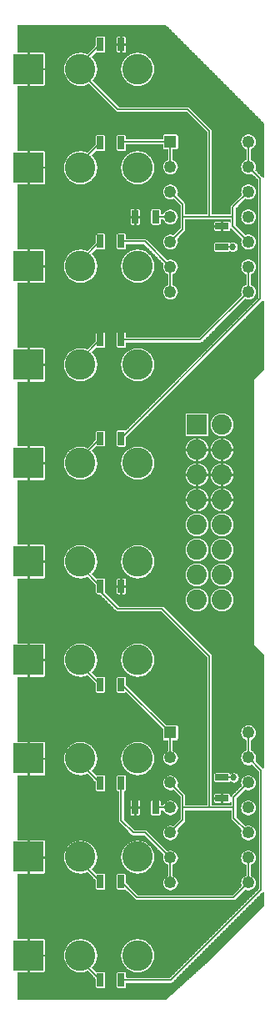
<source format=gbl>
%FSLAX33Y33*%
%MOMM*%
%AMRect-W3100000-H3100000-RO0.500*
21,1,3.1,3.1,0.,0.,270*%
%AMRect-W670710-H1320710-RO1.000*
21,1,0.67071,1.32071,0.,0.,180*%
%AMRect-W670710-H1320710-RO0.500*
21,1,0.67071,1.32071,0.,0.,270*%
%AMRect-W670710-H1320710-RO1.500*
21,1,0.67071,1.32071,0.,0.,90*%
%ADD10C,0.0508*%
%ADD11C,0.2032*%
%ADD12C,0.68834*%
%ADD13C,3.1*%
%ADD14Rect-W3100000-H3100000-RO0.500*%
%ADD15R,0.67071X1.32071*%
%ADD16Rect-W670710-H1320710-RO1.000*%
%ADD17R,2.049999X2.049999*%
%ADD18C,2.049999*%
%ADD19R,1.25X1.25*%
%ADD20C,1.25*%
%ADD21Rect-W670710-H1320710-RO0.500*%
%ADD22Rect-W670710-H1320710-RO1.500*%
D10*
%LNpour fill*%
G01*
X19826Y4427D02*
X19826Y4427D01*
X25475Y10076*
X25475Y11376*
X25428Y11395*
X16316Y2283*
X16315Y2282*
X16303Y2273*
X16292Y2262*
X16290Y2260*
X16276Y2252*
X16264Y2242*
X16261Y2240*
X16247Y2233*
X16234Y2225*
X16231Y2224*
X16217Y2219*
X16202Y2212*
X16200Y2211*
X16184Y2207*
X16169Y2202*
X16167Y2202*
X16151Y2200*
X16136Y2196*
X16133Y2196*
X16117Y2196*
X16102Y2194*
X16101Y2194*
X11590Y2194*
X11590Y1839*
X11590Y1838*
X11587Y1809*
X11587Y1807*
X11580Y1777*
X11579Y1776*
X11568Y1748*
X11567Y1746*
X11551Y1720*
X11550Y1719*
X11530Y1696*
X11529Y1695*
X11506Y1675*
X11505Y1674*
X11479Y1658*
X11477Y1657*
X11449Y1646*
X11448Y1645*
X11418Y1638*
X11416Y1638*
X11387Y1635*
X11386Y1635*
X10714Y1635*
X10713Y1635*
X10684Y1638*
X10682Y1638*
X10652Y1645*
X10651Y1646*
X10623Y1657*
X10621Y1658*
X10595Y1674*
X10594Y1675*
X10571Y1695*
X10570Y1696*
X10550Y1719*
X10549Y1720*
X10533Y1746*
X10532Y1748*
X10521Y1776*
X10520Y1777*
X10513Y1807*
X10513Y1809*
X10510Y1838*
X10510Y1839*
X10510Y3161*
X10510Y3162*
X10513Y3191*
X10513Y3193*
X10520Y3223*
X10521Y3224*
X10532Y3252*
X10533Y3254*
X10549Y3280*
X10550Y3281*
X10570Y3304*
X10571Y3305*
X10594Y3325*
X10595Y3326*
X10621Y3342*
X10623Y3343*
X10651Y3354*
X10652Y3355*
X10682Y3362*
X10684Y3362*
X10713Y3365*
X10714Y3365*
X11386Y3365*
X11387Y3365*
X11416Y3362*
X11418Y3362*
X11448Y3355*
X11449Y3354*
X11477Y3343*
X11479Y3342*
X11505Y3326*
X11506Y3325*
X11529Y3305*
X11530Y3304*
X11550Y3281*
X11551Y3280*
X11567Y3254*
X11568Y3252*
X11579Y3224*
X11580Y3223*
X11587Y3193*
X11587Y3191*
X11590Y3162*
X11590Y3161*
X11590Y2806*
X15973Y2806*
X24984Y11817*
X24984Y23633*
X24296Y24321*
X24265Y24305*
X24263Y24304*
X24071Y24257*
X24068Y24257*
X23872Y24257*
X23869Y24257*
X23677Y24304*
X23675Y24305*
X23500Y24397*
X23498Y24398*
X23350Y24529*
X23348Y24531*
X23236Y24693*
X23235Y24696*
X23165Y24880*
X23165Y24883*
X23141Y25078*
X23141Y25082*
X23165Y25277*
X23165Y25280*
X23235Y25464*
X23236Y25467*
X23348Y25629*
X23350Y25631*
X23498Y25762*
X23500Y25763*
X23664Y25849*
X23664Y26851*
X23500Y26937*
X23498Y26938*
X23350Y27069*
X23348Y27071*
X23236Y27233*
X23235Y27236*
X23165Y27420*
X23165Y27423*
X23141Y27618*
X23141Y27622*
X23165Y27817*
X23165Y27820*
X23235Y28004*
X23236Y28007*
X23348Y28169*
X23350Y28171*
X23498Y28302*
X23500Y28303*
X23675Y28395*
X23677Y28396*
X23869Y28443*
X23872Y28443*
X24068Y28443*
X24071Y28443*
X24263Y28396*
X24265Y28395*
X24440Y28303*
X24442Y28302*
X24590Y28171*
X24592Y28169*
X24704Y28007*
X24705Y28004*
X24775Y27820*
X24775Y27817*
X24799Y27622*
X24799Y27618*
X24775Y27423*
X24775Y27420*
X24705Y27236*
X24704Y27233*
X24592Y27071*
X24590Y27069*
X24442Y26938*
X24440Y26937*
X24276Y26851*
X24276Y25849*
X24440Y25763*
X24442Y25762*
X24590Y25631*
X24592Y25629*
X24704Y25467*
X24705Y25464*
X24775Y25280*
X24775Y25277*
X24799Y25082*
X24799Y25078*
X24775Y24883*
X24775Y24880*
X24727Y24755*
X25428Y24055*
X25475Y24074*
X25475Y35489*
X24478Y36486*
X24475Y36495*
X24475Y63505*
X24478Y63514*
X25475Y64511*
X25475Y71426*
X25428Y71445*
X11590Y57607*
X11590Y56839*
X11590Y56838*
X11587Y56809*
X11587Y56807*
X11580Y56777*
X11579Y56776*
X11568Y56748*
X11567Y56746*
X11551Y56720*
X11550Y56719*
X11530Y56696*
X11529Y56695*
X11506Y56675*
X11505Y56674*
X11479Y56658*
X11477Y56657*
X11449Y56646*
X11448Y56645*
X11418Y56638*
X11416Y56638*
X11387Y56635*
X11386Y56635*
X10714Y56635*
X10713Y56635*
X10684Y56638*
X10682Y56638*
X10652Y56645*
X10651Y56646*
X10623Y56657*
X10621Y56658*
X10595Y56674*
X10594Y56675*
X10571Y56695*
X10570Y56696*
X10550Y56719*
X10549Y56720*
X10533Y56746*
X10532Y56748*
X10521Y56776*
X10520Y56777*
X10513Y56807*
X10513Y56809*
X10510Y56838*
X10510Y56839*
X10510Y58161*
X10510Y58162*
X10513Y58191*
X10513Y58193*
X10520Y58223*
X10521Y58224*
X10532Y58252*
X10533Y58254*
X10549Y58280*
X10550Y58281*
X10570Y58304*
X10571Y58305*
X10594Y58325*
X10595Y58326*
X10621Y58342*
X10623Y58343*
X10651Y58354*
X10652Y58355*
X10682Y58362*
X10684Y58362*
X10713Y58365*
X10714Y58365*
X11386Y58365*
X11387Y58365*
X11416Y58362*
X11418Y58362*
X11468Y58350*
X24894Y71777*
X24894Y83723*
X24296Y84321*
X24265Y84305*
X24263Y84304*
X24071Y84257*
X24068Y84257*
X23872Y84257*
X23869Y84257*
X23677Y84304*
X23675Y84305*
X23500Y84397*
X23498Y84398*
X23350Y84529*
X23348Y84531*
X23236Y84693*
X23235Y84696*
X23165Y84880*
X23165Y84883*
X23141Y85078*
X23141Y85082*
X23165Y85277*
X23165Y85280*
X23235Y85464*
X23236Y85467*
X23348Y85629*
X23350Y85631*
X23498Y85762*
X23500Y85763*
X23664Y85849*
X23664Y86851*
X23500Y86937*
X23498Y86938*
X23350Y87069*
X23348Y87071*
X23236Y87233*
X23235Y87236*
X23165Y87420*
X23165Y87423*
X23141Y87618*
X23141Y87622*
X23165Y87817*
X23165Y87820*
X23235Y88004*
X23236Y88007*
X23348Y88169*
X23350Y88171*
X23498Y88302*
X23500Y88303*
X23675Y88395*
X23677Y88396*
X23869Y88443*
X23872Y88443*
X24068Y88443*
X24071Y88443*
X24263Y88396*
X24265Y88395*
X24440Y88303*
X24442Y88302*
X24590Y88171*
X24592Y88169*
X24704Y88007*
X24705Y88004*
X24775Y87820*
X24775Y87817*
X24799Y87622*
X24799Y87618*
X24775Y87423*
X24775Y87420*
X24705Y87236*
X24704Y87233*
X24592Y87071*
X24590Y87069*
X24442Y86938*
X24440Y86937*
X24276Y86851*
X24276Y85849*
X24440Y85763*
X24442Y85762*
X24590Y85631*
X24592Y85629*
X24704Y85467*
X24705Y85464*
X24775Y85280*
X24775Y85277*
X24799Y85082*
X24799Y85078*
X24775Y84883*
X24775Y84880*
X24727Y84755*
X25428Y84055*
X25475Y84074*
X25475Y89489*
X15489Y99475*
X0525Y99475*
X0525Y96754*
X1522Y96754*
X1536Y96739*
X1536Y96531*
X1663Y96531*
X1663Y96739*
X1678Y96754*
X3150Y96754*
X3151Y96754*
X3181Y96752*
X3183Y96752*
X3212Y96745*
X3214Y96744*
X3242Y96732*
X3244Y96731*
X3269Y96716*
X3271Y96715*
X3294Y96695*
X3295Y96694*
X3315Y96671*
X3316Y96669*
X3331Y96644*
X3332Y96642*
X3344Y96614*
X3345Y96612*
X3352Y96583*
X3352Y96581*
X3354Y96551*
X3354Y96550*
X3354Y95078*
X3339Y95064*
X3131Y95064*
X3131Y94936*
X3339Y94936*
X3354Y94922*
X3354Y93450*
X3354Y93449*
X3352Y93419*
X3352Y93417*
X3345Y93388*
X3344Y93386*
X3332Y93358*
X3331Y93356*
X3316Y93331*
X3315Y93329*
X3295Y93306*
X3294Y93305*
X3271Y93285*
X3269Y93284*
X3244Y93269*
X3242Y93268*
X3214Y93256*
X3212Y93255*
X3183Y93248*
X3181Y93248*
X3152Y93246*
X3151Y93246*
X1678Y93246*
X1663Y93261*
X1663Y93469*
X1536Y93469*
X1536Y93261*
X1522Y93246*
X0525Y93246*
X0525Y86754*
X1522Y86754*
X1536Y86739*
X1536Y86531*
X1663Y86531*
X1663Y86739*
X1678Y86754*
X3150Y86754*
X3151Y86754*
X3181Y86752*
X3183Y86752*
X3212Y86745*
X3214Y86744*
X3242Y86732*
X3244Y86731*
X3269Y86716*
X3271Y86715*
X3294Y86695*
X3295Y86694*
X3315Y86671*
X3316Y86669*
X3331Y86644*
X3332Y86642*
X3344Y86614*
X3345Y86612*
X3352Y86583*
X3352Y86581*
X3354Y86551*
X3354Y86550*
X3354Y85078*
X3339Y85064*
X3131Y85064*
X3131Y84936*
X3339Y84936*
X3354Y84922*
X3354Y83450*
X3354Y83449*
X3352Y83419*
X3352Y83417*
X3345Y83388*
X3344Y83386*
X3332Y83358*
X3331Y83356*
X3316Y83331*
X3315Y83329*
X3295Y83306*
X3294Y83305*
X3271Y83285*
X3269Y83284*
X3244Y83269*
X3242Y83268*
X3214Y83256*
X3212Y83255*
X3183Y83248*
X3181Y83248*
X3152Y83246*
X3151Y83246*
X1678Y83246*
X1663Y83261*
X1663Y83469*
X1536Y83469*
X1536Y83261*
X1522Y83246*
X0525Y83246*
X0525Y76754*
X1522Y76754*
X1536Y76739*
X1536Y76531*
X1663Y76531*
X1663Y76739*
X1678Y76754*
X3150Y76754*
X3151Y76754*
X3181Y76752*
X3183Y76752*
X3212Y76745*
X3214Y76744*
X3242Y76732*
X3244Y76731*
X3269Y76716*
X3271Y76715*
X3294Y76695*
X3295Y76694*
X3315Y76671*
X3316Y76669*
X3331Y76644*
X3332Y76642*
X3344Y76614*
X3345Y76612*
X3352Y76583*
X3352Y76581*
X3354Y76551*
X3354Y76550*
X3354Y75078*
X3339Y75064*
X3131Y75064*
X3131Y74936*
X3339Y74936*
X3354Y74922*
X3354Y73450*
X3354Y73449*
X3352Y73419*
X3352Y73417*
X3345Y73388*
X3344Y73386*
X3332Y73358*
X3331Y73356*
X3316Y73331*
X3315Y73329*
X3295Y73306*
X3294Y73305*
X3271Y73285*
X3269Y73284*
X3244Y73269*
X3242Y73268*
X3214Y73256*
X3212Y73255*
X3183Y73248*
X3181Y73248*
X3152Y73246*
X3151Y73246*
X1678Y73246*
X1663Y73261*
X1663Y73469*
X1536Y73469*
X1536Y73261*
X1522Y73246*
X0525Y73246*
X0525Y66754*
X1522Y66754*
X1536Y66739*
X1536Y66531*
X1663Y66531*
X1663Y66739*
X1678Y66754*
X3150Y66754*
X3151Y66754*
X3181Y66752*
X3183Y66752*
X3212Y66745*
X3214Y66744*
X3242Y66732*
X3244Y66731*
X3269Y66716*
X3271Y66715*
X3294Y66695*
X3295Y66694*
X3315Y66671*
X3316Y66669*
X3331Y66644*
X3332Y66642*
X3344Y66614*
X3345Y66612*
X3352Y66583*
X3352Y66581*
X3354Y66551*
X3354Y66550*
X3354Y65078*
X3339Y65064*
X3131Y65064*
X3131Y64936*
X3339Y64936*
X3354Y64922*
X3354Y63450*
X3354Y63449*
X3352Y63419*
X3352Y63417*
X3345Y63388*
X3344Y63386*
X3332Y63358*
X3331Y63356*
X3316Y63331*
X3315Y63329*
X3295Y63306*
X3294Y63305*
X3271Y63285*
X3269Y63284*
X3244Y63269*
X3242Y63268*
X3214Y63256*
X3212Y63255*
X3183Y63248*
X3181Y63248*
X3152Y63246*
X3151Y63246*
X1678Y63246*
X1663Y63261*
X1663Y63469*
X1536Y63469*
X1536Y63261*
X1522Y63246*
X0525Y63246*
X0525Y56754*
X1522Y56754*
X1536Y56739*
X1536Y56531*
X1663Y56531*
X1663Y56739*
X1678Y56754*
X3150Y56754*
X3151Y56754*
X3181Y56752*
X3183Y56752*
X3212Y56745*
X3214Y56744*
X3242Y56732*
X3244Y56731*
X3269Y56716*
X3271Y56715*
X3294Y56695*
X3295Y56694*
X3315Y56671*
X3316Y56669*
X3331Y56644*
X3332Y56642*
X3344Y56614*
X3345Y56612*
X3352Y56583*
X3352Y56581*
X3354Y56551*
X3354Y56550*
X3354Y55078*
X3339Y55063*
X3131Y55063*
X3131Y54937*
X3339Y54937*
X3354Y54922*
X3354Y53450*
X3354Y53449*
X3352Y53419*
X3352Y53417*
X3345Y53388*
X3344Y53386*
X3332Y53358*
X3331Y53356*
X3316Y53331*
X3315Y53329*
X3295Y53306*
X3294Y53305*
X3271Y53285*
X3269Y53284*
X3244Y53269*
X3242Y53268*
X3214Y53256*
X3212Y53255*
X3183Y53248*
X3181Y53248*
X3152Y53246*
X3151Y53246*
X1678Y53246*
X1663Y53261*
X1663Y53469*
X1536Y53469*
X1536Y53261*
X1522Y53246*
X0525Y53246*
X0525Y46754*
X1522Y46754*
X1536Y46739*
X1536Y46531*
X1663Y46531*
X1663Y46739*
X1678Y46754*
X3150Y46754*
X3151Y46754*
X3181Y46752*
X3183Y46752*
X3212Y46745*
X3214Y46744*
X3242Y46732*
X3244Y46731*
X3269Y46716*
X3271Y46715*
X3294Y46695*
X3295Y46694*
X3315Y46671*
X3316Y46669*
X3331Y46644*
X3332Y46642*
X3344Y46614*
X3345Y46612*
X3352Y46583*
X3352Y46581*
X3354Y46551*
X3354Y46550*
X3354Y45078*
X3339Y45063*
X3131Y45063*
X3131Y44937*
X3339Y44937*
X3354Y44922*
X3354Y43450*
X3354Y43449*
X3352Y43419*
X3352Y43417*
X3345Y43388*
X3344Y43386*
X3332Y43358*
X3331Y43356*
X3316Y43331*
X3315Y43329*
X3295Y43306*
X3294Y43305*
X3271Y43285*
X3269Y43284*
X3244Y43269*
X3242Y43268*
X3214Y43256*
X3212Y43255*
X3183Y43248*
X3181Y43248*
X3152Y43246*
X3151Y43246*
X1678Y43246*
X1663Y43261*
X1663Y43469*
X1536Y43469*
X1536Y43261*
X1522Y43246*
X0525Y43246*
X0525Y36754*
X1522Y36754*
X1536Y36739*
X1536Y36531*
X1663Y36531*
X1663Y36739*
X1678Y36754*
X3150Y36754*
X3151Y36754*
X3181Y36752*
X3183Y36752*
X3212Y36745*
X3214Y36744*
X3242Y36732*
X3244Y36731*
X3269Y36716*
X3271Y36715*
X3294Y36695*
X3295Y36694*
X3315Y36671*
X3316Y36669*
X3331Y36644*
X3332Y36642*
X3344Y36614*
X3345Y36612*
X3352Y36583*
X3352Y36581*
X3354Y36551*
X3354Y36550*
X3354Y35078*
X3339Y35063*
X3131Y35063*
X3131Y34937*
X3339Y34937*
X3354Y34922*
X3354Y33450*
X3354Y33449*
X3352Y33419*
X3352Y33417*
X3345Y33388*
X3344Y33386*
X3332Y33358*
X3331Y33356*
X3316Y33331*
X3315Y33329*
X3295Y33306*
X3294Y33305*
X3271Y33285*
X3269Y33284*
X3244Y33269*
X3242Y33268*
X3214Y33256*
X3212Y33255*
X3183Y33248*
X3181Y33248*
X3152Y33246*
X3151Y33246*
X1678Y33246*
X1663Y33261*
X1663Y33469*
X1536Y33469*
X1536Y33261*
X1522Y33246*
X0525Y33246*
X0525Y26754*
X1522Y26754*
X1536Y26739*
X1536Y26531*
X1663Y26531*
X1663Y26739*
X1678Y26754*
X3150Y26754*
X3151Y26754*
X3181Y26752*
X3183Y26752*
X3212Y26745*
X3214Y26744*
X3242Y26732*
X3244Y26731*
X3269Y26716*
X3271Y26715*
X3294Y26695*
X3295Y26694*
X3315Y26671*
X3316Y26669*
X3331Y26644*
X3332Y26642*
X3344Y26614*
X3345Y26612*
X3352Y26583*
X3352Y26581*
X3354Y26551*
X3354Y26550*
X3354Y25078*
X3339Y25064*
X3131Y25064*
X3131Y24936*
X3339Y24936*
X3354Y24922*
X3354Y23450*
X3354Y23449*
X3352Y23419*
X3352Y23417*
X3345Y23388*
X3344Y23386*
X3332Y23358*
X3331Y23356*
X3316Y23331*
X3315Y23329*
X3295Y23306*
X3294Y23305*
X3271Y23285*
X3269Y23284*
X3244Y23269*
X3242Y23268*
X3214Y23256*
X3212Y23255*
X3183Y23248*
X3181Y23248*
X3152Y23246*
X3151Y23246*
X1678Y23246*
X1663Y23261*
X1663Y23469*
X1536Y23469*
X1536Y23261*
X1522Y23246*
X0525Y23246*
X0525Y16754*
X1522Y16754*
X1536Y16739*
X1536Y16531*
X1663Y16531*
X1663Y16739*
X1678Y16754*
X3150Y16754*
X3151Y16754*
X3181Y16752*
X3183Y16752*
X3212Y16745*
X3214Y16744*
X3242Y16732*
X3244Y16731*
X3269Y16716*
X3271Y16715*
X3294Y16695*
X3295Y16694*
X3315Y16671*
X3316Y16669*
X3331Y16644*
X3332Y16642*
X3344Y16614*
X3345Y16612*
X3352Y16583*
X3352Y16581*
X3354Y16551*
X3354Y16550*
X3354Y15078*
X3339Y15063*
X3131Y15063*
X3131Y14937*
X3339Y14937*
X3354Y14922*
X3354Y13450*
X3354Y13449*
X3352Y13419*
X3352Y13417*
X3345Y13388*
X3344Y13386*
X3332Y13358*
X3331Y13356*
X3316Y13331*
X3315Y13329*
X3295Y13306*
X3294Y13305*
X3271Y13285*
X3269Y13284*
X3244Y13269*
X3242Y13268*
X3214Y13256*
X3212Y13255*
X3183Y13248*
X3181Y13248*
X3152Y13246*
X3151Y13246*
X1678Y13246*
X1663Y13261*
X1663Y13469*
X1536Y13469*
X1536Y13261*
X1522Y13246*
X0525Y13246*
X0525Y6754*
X1522Y6754*
X1536Y6739*
X1536Y6531*
X1663Y6531*
X1663Y6739*
X1678Y6754*
X3150Y6754*
X3151Y6754*
X3181Y6752*
X3183Y6752*
X3212Y6745*
X3214Y6744*
X3242Y6732*
X3244Y6731*
X3269Y6716*
X3271Y6715*
X3294Y6695*
X3295Y6694*
X3315Y6671*
X3316Y6669*
X3331Y6644*
X3332Y6642*
X3344Y6614*
X3345Y6612*
X3352Y6583*
X3352Y6581*
X3354Y6551*
X3354Y6550*
X3354Y5078*
X3339Y5064*
X3131Y5064*
X3131Y4936*
X3339Y4936*
X3354Y4922*
X3354Y3450*
X3354Y3449*
X3352Y3419*
X3352Y3417*
X3345Y3388*
X3344Y3386*
X3332Y3358*
X3331Y3356*
X3316Y3331*
X3315Y3329*
X3295Y3306*
X3294Y3305*
X3271Y3285*
X3269Y3284*
X3244Y3269*
X3242Y3268*
X3214Y3256*
X3212Y3255*
X3183Y3248*
X3181Y3248*
X3152Y3246*
X3151Y3246*
X1678Y3246*
X1663Y3261*
X1663Y3469*
X1536Y3469*
X1536Y3261*
X1522Y3246*
X0525Y3246*
X0525Y0525*
X15490Y0525*
X19826Y4427*
X16127Y76662D02*
X15933Y76662D01*
X15745Y76708*
X15573Y76798*
X15428Y76927*
X15318Y77086*
X15250Y77268*
X15226Y77460*
X15250Y77652*
X15318Y77834*
X15428Y77993*
X15573Y78122*
X15745Y78212*
X15933Y78258*
X16127Y78258*
X16315Y78212*
X16361Y78187*
X17020Y78846*
X17020Y81154*
X16361Y81813*
X16315Y81788*
X16127Y81742*
X15933Y81742*
X15745Y81788*
X15573Y81878*
X15428Y82007*
X15318Y82166*
X15250Y82348*
X15226Y82540*
X15250Y82732*
X15318Y82914*
X15428Y83073*
X15573Y83202*
X15745Y83292*
X15933Y83338*
X16127Y83338*
X16315Y83292*
X16487Y83202*
X16632Y83073*
X16742Y82914*
X16810Y82732*
X16834Y82540*
X16810Y82348*
X16758Y82209*
X17498Y81468*
X17508Y81456*
X17519Y81445*
X17528Y81431*
X17537Y81419*
X17544Y81405*
X17553Y81392*
X17558Y81377*
X17565Y81363*
X17568Y81347*
X17573Y81332*
X17575Y81317*
X17579Y81301*
X17579Y81286*
X17580Y81270*
X17580Y80280*
X19720Y80280*
X19720Y88584*
X17684Y90620*
X10715Y90620*
X10699Y90621*
X10683Y90621*
X10668Y90625*
X10652Y90627*
X10637Y90632*
X10622Y90635*
X10608Y90642*
X10593Y90647*
X10580Y90656*
X10565Y90663*
X10553Y90672*
X10540Y90681*
X10529Y90692*
X10516Y90702*
X7727Y93491*
X7650Y93442*
X7285Y93315*
X6900Y93271*
X6515Y93315*
X6150Y93442*
X5822Y93648*
X5548Y93922*
X5342Y94250*
X5215Y94615*
X5171Y95000*
X5215Y95385*
X5342Y95750*
X5548Y96078*
X5822Y96352*
X6150Y96558*
X6515Y96685*
X6900Y96729*
X7285Y96685*
X7621Y96568*
X8436Y97382*
X8436Y98160*
X8438Y98188*
X8445Y98216*
X8455Y98242*
X8470Y98265*
X8488Y98287*
X8510Y98305*
X8533Y98320*
X8559Y98330*
X8587Y98337*
X8615Y98339*
X9285Y98339*
X9313Y98337*
X9341Y98330*
X9367Y98320*
X9390Y98305*
X9412Y98287*
X9430Y98265*
X9445Y98242*
X9455Y98216*
X9462Y98188*
X9464Y98160*
X9464Y96840*
X9462Y96812*
X9455Y96784*
X9445Y96758*
X9430Y96735*
X9412Y96713*
X9390Y96695*
X9367Y96680*
X9341Y96670*
X9313Y96663*
X9285Y96661*
X8615Y96661*
X8587Y96663*
X8525Y96678*
X8088Y96241*
X8252Y96078*
X8458Y95750*
X8585Y95385*
X8629Y95000*
X8585Y94615*
X8458Y94250*
X8252Y93922*
X8170Y93841*
X10831Y91180*
X17800Y91180*
X17816Y91179*
X17831Y91179*
X17847Y91175*
X17862Y91173*
X17877Y91168*
X17893Y91165*
X17907Y91158*
X17922Y91153*
X17935Y91144*
X17949Y91137*
X17961Y91128*
X17975Y91119*
X17986Y91108*
X17998Y91098*
X20198Y88898*
X20208Y88886*
X20219Y88875*
X20228Y88861*
X20237Y88849*
X20244Y88835*
X20253Y88822*
X20258Y88807*
X20265Y88793*
X20268Y88777*
X20273Y88762*
X20275Y88747*
X20279Y88731*
X20279Y88716*
X20280Y88700*
X20280Y80280*
X22120Y80280*
X22120Y80970*
X22121Y80986*
X22121Y81001*
X22125Y81017*
X22127Y81032*
X22132Y81047*
X22135Y81063*
X22142Y81077*
X22147Y81092*
X22156Y81105*
X22163Y81119*
X22172Y81131*
X22181Y81145*
X22192Y81156*
X22202Y81168*
X23242Y82209*
X23190Y82348*
X23166Y82540*
X23190Y82732*
X23258Y82914*
X23368Y83073*
X23513Y83202*
X23685Y83292*
X23873Y83338*
X24067Y83338*
X24255Y83292*
X24427Y83202*
X24572Y83073*
X24682Y82914*
X24750Y82732*
X24774Y82540*
X24750Y82348*
X24682Y82166*
X24572Y82007*
X24427Y81878*
X24255Y81788*
X24067Y81742*
X23873Y81742*
X23685Y81788*
X23639Y81813*
X22680Y80854*
X22680Y79146*
X23639Y78187*
X23685Y78212*
X23873Y78258*
X24067Y78258*
X24255Y78212*
X24427Y78122*
X24572Y77993*
X24682Y77834*
X24750Y77652*
X24774Y77460*
X24750Y77268*
X24682Y77086*
X24572Y76927*
X24427Y76798*
X24255Y76708*
X24067Y76662*
X23873Y76662*
X23685Y76708*
X23513Y76798*
X23368Y76927*
X23258Y77086*
X23190Y77268*
X23166Y77460*
X23190Y77652*
X23242Y77791*
X22218Y78816*
X22139Y78783*
X22139Y78715*
X22137Y78687*
X22130Y78659*
X22120Y78633*
X22105Y78610*
X22087Y78588*
X22065Y78570*
X22042Y78555*
X22016Y78545*
X21988Y78538*
X21960Y78536*
X21389Y78536*
X21389Y78759*
X21211Y78759*
X21211Y78536*
X20640Y78536*
X20612Y78538*
X20584Y78545*
X20558Y78555*
X20535Y78570*
X20513Y78588*
X20495Y78610*
X20480Y78633*
X20470Y78659*
X20463Y78687*
X20461Y78715*
X20461Y78961*
X20684Y78961*
X20684Y79139*
X20461Y79139*
X20461Y79385*
X20463Y79413*
X20470Y79441*
X20480Y79467*
X20495Y79490*
X20513Y79512*
X20535Y79530*
X20558Y79545*
X20584Y79555*
X20612Y79562*
X20640Y79564*
X21211Y79564*
X21211Y79341*
X21389Y79341*
X21389Y79564*
X21960Y79564*
X21988Y79562*
X22016Y79555*
X22120Y79512*
X22120Y79720*
X17580Y79720*
X17580Y78730*
X17579Y78714*
X17579Y78699*
X17575Y78683*
X17573Y78668*
X17568Y78653*
X17565Y78637*
X17558Y78623*
X17553Y78608*
X17544Y78595*
X17537Y78581*
X17528Y78569*
X17519Y78555*
X17508Y78544*
X17498Y78532*
X16758Y77791*
X16810Y77652*
X16834Y77460*
X16810Y77268*
X16742Y77086*
X16632Y76927*
X16487Y76798*
X16315Y76708*
X16127Y76662*
X11385Y96661D02*
X11139Y96661D01*
X11139Y96884*
X10961Y96884*
X10961Y96661*
X10715Y96661*
X10687Y96663*
X10659Y96670*
X10633Y96680*
X10610Y96695*
X10588Y96713*
X10570Y96735*
X10555Y96758*
X10545Y96784*
X10538Y96812*
X10536Y96840*
X10536Y97411*
X10759Y97411*
X10759Y97589*
X10536Y97589*
X10536Y98160*
X10538Y98188*
X10545Y98216*
X10555Y98242*
X10570Y98265*
X10588Y98287*
X10610Y98305*
X10633Y98320*
X10659Y98330*
X10687Y98337*
X10715Y98339*
X10961Y98339*
X10961Y98116*
X11139Y98116*
X11139Y98339*
X11385Y98339*
X11413Y98337*
X11441Y98330*
X11467Y98320*
X11490Y98305*
X11512Y98287*
X11530Y98265*
X11545Y98242*
X11555Y98216*
X11562Y98188*
X11564Y98160*
X11564Y97589*
X11341Y97589*
X11341Y97411*
X11564Y97411*
X11564Y96840*
X11562Y96812*
X11555Y96784*
X11545Y96758*
X11530Y96735*
X11512Y96713*
X11490Y96695*
X11467Y96680*
X11441Y96670*
X11413Y96663*
X11385Y96661*
X12700Y93271D02*
X12315Y93315D01*
X11950Y93442*
X11622Y93648*
X11348Y93922*
X11142Y94250*
X11015Y94615*
X10971Y95000*
X11015Y95385*
X11142Y95750*
X11348Y96078*
X11622Y96352*
X11950Y96558*
X12315Y96685*
X12700Y96729*
X13085Y96685*
X13450Y96558*
X13778Y96352*
X14052Y96078*
X14258Y95750*
X14385Y95385*
X14429Y95000*
X14385Y94615*
X14258Y94250*
X14052Y93922*
X13778Y93648*
X13450Y93442*
X13085Y93315*
X12700Y93271*
X16127Y84282D02*
X15933Y84282D01*
X15745Y84328*
X15573Y84418*
X15428Y84547*
X15318Y84706*
X15250Y84888*
X15226Y85080*
X15250Y85272*
X15318Y85454*
X15428Y85613*
X15573Y85742*
X15750Y85834*
X15750Y86816*
X15405Y86816*
X15377Y86818*
X15350Y86825*
X15324Y86836*
X15300Y86850*
X15279Y86869*
X15260Y86890*
X15246Y86914*
X15235Y86940*
X15228Y86967*
X15226Y86995*
X15226Y87340*
X11564Y87340*
X11564Y86840*
X11562Y86812*
X11555Y86784*
X11545Y86758*
X11530Y86735*
X11512Y86713*
X11490Y86695*
X11467Y86680*
X11441Y86670*
X11413Y86663*
X11385Y86661*
X10715Y86661*
X10687Y86663*
X10659Y86670*
X10633Y86680*
X10610Y86695*
X10588Y86713*
X10570Y86735*
X10555Y86758*
X10545Y86784*
X10538Y86812*
X10536Y86840*
X10536Y88160*
X10538Y88188*
X10545Y88216*
X10555Y88242*
X10570Y88265*
X10588Y88287*
X10610Y88305*
X10633Y88320*
X10659Y88330*
X10687Y88337*
X10715Y88339*
X11385Y88339*
X11413Y88337*
X11441Y88330*
X11467Y88320*
X11490Y88305*
X11512Y88287*
X11530Y88265*
X11545Y88242*
X11555Y88216*
X11562Y88188*
X11564Y88160*
X11564Y87900*
X15226Y87900*
X15226Y88245*
X15228Y88273*
X15235Y88300*
X15246Y88326*
X15260Y88350*
X15279Y88371*
X15300Y88390*
X15324Y88404*
X15350Y88415*
X15377Y88422*
X15405Y88424*
X16655Y88424*
X16683Y88422*
X16710Y88415*
X16736Y88404*
X16760Y88390*
X16781Y88371*
X16800Y88350*
X16814Y88326*
X16825Y88300*
X16832Y88273*
X16834Y88245*
X16834Y86995*
X16832Y86967*
X16825Y86940*
X16814Y86914*
X16800Y86890*
X16781Y86869*
X16760Y86850*
X16736Y86836*
X16710Y86825*
X16683Y86818*
X16655Y86816*
X16310Y86816*
X16310Y85834*
X16487Y85742*
X16632Y85613*
X16742Y85454*
X16810Y85272*
X16834Y85080*
X16810Y84888*
X16742Y84706*
X16632Y84547*
X16487Y84418*
X16315Y84328*
X16127Y84282*
X6900Y83271D02*
X6515Y83315D01*
X6150Y83442*
X5822Y83648*
X5548Y83922*
X5342Y84250*
X5215Y84615*
X5171Y85000*
X5215Y85385*
X5342Y85750*
X5548Y86078*
X5822Y86352*
X6150Y86558*
X6515Y86685*
X6900Y86729*
X7285Y86685*
X7621Y86568*
X8436Y87382*
X8436Y88160*
X8438Y88188*
X8445Y88216*
X8455Y88242*
X8470Y88265*
X8488Y88287*
X8510Y88305*
X8533Y88320*
X8559Y88330*
X8587Y88337*
X8615Y88339*
X9285Y88339*
X9313Y88337*
X9341Y88330*
X9367Y88320*
X9390Y88305*
X9412Y88287*
X9430Y88265*
X9445Y88242*
X9455Y88216*
X9462Y88188*
X9464Y88160*
X9464Y86840*
X9462Y86812*
X9455Y86784*
X9445Y86758*
X9430Y86735*
X9412Y86713*
X9390Y86695*
X9367Y86680*
X9341Y86670*
X9313Y86663*
X9285Y86661*
X8615Y86661*
X8587Y86663*
X8525Y86678*
X8088Y86241*
X8252Y86078*
X8458Y85750*
X8585Y85385*
X8629Y85000*
X8585Y84615*
X8458Y84250*
X8252Y83922*
X7978Y83648*
X7650Y83442*
X7285Y83315*
X6900Y83271*
X12700Y83271D02*
X12315Y83315D01*
X11950Y83442*
X11622Y83648*
X11348Y83922*
X11142Y84250*
X11015Y84615*
X10971Y85000*
X11015Y85385*
X11142Y85750*
X11348Y86078*
X11622Y86352*
X11950Y86558*
X12315Y86685*
X12700Y86729*
X13085Y86685*
X13450Y86558*
X13778Y86352*
X14052Y86078*
X14258Y85750*
X14385Y85385*
X14429Y85000*
X14385Y84615*
X14258Y84250*
X14052Y83922*
X13778Y83648*
X13450Y83442*
X13085Y83315*
X12700Y83271*
X12785Y79161D02*
X12539Y79161D01*
X12539Y79384*
X12361Y79384*
X12361Y79161*
X12115Y79161*
X12087Y79163*
X12059Y79170*
X12033Y79180*
X12010Y79195*
X11988Y79213*
X11970Y79235*
X11955Y79258*
X11945Y79284*
X11938Y79312*
X11936Y79340*
X11936Y79911*
X12159Y79911*
X12159Y80089*
X11936Y80089*
X11936Y80660*
X11938Y80688*
X11945Y80716*
X11955Y80742*
X11970Y80765*
X11988Y80787*
X12010Y80805*
X12033Y80820*
X12059Y80830*
X12087Y80837*
X12115Y80839*
X12361Y80839*
X12361Y80616*
X12539Y80616*
X12539Y80839*
X12785Y80839*
X12813Y80837*
X12841Y80830*
X12867Y80820*
X12890Y80805*
X12912Y80787*
X12930Y80765*
X12945Y80742*
X12955Y80716*
X12962Y80688*
X12964Y80660*
X12964Y80089*
X12741Y80089*
X12741Y79911*
X12964Y79911*
X12964Y79340*
X12962Y79312*
X12955Y79284*
X12945Y79258*
X12930Y79235*
X12912Y79213*
X12890Y79195*
X12867Y79180*
X12841Y79170*
X12813Y79163*
X12785Y79161*
X14885Y79161D02*
X14215Y79161D01*
X14187Y79163*
X14159Y79170*
X14133Y79180*
X14110Y79195*
X14088Y79213*
X14070Y79235*
X14055Y79258*
X14045Y79284*
X14038Y79312*
X14036Y79340*
X14036Y80660*
X14038Y80688*
X14045Y80716*
X14055Y80742*
X14070Y80765*
X14088Y80787*
X14110Y80805*
X14133Y80820*
X14159Y80830*
X14187Y80837*
X14215Y80839*
X14885Y80839*
X14913Y80837*
X14941Y80830*
X14967Y80820*
X14990Y80805*
X15012Y80787*
X15030Y80765*
X15045Y80742*
X15055Y80716*
X15062Y80688*
X15064Y80660*
X15064Y80280*
X15283Y80280*
X15318Y80374*
X15428Y80533*
X15573Y80662*
X15745Y80752*
X15933Y80798*
X16127Y80798*
X16315Y80752*
X16487Y80662*
X16632Y80533*
X16742Y80374*
X16810Y80192*
X16834Y80000*
X16810Y79808*
X16742Y79626*
X16632Y79467*
X16487Y79338*
X16315Y79248*
X16127Y79202*
X15933Y79202*
X15745Y79248*
X15573Y79338*
X15428Y79467*
X15318Y79626*
X15283Y79720*
X15064Y79720*
X15064Y79340*
X15062Y79312*
X15055Y79284*
X15045Y79258*
X15030Y79235*
X15012Y79213*
X14990Y79195*
X14967Y79180*
X14941Y79170*
X14913Y79163*
X14885Y79161*
X24067Y79202D02*
X23873Y79202D01*
X23685Y79248*
X23513Y79338*
X23368Y79467*
X23258Y79626*
X23190Y79808*
X23166Y80000*
X23190Y80192*
X23258Y80374*
X23368Y80533*
X23513Y80662*
X23685Y80752*
X23873Y80798*
X24067Y80798*
X24255Y80752*
X24427Y80662*
X24572Y80533*
X24682Y80374*
X24750Y80192*
X24774Y80000*
X24750Y79808*
X24682Y79626*
X24572Y79467*
X24427Y79338*
X24255Y79248*
X24067Y79202*
X6900Y73271D02*
X6515Y73315D01*
X6150Y73442*
X5822Y73648*
X5548Y73922*
X5342Y74250*
X5215Y74615*
X5171Y75000*
X5215Y75385*
X5342Y75750*
X5548Y76078*
X5822Y76352*
X6150Y76558*
X6515Y76685*
X6900Y76729*
X7285Y76685*
X7621Y76568*
X8436Y77382*
X8436Y78160*
X8438Y78188*
X8445Y78216*
X8455Y78242*
X8470Y78265*
X8488Y78287*
X8510Y78305*
X8533Y78320*
X8559Y78330*
X8587Y78337*
X8615Y78339*
X9285Y78339*
X9313Y78337*
X9341Y78330*
X9367Y78320*
X9390Y78305*
X9412Y78287*
X9430Y78265*
X9445Y78242*
X9455Y78216*
X9462Y78188*
X9464Y78160*
X9464Y76840*
X9462Y76812*
X9455Y76784*
X9445Y76758*
X9430Y76735*
X9412Y76713*
X9390Y76695*
X9367Y76680*
X9341Y76670*
X9313Y76663*
X9285Y76661*
X8615Y76661*
X8587Y76663*
X8525Y76678*
X8088Y76241*
X8252Y76078*
X8458Y75750*
X8585Y75385*
X8629Y75000*
X8585Y74615*
X8458Y74250*
X8252Y73922*
X7978Y73648*
X7650Y73442*
X7285Y73315*
X6900Y73271*
X16127Y71582D02*
X15933Y71582D01*
X15745Y71628*
X15573Y71718*
X15428Y71847*
X15318Y72006*
X15250Y72188*
X15226Y72380*
X15250Y72572*
X15318Y72754*
X15428Y72913*
X15573Y73042*
X15750Y73134*
X15750Y74166*
X15573Y74258*
X15428Y74387*
X15318Y74546*
X15250Y74728*
X15226Y74920*
X15250Y75112*
X15302Y75251*
X13334Y77220*
X11564Y77220*
X11564Y76840*
X11562Y76812*
X11555Y76784*
X11545Y76758*
X11530Y76735*
X11512Y76713*
X11490Y76695*
X11467Y76680*
X11441Y76670*
X11413Y76663*
X11385Y76661*
X10715Y76661*
X10687Y76663*
X10659Y76670*
X10633Y76680*
X10610Y76695*
X10588Y76713*
X10570Y76735*
X10555Y76758*
X10545Y76784*
X10538Y76812*
X10536Y76840*
X10536Y78160*
X10538Y78188*
X10545Y78216*
X10555Y78242*
X10570Y78265*
X10588Y78287*
X10610Y78305*
X10633Y78320*
X10659Y78330*
X10687Y78337*
X10715Y78339*
X11385Y78339*
X11413Y78337*
X11441Y78330*
X11467Y78320*
X11490Y78305*
X11512Y78287*
X11530Y78265*
X11545Y78242*
X11555Y78216*
X11562Y78188*
X11564Y78160*
X11564Y77780*
X13450Y77780*
X13466Y77779*
X13481Y77779*
X13497Y77775*
X13512Y77773*
X13527Y77768*
X13543Y77765*
X13557Y77758*
X13572Y77753*
X13585Y77744*
X13599Y77737*
X13611Y77728*
X13625Y77719*
X13636Y77708*
X13648Y77698*
X15699Y75647*
X15745Y75672*
X15933Y75718*
X16127Y75718*
X16315Y75672*
X16487Y75582*
X16632Y75453*
X16742Y75294*
X16810Y75112*
X16834Y74920*
X16810Y74728*
X16742Y74546*
X16632Y74387*
X16487Y74258*
X16310Y74166*
X16310Y73134*
X16487Y73042*
X16632Y72913*
X16742Y72754*
X16810Y72572*
X16834Y72380*
X16810Y72188*
X16742Y72006*
X16632Y71847*
X16487Y71718*
X16315Y71628*
X16127Y71582*
X22463Y76431D02*
X22337Y76431D01*
X22215Y76461*
X22116Y76513*
X22065Y76470*
X22042Y76455*
X22016Y76445*
X21988Y76438*
X21960Y76436*
X20640Y76436*
X20612Y76438*
X20584Y76445*
X20558Y76455*
X20535Y76470*
X20513Y76488*
X20495Y76510*
X20480Y76533*
X20470Y76559*
X20463Y76587*
X20461Y76615*
X20461Y77285*
X20463Y77313*
X20470Y77341*
X20480Y77367*
X20495Y77390*
X20513Y77412*
X20535Y77430*
X20558Y77445*
X20584Y77455*
X20612Y77462*
X20640Y77464*
X21960Y77464*
X21988Y77462*
X22016Y77455*
X22042Y77445*
X22065Y77430*
X22116Y77387*
X22215Y77439*
X22337Y77469*
X22463Y77469*
X22585Y77439*
X22697Y77380*
X22791Y77297*
X22863Y77193*
X22908Y77075*
X22923Y76950*
X22908Y76825*
X22863Y76707*
X22791Y76603*
X22697Y76520*
X22585Y76461*
X22463Y76431*
X12700Y73271D02*
X12315Y73315D01*
X11950Y73442*
X11622Y73648*
X11348Y73922*
X11142Y74250*
X11015Y74615*
X10971Y75000*
X11015Y75385*
X11142Y75750*
X11348Y76078*
X11622Y76352*
X11950Y76558*
X12315Y76685*
X12700Y76729*
X13085Y76685*
X13450Y76558*
X13778Y76352*
X14052Y76078*
X14258Y75750*
X14385Y75385*
X14429Y75000*
X14385Y74615*
X14258Y74250*
X14052Y73922*
X13778Y73648*
X13450Y73442*
X13085Y73315*
X12700Y73271*
X11385Y66661D02*
X10715Y66661D01*
X10687Y66663*
X10659Y66670*
X10633Y66680*
X10610Y66695*
X10588Y66713*
X10570Y66735*
X10555Y66758*
X10545Y66784*
X10538Y66812*
X10536Y66840*
X10536Y68160*
X10538Y68188*
X10545Y68216*
X10555Y68242*
X10570Y68265*
X10588Y68287*
X10610Y68305*
X10633Y68320*
X10659Y68330*
X10687Y68337*
X10715Y68339*
X11385Y68339*
X11413Y68337*
X11441Y68330*
X11467Y68320*
X11490Y68305*
X11512Y68287*
X11530Y68265*
X11545Y68242*
X11555Y68216*
X11562Y68188*
X11564Y68160*
X11564Y67780*
X18974Y67780*
X23242Y72049*
X23190Y72188*
X23166Y72380*
X23190Y72572*
X23258Y72754*
X23368Y72913*
X23513Y73042*
X23690Y73134*
X23690Y74166*
X23513Y74258*
X23368Y74387*
X23258Y74546*
X23190Y74728*
X23166Y74920*
X23190Y75112*
X23258Y75294*
X23368Y75453*
X23513Y75582*
X23685Y75672*
X23873Y75718*
X24067Y75718*
X24255Y75672*
X24427Y75582*
X24572Y75453*
X24682Y75294*
X24750Y75112*
X24774Y74920*
X24750Y74728*
X24682Y74546*
X24572Y74387*
X24427Y74258*
X24250Y74166*
X24250Y73134*
X24427Y73042*
X24572Y72913*
X24682Y72754*
X24750Y72572*
X24774Y72380*
X24750Y72188*
X24682Y72006*
X24572Y71847*
X24427Y71718*
X24255Y71628*
X24067Y71582*
X23873Y71582*
X23685Y71628*
X23639Y71653*
X19288Y67302*
X19276Y67292*
X19265Y67281*
X19251Y67272*
X19239Y67263*
X19225Y67256*
X19212Y67247*
X19197Y67242*
X19183Y67235*
X19167Y67232*
X19152Y67227*
X19137Y67225*
X19121Y67221*
X19106Y67221*
X19090Y67220*
X11564Y67220*
X11564Y66840*
X11562Y66812*
X11555Y66784*
X11545Y66758*
X11530Y66735*
X11512Y66713*
X11490Y66695*
X11467Y66680*
X11441Y66670*
X11413Y66663*
X11385Y66661*
X6900Y63271D02*
X6515Y63315D01*
X6150Y63442*
X5822Y63648*
X5548Y63922*
X5342Y64250*
X5215Y64615*
X5171Y65000*
X5215Y65385*
X5342Y65750*
X5548Y66078*
X5822Y66352*
X6150Y66558*
X6515Y66685*
X6900Y66729*
X7285Y66685*
X7621Y66568*
X8436Y67382*
X8436Y68160*
X8438Y68188*
X8445Y68216*
X8455Y68242*
X8470Y68265*
X8488Y68287*
X8510Y68305*
X8533Y68320*
X8559Y68330*
X8587Y68337*
X8615Y68339*
X9285Y68339*
X9313Y68337*
X9341Y68330*
X9367Y68320*
X9390Y68305*
X9412Y68287*
X9430Y68265*
X9445Y68242*
X9455Y68216*
X9462Y68188*
X9464Y68160*
X9464Y66840*
X9462Y66812*
X9455Y66784*
X9445Y66758*
X9430Y66735*
X9412Y66713*
X9390Y66695*
X9367Y66680*
X9341Y66670*
X9313Y66663*
X9285Y66661*
X8615Y66661*
X8587Y66663*
X8525Y66678*
X8088Y66241*
X8252Y66078*
X8458Y65750*
X8585Y65385*
X8629Y65000*
X8585Y64615*
X8458Y64250*
X8252Y63922*
X7978Y63648*
X7650Y63442*
X7285Y63315*
X6900Y63271*
X12700Y63271D02*
X12315Y63315D01*
X11950Y63442*
X11622Y63648*
X11348Y63922*
X11142Y64250*
X11015Y64615*
X10971Y65000*
X11015Y65385*
X11142Y65750*
X11348Y66078*
X11622Y66352*
X11950Y66558*
X12315Y66685*
X12700Y66729*
X13085Y66685*
X13450Y66558*
X13778Y66352*
X14052Y66078*
X14258Y65750*
X14385Y65385*
X14429Y65000*
X14385Y64615*
X14258Y64250*
X14052Y63922*
X13778Y63648*
X13450Y63442*
X13085Y63315*
X12700Y63271*
X19755Y57686D02*
X17705Y57686D01*
X17677Y57688*
X17650Y57695*
X17624Y57706*
X17600Y57720*
X17579Y57739*
X17560Y57760*
X17546Y57784*
X17535Y57810*
X17528Y57837*
X17526Y57865*
X17526Y59915*
X17528Y59943*
X17535Y59970*
X17546Y59996*
X17560Y60020*
X17579Y60041*
X17600Y60060*
X17624Y60074*
X17650Y60085*
X17677Y60092*
X17705Y60094*
X19755Y60094*
X19783Y60092*
X19810Y60085*
X19836Y60074*
X19860Y60060*
X19881Y60041*
X19900Y60020*
X19914Y59996*
X19925Y59970*
X19932Y59943*
X19934Y59915*
X19934Y57865*
X19932Y57837*
X19925Y57810*
X19914Y57784*
X19900Y57760*
X19881Y57739*
X19860Y57720*
X19836Y57706*
X19810Y57695*
X19783Y57688*
X19755Y57686*
X21270Y57686D02*
X21002Y57716D01*
X20748Y57805*
X20519Y57949*
X20329Y58139*
X20185Y58368*
X20096Y58622*
X20066Y58890*
X20096Y59158*
X20185Y59412*
X20329Y59641*
X20519Y59831*
X20748Y59975*
X21002Y60064*
X21270Y60094*
X21538Y60064*
X21792Y59975*
X22021Y59831*
X22211Y59641*
X22355Y59412*
X22444Y59158*
X22474Y58890*
X22444Y58622*
X22355Y58368*
X22211Y58139*
X22021Y57949*
X21792Y57805*
X21538Y57716*
X21270Y57686*
X6900Y53271D02*
X6515Y53315D01*
X6150Y53442*
X5822Y53648*
X5548Y53922*
X5342Y54250*
X5215Y54615*
X5171Y55000*
X5215Y55385*
X5342Y55750*
X5548Y56078*
X5822Y56352*
X6150Y56558*
X6515Y56685*
X6900Y56729*
X7285Y56685*
X7621Y56568*
X8436Y57382*
X8436Y58160*
X8438Y58188*
X8445Y58216*
X8455Y58242*
X8470Y58265*
X8488Y58287*
X8510Y58305*
X8533Y58320*
X8559Y58330*
X8587Y58337*
X8615Y58339*
X9285Y58339*
X9313Y58337*
X9341Y58330*
X9367Y58320*
X9390Y58305*
X9412Y58287*
X9430Y58265*
X9445Y58242*
X9455Y58216*
X9462Y58188*
X9464Y58160*
X9464Y56840*
X9462Y56812*
X9455Y56784*
X9445Y56758*
X9430Y56735*
X9412Y56713*
X9390Y56695*
X9367Y56680*
X9341Y56670*
X9313Y56663*
X9285Y56661*
X8615Y56661*
X8587Y56663*
X8525Y56678*
X8088Y56241*
X8252Y56078*
X8458Y55750*
X8585Y55385*
X8629Y55000*
X8585Y54615*
X8458Y54250*
X8252Y53922*
X7978Y53648*
X7650Y53442*
X7285Y53315*
X6900Y53271*
X18641Y55156D02*
X18462Y55176D01*
X18208Y55265*
X17979Y55409*
X17789Y55599*
X17645Y55828*
X17556Y56082*
X17536Y56261*
X17749Y56261*
X17749Y56439*
X17536Y56439*
X17556Y56618*
X17645Y56872*
X17789Y57101*
X17979Y57291*
X18208Y57435*
X18462Y57524*
X18641Y57544*
X18641Y57323*
X18819Y57323*
X18819Y57544*
X18998Y57524*
X19252Y57435*
X19481Y57291*
X19671Y57101*
X19815Y56872*
X19904Y56618*
X19924Y56439*
X19711Y56439*
X19711Y56261*
X19924Y56261*
X19904Y56082*
X19815Y55828*
X19671Y55599*
X19481Y55409*
X19252Y55265*
X18998Y55176*
X18819Y55156*
X18819Y55377*
X18641Y55377*
X18641Y55156*
X21181Y55156D02*
X21002Y55176D01*
X20748Y55265*
X20519Y55409*
X20329Y55599*
X20185Y55828*
X20096Y56082*
X20076Y56261*
X20289Y56261*
X20289Y56439*
X20076Y56439*
X20096Y56618*
X20185Y56872*
X20329Y57101*
X20519Y57291*
X20748Y57435*
X21002Y57524*
X21181Y57544*
X21181Y57323*
X21359Y57323*
X21359Y57544*
X21538Y57524*
X21792Y57435*
X22021Y57291*
X22211Y57101*
X22355Y56872*
X22444Y56618*
X22464Y56439*
X22251Y56439*
X22251Y56261*
X22464Y56261*
X22444Y56082*
X22355Y55828*
X22211Y55599*
X22021Y55409*
X21792Y55265*
X21538Y55176*
X21359Y55156*
X21359Y55377*
X21181Y55377*
X21181Y55156*
X12700Y53271D02*
X12315Y53315D01*
X11950Y53442*
X11622Y53648*
X11348Y53922*
X11142Y54250*
X11015Y54615*
X10971Y55000*
X11015Y55385*
X11142Y55750*
X11348Y56078*
X11622Y56352*
X11950Y56558*
X12315Y56685*
X12700Y56729*
X13085Y56685*
X13450Y56558*
X13778Y56352*
X14052Y56078*
X14258Y55750*
X14385Y55385*
X14429Y55000*
X14385Y54615*
X14258Y54250*
X14052Y53922*
X13778Y53648*
X13450Y53442*
X13085Y53315*
X12700Y53271*
X18641Y52616D02*
X18462Y52636D01*
X18208Y52725*
X17979Y52869*
X17789Y53059*
X17645Y53288*
X17556Y53542*
X17536Y53721*
X17749Y53721*
X17749Y53899*
X17536Y53899*
X17556Y54078*
X17645Y54332*
X17789Y54561*
X17979Y54751*
X18208Y54895*
X18462Y54984*
X18641Y55004*
X18641Y54783*
X18819Y54783*
X18819Y55004*
X18998Y54984*
X19252Y54895*
X19481Y54751*
X19671Y54561*
X19815Y54332*
X19904Y54078*
X19924Y53899*
X19711Y53899*
X19711Y53721*
X19924Y53721*
X19904Y53542*
X19815Y53288*
X19671Y53059*
X19481Y52869*
X19252Y52725*
X18998Y52636*
X18819Y52616*
X18819Y52837*
X18641Y52837*
X18641Y52616*
X21181Y52616D02*
X21002Y52636D01*
X20748Y52725*
X20519Y52869*
X20329Y53059*
X20185Y53288*
X20096Y53542*
X20076Y53721*
X20289Y53721*
X20289Y53899*
X20076Y53899*
X20096Y54078*
X20185Y54332*
X20329Y54561*
X20519Y54751*
X20748Y54895*
X21002Y54984*
X21181Y55004*
X21181Y54783*
X21359Y54783*
X21359Y55004*
X21538Y54984*
X21792Y54895*
X22021Y54751*
X22211Y54561*
X22355Y54332*
X22444Y54078*
X22464Y53899*
X22251Y53899*
X22251Y53721*
X22464Y53721*
X22444Y53542*
X22355Y53288*
X22211Y53059*
X22021Y52869*
X21792Y52725*
X21538Y52636*
X21359Y52616*
X21359Y52837*
X21181Y52837*
X21181Y52616*
X18641Y50076D02*
X18462Y50096D01*
X18208Y50185*
X17979Y50329*
X17789Y50519*
X17645Y50748*
X17556Y51002*
X17536Y51181*
X17749Y51181*
X17749Y51359*
X17536Y51359*
X17556Y51538*
X17645Y51792*
X17789Y52021*
X17979Y52211*
X18208Y52355*
X18462Y52444*
X18641Y52464*
X18641Y52243*
X18819Y52243*
X18819Y52464*
X18998Y52444*
X19252Y52355*
X19481Y52211*
X19671Y52021*
X19815Y51792*
X19904Y51538*
X19924Y51359*
X19711Y51359*
X19711Y51181*
X19924Y51181*
X19904Y51002*
X19815Y50748*
X19671Y50519*
X19481Y50329*
X19252Y50185*
X18998Y50096*
X18819Y50076*
X18819Y50297*
X18641Y50297*
X18641Y50076*
X21181Y50076D02*
X21002Y50096D01*
X20748Y50185*
X20519Y50329*
X20329Y50519*
X20185Y50748*
X20096Y51002*
X20076Y51181*
X20289Y51181*
X20289Y51359*
X20076Y51359*
X20096Y51538*
X20185Y51792*
X20329Y52021*
X20519Y52211*
X20748Y52355*
X21002Y52444*
X21181Y52464*
X21181Y52243*
X21359Y52243*
X21359Y52464*
X21538Y52444*
X21792Y52355*
X22021Y52211*
X22211Y52021*
X22355Y51792*
X22444Y51538*
X22464Y51359*
X22251Y51359*
X22251Y51181*
X22464Y51181*
X22444Y51002*
X22355Y50748*
X22211Y50519*
X22021Y50329*
X21792Y50185*
X21538Y50096*
X21359Y50076*
X21359Y50297*
X21181Y50297*
X21181Y50076*
X21270Y47526D02*
X21002Y47556D01*
X20748Y47645*
X20519Y47789*
X20329Y47979*
X20185Y48208*
X20096Y48462*
X20066Y48730*
X20096Y48998*
X20185Y49252*
X20329Y49481*
X20519Y49671*
X20748Y49815*
X21002Y49904*
X21270Y49934*
X21538Y49904*
X21792Y49815*
X22021Y49671*
X22211Y49481*
X22355Y49252*
X22444Y48998*
X22474Y48730*
X22444Y48462*
X22355Y48208*
X22211Y47979*
X22021Y47789*
X21792Y47645*
X21538Y47556*
X21270Y47526*
X18730Y47526D02*
X18462Y47556D01*
X18208Y47645*
X17979Y47789*
X17789Y47979*
X17645Y48208*
X17556Y48462*
X17526Y48730*
X17556Y48998*
X17645Y49252*
X17789Y49481*
X17979Y49671*
X18208Y49815*
X18462Y49904*
X18730Y49934*
X18998Y49904*
X19252Y49815*
X19481Y49671*
X19671Y49481*
X19815Y49252*
X19904Y48998*
X19934Y48730*
X19904Y48462*
X19815Y48208*
X19671Y47979*
X19481Y47789*
X19252Y47645*
X18998Y47556*
X18730Y47526*
X21270Y44986D02*
X21002Y45016D01*
X20748Y45105*
X20519Y45249*
X20329Y45439*
X20185Y45668*
X20096Y45922*
X20066Y46190*
X20096Y46458*
X20185Y46712*
X20329Y46941*
X20519Y47131*
X20748Y47275*
X21002Y47364*
X21270Y47394*
X21538Y47364*
X21792Y47275*
X22021Y47131*
X22211Y46941*
X22355Y46712*
X22444Y46458*
X22474Y46190*
X22444Y45922*
X22355Y45668*
X22211Y45439*
X22021Y45249*
X21792Y45105*
X21538Y45016*
X21270Y44986*
X18730Y44986D02*
X18462Y45016D01*
X18208Y45105*
X17979Y45249*
X17789Y45439*
X17645Y45668*
X17556Y45922*
X17526Y46190*
X17556Y46458*
X17645Y46712*
X17789Y46941*
X17979Y47131*
X18208Y47275*
X18462Y47364*
X18730Y47394*
X18998Y47364*
X19252Y47275*
X19481Y47131*
X19671Y46941*
X19815Y46712*
X19904Y46458*
X19934Y46190*
X19904Y45922*
X19815Y45668*
X19671Y45439*
X19481Y45249*
X19252Y45105*
X18998Y45016*
X18730Y44986*
X12700Y43271D02*
X12315Y43315D01*
X11950Y43442*
X11622Y43648*
X11348Y43922*
X11142Y44250*
X11015Y44615*
X10971Y45000*
X11015Y45385*
X11142Y45750*
X11348Y46078*
X11622Y46352*
X11950Y46558*
X12315Y46685*
X12700Y46729*
X13085Y46685*
X13450Y46558*
X13778Y46352*
X14052Y46078*
X14258Y45750*
X14385Y45385*
X14429Y45000*
X14385Y44615*
X14258Y44250*
X14052Y43922*
X13778Y43648*
X13450Y43442*
X13085Y43315*
X12700Y43271*
X16127Y16662D02*
X15933Y16662D01*
X15745Y16708*
X15573Y16798*
X15428Y16927*
X15318Y17086*
X15250Y17268*
X15226Y17460*
X15250Y17652*
X15318Y17834*
X15428Y17993*
X15573Y18122*
X15745Y18212*
X15933Y18258*
X16127Y18258*
X16315Y18212*
X16361Y18187*
X17020Y18846*
X17020Y21114*
X16339Y21794*
X16127Y21742*
X15933Y21742*
X15745Y21788*
X15573Y21878*
X15428Y22007*
X15318Y22166*
X15250Y22348*
X15226Y22540*
X15250Y22732*
X15318Y22914*
X15428Y23073*
X15573Y23202*
X15745Y23292*
X15933Y23338*
X16127Y23338*
X16315Y23292*
X16487Y23202*
X16632Y23073*
X16742Y22914*
X16810Y22732*
X16834Y22540*
X16810Y22348*
X16747Y22180*
X17498Y21428*
X17508Y21416*
X17519Y21405*
X17528Y21391*
X17537Y21379*
X17544Y21365*
X17553Y21352*
X17558Y21337*
X17565Y21323*
X17568Y21307*
X17573Y21292*
X17575Y21277*
X17579Y21261*
X17579Y21246*
X17580Y21230*
X17580Y20280*
X19720Y20280*
X19720Y35284*
X15084Y39920*
X10700Y39920*
X10684Y39921*
X10683Y39921*
X10682Y39922*
X10638Y39927*
X10578Y39947*
X10525Y39981*
X10481Y40025*
X10460Y40058*
X8857Y41661*
X8615Y41661*
X8587Y41663*
X8559Y41670*
X8533Y41680*
X8510Y41695*
X8488Y41713*
X8470Y41735*
X8455Y41758*
X8445Y41784*
X8438Y41812*
X8436Y41840*
X8436Y42618*
X7621Y43432*
X7285Y43315*
X6900Y43271*
X6515Y43315*
X6150Y43442*
X5822Y43648*
X5548Y43922*
X5342Y44250*
X5215Y44615*
X5171Y45000*
X5215Y45385*
X5342Y45750*
X5548Y46078*
X5822Y46352*
X6150Y46558*
X6515Y46685*
X6900Y46729*
X7285Y46685*
X7650Y46558*
X7978Y46352*
X8252Y46078*
X8458Y45750*
X8585Y45385*
X8629Y45000*
X8585Y44615*
X8458Y44250*
X8252Y43922*
X8088Y43759*
X8525Y43322*
X8587Y43337*
X8615Y43339*
X9285Y43339*
X9313Y43337*
X9341Y43330*
X9367Y43320*
X9390Y43305*
X9412Y43287*
X9430Y43265*
X9445Y43242*
X9455Y43216*
X9462Y43188*
X9464Y43160*
X9464Y41847*
X10831Y40480*
X15200Y40480*
X15216Y40479*
X15231Y40479*
X15247Y40475*
X15262Y40473*
X15277Y40468*
X15293Y40465*
X15307Y40458*
X15322Y40453*
X15335Y40444*
X15349Y40437*
X15361Y40428*
X15375Y40419*
X15386Y40408*
X15398Y40398*
X20198Y35598*
X20208Y35586*
X20219Y35575*
X20228Y35561*
X20237Y35549*
X20244Y35535*
X20253Y35522*
X20258Y35507*
X20265Y35493*
X20268Y35477*
X20273Y35462*
X20275Y35447*
X20279Y35431*
X20279Y35416*
X20280Y35400*
X20280Y20280*
X22220Y20280*
X22220Y20516*
X22137Y20546*
X22087Y20488*
X22065Y20470*
X22042Y20455*
X22016Y20445*
X21988Y20438*
X21960Y20436*
X21389Y20436*
X21389Y20659*
X21211Y20659*
X21211Y20436*
X20640Y20436*
X20612Y20438*
X20584Y20445*
X20558Y20455*
X20535Y20470*
X20513Y20488*
X20495Y20510*
X20480Y20533*
X20470Y20559*
X20463Y20587*
X20461Y20615*
X20461Y20861*
X20684Y20861*
X20684Y21039*
X20461Y21039*
X20461Y21285*
X20463Y21313*
X20470Y21341*
X20480Y21367*
X20495Y21390*
X20513Y21412*
X20535Y21430*
X20558Y21445*
X20584Y21455*
X20612Y21462*
X20640Y21464*
X21211Y21464*
X21211Y21241*
X21389Y21241*
X21389Y21464*
X21960Y21464*
X21988Y21462*
X22016Y21455*
X22042Y21445*
X22065Y21430*
X22087Y21412*
X22105Y21390*
X22120Y21367*
X22130Y21341*
X22137Y21313*
X22139Y21285*
X22139Y21190*
X22238Y21168*
X22263Y21219*
X22272Y21231*
X22281Y21245*
X22292Y21256*
X22302Y21268*
X23242Y22209*
X23190Y22348*
X23166Y22540*
X23190Y22732*
X23258Y22914*
X23368Y23073*
X23513Y23202*
X23685Y23292*
X23873Y23338*
X24067Y23338*
X24255Y23292*
X24427Y23202*
X24572Y23073*
X24682Y22914*
X24750Y22732*
X24774Y22540*
X24750Y22348*
X24682Y22166*
X24572Y22007*
X24427Y21878*
X24255Y21788*
X24067Y21742*
X23873Y21742*
X23685Y21788*
X23639Y21813*
X22780Y20954*
X22780Y19046*
X23639Y18187*
X23685Y18212*
X23873Y18258*
X24067Y18258*
X24255Y18212*
X24427Y18122*
X24572Y17993*
X24682Y17834*
X24750Y17652*
X24774Y17460*
X24750Y17268*
X24682Y17086*
X24572Y16927*
X24427Y16798*
X24255Y16708*
X24067Y16662*
X23873Y16662*
X23685Y16708*
X23513Y16798*
X23368Y16927*
X23258Y17086*
X23190Y17268*
X23166Y17460*
X23190Y17652*
X23242Y17791*
X22302Y18732*
X22292Y18744*
X22281Y18755*
X22272Y18769*
X22263Y18781*
X22256Y18795*
X22247Y18808*
X22242Y18823*
X22235Y18837*
X22232Y18853*
X22227Y18868*
X22225Y18883*
X22221Y18899*
X22221Y18914*
X22220Y18930*
X22220Y19720*
X17580Y19720*
X17580Y18730*
X17579Y18714*
X17579Y18699*
X17575Y18683*
X17573Y18668*
X17568Y18653*
X17565Y18637*
X17558Y18623*
X17553Y18608*
X17544Y18595*
X17537Y18581*
X17528Y18569*
X17519Y18555*
X17508Y18544*
X17498Y18532*
X16758Y17791*
X16810Y17652*
X16834Y17460*
X16810Y17268*
X16742Y17086*
X16632Y16927*
X16487Y16798*
X16315Y16708*
X16127Y16662*
X21270Y42446D02*
X21002Y42476D01*
X20748Y42565*
X20519Y42709*
X20329Y42899*
X20185Y43128*
X20096Y43382*
X20066Y43650*
X20096Y43918*
X20185Y44172*
X20329Y44401*
X20519Y44591*
X20748Y44735*
X21002Y44824*
X21270Y44854*
X21538Y44824*
X21792Y44735*
X22021Y44591*
X22211Y44401*
X22355Y44172*
X22444Y43918*
X22474Y43650*
X22444Y43382*
X22355Y43128*
X22211Y42899*
X22021Y42709*
X21792Y42565*
X21538Y42476*
X21270Y42446*
X18730Y42446D02*
X18462Y42476D01*
X18208Y42565*
X17979Y42709*
X17789Y42899*
X17645Y43128*
X17556Y43382*
X17526Y43650*
X17556Y43918*
X17645Y44172*
X17789Y44401*
X17979Y44591*
X18208Y44735*
X18462Y44824*
X18730Y44854*
X18998Y44824*
X19252Y44735*
X19481Y44591*
X19671Y44401*
X19815Y44172*
X19904Y43918*
X19934Y43650*
X19904Y43382*
X19815Y43128*
X19671Y42899*
X19481Y42709*
X19252Y42565*
X18998Y42476*
X18730Y42446*
X11385Y41661D02*
X11139Y41661D01*
X11139Y41884*
X10961Y41884*
X10961Y41661*
X10715Y41661*
X10687Y41663*
X10659Y41670*
X10633Y41680*
X10610Y41695*
X10588Y41713*
X10570Y41735*
X10555Y41758*
X10545Y41784*
X10538Y41812*
X10536Y41840*
X10536Y42411*
X10759Y42411*
X10759Y42589*
X10536Y42589*
X10536Y43160*
X10538Y43188*
X10545Y43216*
X10555Y43242*
X10570Y43265*
X10588Y43287*
X10610Y43305*
X10633Y43320*
X10659Y43330*
X10687Y43337*
X10715Y43339*
X10961Y43339*
X10961Y43116*
X11139Y43116*
X11139Y43339*
X11385Y43339*
X11413Y43337*
X11441Y43330*
X11467Y43320*
X11490Y43305*
X11512Y43287*
X11530Y43265*
X11545Y43242*
X11555Y43216*
X11562Y43188*
X11564Y43160*
X11564Y42589*
X11341Y42589*
X11341Y42411*
X11564Y42411*
X11564Y41840*
X11562Y41812*
X11555Y41784*
X11545Y41758*
X11530Y41735*
X11512Y41713*
X11490Y41695*
X11467Y41680*
X11441Y41670*
X11413Y41663*
X11385Y41661*
X21270Y39906D02*
X21002Y39936D01*
X20748Y40025*
X20519Y40169*
X20329Y40359*
X20185Y40588*
X20096Y40842*
X20066Y41110*
X20096Y41378*
X20185Y41632*
X20329Y41861*
X20519Y42051*
X20748Y42195*
X21002Y42284*
X21270Y42314*
X21538Y42284*
X21792Y42195*
X22021Y42051*
X22211Y41861*
X22355Y41632*
X22444Y41378*
X22474Y41110*
X22444Y40842*
X22355Y40588*
X22211Y40359*
X22021Y40169*
X21792Y40025*
X21538Y39936*
X21270Y39906*
X18730Y39906D02*
X18462Y39936D01*
X18208Y40025*
X17979Y40169*
X17789Y40359*
X17645Y40588*
X17556Y40842*
X17526Y41110*
X17556Y41378*
X17645Y41632*
X17789Y41861*
X17979Y42051*
X18208Y42195*
X18462Y42284*
X18730Y42314*
X18998Y42284*
X19252Y42195*
X19481Y42051*
X19671Y41861*
X19815Y41632*
X19904Y41378*
X19934Y41110*
X19904Y40842*
X19815Y40588*
X19671Y40359*
X19481Y40169*
X19252Y40025*
X18998Y39936*
X18730Y39906*
X12700Y33271D02*
X12315Y33315D01*
X11950Y33442*
X11622Y33648*
X11348Y33922*
X11142Y34250*
X11015Y34615*
X10971Y35000*
X11015Y35385*
X11142Y35750*
X11348Y36078*
X11622Y36352*
X11950Y36558*
X12315Y36685*
X12700Y36729*
X13085Y36685*
X13450Y36558*
X13778Y36352*
X14052Y36078*
X14258Y35750*
X14385Y35385*
X14429Y35000*
X14385Y34615*
X14258Y34250*
X14052Y33922*
X13778Y33648*
X13450Y33442*
X13085Y33315*
X12700Y33271*
X9285Y31661D02*
X8615Y31661D01*
X8587Y31663*
X8559Y31670*
X8533Y31680*
X8510Y31695*
X8488Y31713*
X8470Y31735*
X8455Y31758*
X8445Y31784*
X8438Y31812*
X8436Y31840*
X8436Y32618*
X7621Y33432*
X7285Y33315*
X6900Y33271*
X6515Y33315*
X6150Y33442*
X5822Y33648*
X5548Y33922*
X5342Y34250*
X5215Y34615*
X5171Y35000*
X5215Y35385*
X5342Y35750*
X5548Y36078*
X5822Y36352*
X6150Y36558*
X6515Y36685*
X6900Y36729*
X7285Y36685*
X7650Y36558*
X7978Y36352*
X8252Y36078*
X8458Y35750*
X8585Y35385*
X8629Y35000*
X8585Y34615*
X8458Y34250*
X8252Y33922*
X8088Y33759*
X8525Y33322*
X8587Y33337*
X8615Y33339*
X9285Y33339*
X9313Y33337*
X9341Y33330*
X9367Y33320*
X9390Y33305*
X9412Y33287*
X9430Y33265*
X9445Y33242*
X9455Y33216*
X9462Y33188*
X9464Y33160*
X9464Y31840*
X9462Y31812*
X9455Y31784*
X9445Y31758*
X9430Y31735*
X9412Y31713*
X9390Y31695*
X9367Y31680*
X9341Y31670*
X9313Y31663*
X9285Y31661*
X16127Y24282D02*
X15933Y24282D01*
X15745Y24328*
X15573Y24418*
X15428Y24547*
X15318Y24706*
X15250Y24888*
X15226Y25080*
X15250Y25272*
X15318Y25454*
X15428Y25613*
X15573Y25742*
X15750Y25834*
X15750Y26816*
X15405Y26816*
X15377Y26818*
X15350Y26825*
X15324Y26836*
X15300Y26850*
X15279Y26869*
X15260Y26890*
X15246Y26914*
X15235Y26940*
X15228Y26967*
X15226Y26995*
X15226Y28027*
X11533Y31721*
X11467Y31680*
X11441Y31670*
X11413Y31663*
X11385Y31661*
X10715Y31661*
X10687Y31663*
X10659Y31670*
X10633Y31680*
X10610Y31695*
X10588Y31713*
X10570Y31735*
X10555Y31758*
X10545Y31784*
X10538Y31812*
X10536Y31840*
X10536Y33160*
X10538Y33188*
X10545Y33216*
X10555Y33242*
X10570Y33265*
X10588Y33287*
X10610Y33305*
X10633Y33320*
X10659Y33330*
X10687Y33337*
X10715Y33339*
X11385Y33339*
X11413Y33337*
X11441Y33330*
X11467Y33320*
X11490Y33305*
X11512Y33287*
X11530Y33265*
X11545Y33242*
X11555Y33216*
X11562Y33188*
X11564Y33160*
X11564Y32482*
X15623Y28424*
X16655Y28424*
X16683Y28422*
X16710Y28415*
X16736Y28404*
X16760Y28390*
X16781Y28371*
X16800Y28350*
X16814Y28326*
X16825Y28300*
X16832Y28273*
X16834Y28245*
X16834Y26995*
X16832Y26967*
X16825Y26940*
X16814Y26914*
X16800Y26890*
X16781Y26869*
X16760Y26850*
X16736Y26836*
X16710Y26825*
X16683Y26818*
X16655Y26816*
X16310Y26816*
X16310Y25834*
X16487Y25742*
X16632Y25613*
X16742Y25454*
X16810Y25272*
X16834Y25080*
X16810Y24888*
X16742Y24706*
X16632Y24547*
X16487Y24418*
X16315Y24328*
X16127Y24282*
X12700Y23271D02*
X12315Y23315D01*
X11950Y23442*
X11622Y23648*
X11348Y23922*
X11142Y24250*
X11015Y24615*
X10971Y25000*
X11015Y25385*
X11142Y25750*
X11348Y26078*
X11622Y26352*
X11950Y26558*
X12315Y26685*
X12700Y26729*
X13085Y26685*
X13450Y26558*
X13778Y26352*
X14052Y26078*
X14258Y25750*
X14385Y25385*
X14429Y25000*
X14385Y24615*
X14258Y24250*
X14052Y23922*
X13778Y23648*
X13450Y23442*
X13085Y23315*
X12700Y23271*
X9285Y21661D02*
X8615Y21661D01*
X8587Y21663*
X8559Y21670*
X8533Y21680*
X8510Y21695*
X8488Y21713*
X8470Y21735*
X8455Y21758*
X8445Y21784*
X8438Y21812*
X8436Y21840*
X8436Y22618*
X7621Y23432*
X7285Y23315*
X6900Y23271*
X6515Y23315*
X6150Y23442*
X5822Y23648*
X5548Y23922*
X5342Y24250*
X5215Y24615*
X5171Y25000*
X5215Y25385*
X5342Y25750*
X5548Y26078*
X5822Y26352*
X6150Y26558*
X6515Y26685*
X6900Y26729*
X7285Y26685*
X7650Y26558*
X7978Y26352*
X8252Y26078*
X8458Y25750*
X8585Y25385*
X8629Y25000*
X8585Y24615*
X8458Y24250*
X8252Y23922*
X8088Y23759*
X8525Y23322*
X8587Y23337*
X8615Y23339*
X9285Y23339*
X9313Y23337*
X9341Y23330*
X9367Y23320*
X9390Y23305*
X9412Y23287*
X9430Y23265*
X9445Y23242*
X9455Y23216*
X9462Y23188*
X9464Y23160*
X9464Y21840*
X9462Y21812*
X9455Y21784*
X9445Y21758*
X9430Y21735*
X9412Y21713*
X9390Y21695*
X9367Y21680*
X9341Y21670*
X9313Y21663*
X9285Y21661*
X22563Y22531D02*
X22437Y22531D01*
X22315Y22561*
X22203Y22620*
X22143Y22672*
X22105Y22610*
X22087Y22588*
X22065Y22570*
X22042Y22555*
X22016Y22545*
X21988Y22538*
X21960Y22536*
X20640Y22536*
X20612Y22538*
X20584Y22545*
X20558Y22555*
X20535Y22570*
X20513Y22588*
X20495Y22610*
X20480Y22633*
X20470Y22659*
X20463Y22687*
X20461Y22715*
X20461Y23385*
X20463Y23413*
X20470Y23441*
X20480Y23467*
X20495Y23490*
X20513Y23512*
X20535Y23530*
X20558Y23545*
X20584Y23555*
X20612Y23562*
X20640Y23564*
X21960Y23564*
X21988Y23562*
X22016Y23555*
X22042Y23545*
X22065Y23530*
X22087Y23512*
X22105Y23490*
X22143Y23428*
X22203Y23480*
X22315Y23539*
X22437Y23569*
X22563Y23569*
X22685Y23539*
X22797Y23480*
X22891Y23397*
X22963Y23293*
X23008Y23175*
X23023Y23050*
X23008Y22925*
X22963Y22807*
X22891Y22703*
X22797Y22620*
X22685Y22561*
X22563Y22531*
X16127Y11582D02*
X15933Y11582D01*
X15745Y11628*
X15573Y11718*
X15428Y11847*
X15318Y12006*
X15250Y12188*
X15226Y12380*
X15250Y12572*
X15318Y12754*
X15428Y12913*
X15573Y13042*
X15750Y13134*
X15750Y14166*
X15573Y14258*
X15428Y14387*
X15318Y14546*
X15250Y14728*
X15226Y14920*
X15250Y15112*
X15302Y15251*
X13374Y17180*
X12265Y17180*
X12250Y17181*
X12234Y17181*
X12219Y17185*
X12203Y17187*
X12188Y17192*
X12173Y17195*
X12159Y17202*
X12144Y17207*
X12130Y17216*
X12116Y17223*
X12104Y17232*
X12091Y17241*
X12079Y17252*
X12067Y17262*
X10852Y18477*
X10842Y18489*
X10831Y18501*
X10822Y18514*
X10813Y18526*
X10806Y18540*
X10797Y18554*
X10792Y18569*
X10785Y18583*
X10782Y18598*
X10777Y18613*
X10775Y18629*
X10771Y18644*
X10771Y18660*
X10770Y18675*
X10770Y21657*
X10687Y21663*
X10659Y21670*
X10633Y21680*
X10610Y21695*
X10588Y21713*
X10570Y21735*
X10555Y21758*
X10545Y21784*
X10538Y21812*
X10536Y21840*
X10536Y23160*
X10538Y23188*
X10545Y23216*
X10555Y23242*
X10570Y23265*
X10588Y23287*
X10610Y23305*
X10633Y23320*
X10659Y23330*
X10687Y23337*
X10715Y23339*
X11385Y23339*
X11413Y23337*
X11441Y23330*
X11467Y23320*
X11490Y23305*
X11512Y23287*
X11530Y23265*
X11545Y23242*
X11555Y23216*
X11562Y23188*
X11564Y23160*
X11564Y21840*
X11562Y21812*
X11555Y21784*
X11545Y21758*
X11530Y21735*
X11512Y21713*
X11490Y21695*
X11467Y21680*
X11441Y21670*
X11413Y21663*
X11330Y21657*
X11330Y18791*
X12381Y17740*
X13490Y17740*
X13506Y17739*
X13521Y17739*
X13537Y17735*
X13552Y17733*
X13567Y17728*
X13583Y17725*
X13597Y17718*
X13612Y17713*
X13625Y17704*
X13639Y17697*
X13651Y17688*
X13665Y17679*
X13676Y17668*
X13688Y17658*
X15699Y15647*
X15745Y15672*
X15933Y15718*
X16127Y15718*
X16315Y15672*
X16487Y15582*
X16632Y15453*
X16742Y15294*
X16810Y15112*
X16834Y14920*
X16810Y14728*
X16742Y14546*
X16632Y14387*
X16487Y14258*
X16310Y14166*
X16310Y13134*
X16487Y13042*
X16632Y12913*
X16742Y12754*
X16810Y12572*
X16834Y12380*
X16810Y12188*
X16742Y12006*
X16632Y11847*
X16487Y11718*
X16315Y11628*
X16127Y11582*
X12785Y19161D02*
X12539Y19161D01*
X12539Y19384*
X12361Y19384*
X12361Y19161*
X12115Y19161*
X12087Y19163*
X12059Y19170*
X12033Y19180*
X12010Y19195*
X11988Y19213*
X11970Y19235*
X11955Y19258*
X11945Y19284*
X11938Y19312*
X11936Y19340*
X11936Y19911*
X12159Y19911*
X12159Y20089*
X11936Y20089*
X11936Y20660*
X11938Y20688*
X11945Y20716*
X11955Y20742*
X11970Y20765*
X11988Y20787*
X12010Y20805*
X12033Y20820*
X12059Y20830*
X12087Y20837*
X12115Y20839*
X12361Y20839*
X12361Y20616*
X12539Y20616*
X12539Y20839*
X12785Y20839*
X12813Y20837*
X12841Y20830*
X12867Y20820*
X12890Y20805*
X12912Y20787*
X12930Y20765*
X12945Y20742*
X12955Y20716*
X12962Y20688*
X12964Y20660*
X12964Y20089*
X12741Y20089*
X12741Y19911*
X12964Y19911*
X12964Y19340*
X12962Y19312*
X12955Y19284*
X12945Y19258*
X12930Y19235*
X12912Y19213*
X12890Y19195*
X12867Y19180*
X12841Y19170*
X12813Y19163*
X12785Y19161*
X14885Y19161D02*
X14215Y19161D01*
X14187Y19163*
X14159Y19170*
X14133Y19180*
X14110Y19195*
X14088Y19213*
X14070Y19235*
X14055Y19258*
X14045Y19284*
X14038Y19312*
X14036Y19340*
X14036Y20660*
X14038Y20688*
X14045Y20716*
X14055Y20742*
X14070Y20765*
X14088Y20787*
X14110Y20805*
X14133Y20820*
X14159Y20830*
X14187Y20837*
X14215Y20839*
X14885Y20839*
X14913Y20837*
X14941Y20830*
X14967Y20820*
X14990Y20805*
X15012Y20787*
X15030Y20765*
X15045Y20742*
X15055Y20716*
X15062Y20688*
X15064Y20660*
X15064Y20280*
X15283Y20280*
X15318Y20374*
X15428Y20533*
X15573Y20662*
X15745Y20752*
X15933Y20798*
X16127Y20798*
X16315Y20752*
X16487Y20662*
X16632Y20533*
X16742Y20374*
X16810Y20192*
X16834Y20000*
X16810Y19808*
X16742Y19626*
X16632Y19467*
X16487Y19338*
X16315Y19248*
X16127Y19202*
X15933Y19202*
X15745Y19248*
X15573Y19338*
X15428Y19467*
X15318Y19626*
X15283Y19720*
X15064Y19720*
X15064Y19340*
X15062Y19312*
X15055Y19284*
X15045Y19258*
X15030Y19235*
X15012Y19213*
X14990Y19195*
X14967Y19180*
X14941Y19170*
X14913Y19163*
X14885Y19161*
X24067Y19202D02*
X23873Y19202D01*
X23685Y19248*
X23513Y19338*
X23368Y19467*
X23258Y19626*
X23190Y19808*
X23166Y20000*
X23190Y20192*
X23258Y20374*
X23368Y20533*
X23513Y20662*
X23685Y20752*
X23873Y20798*
X24067Y20798*
X24255Y20752*
X24427Y20662*
X24572Y20533*
X24682Y20374*
X24750Y20192*
X24774Y20000*
X24750Y19808*
X24682Y19626*
X24572Y19467*
X24427Y19338*
X24255Y19248*
X24067Y19202*
X12700Y13271D02*
X12315Y13315D01*
X11950Y13442*
X11622Y13648*
X11348Y13922*
X11142Y14250*
X11015Y14615*
X10971Y15000*
X11015Y15385*
X11142Y15750*
X11348Y16078*
X11622Y16352*
X11950Y16558*
X12315Y16685*
X12700Y16729*
X13085Y16685*
X13450Y16558*
X13778Y16352*
X14052Y16078*
X14258Y15750*
X14385Y15385*
X14429Y15000*
X14385Y14615*
X14258Y14250*
X14052Y13922*
X13778Y13648*
X13450Y13442*
X13085Y13315*
X12700Y13271*
X9285Y11661D02*
X8615Y11661D01*
X8587Y11663*
X8559Y11670*
X8533Y11680*
X8510Y11695*
X8488Y11713*
X8470Y11735*
X8455Y11758*
X8445Y11784*
X8438Y11812*
X8436Y11840*
X8436Y12618*
X7621Y13432*
X7285Y13315*
X6900Y13271*
X6515Y13315*
X6150Y13442*
X5822Y13648*
X5548Y13922*
X5342Y14250*
X5215Y14615*
X5171Y15000*
X5215Y15385*
X5342Y15750*
X5548Y16078*
X5822Y16352*
X6150Y16558*
X6515Y16685*
X6900Y16729*
X7285Y16685*
X7650Y16558*
X7978Y16352*
X8252Y16078*
X8458Y15750*
X8585Y15385*
X8629Y15000*
X8585Y14615*
X8458Y14250*
X8252Y13922*
X8088Y13759*
X8525Y13322*
X8587Y13337*
X8615Y13339*
X9285Y13339*
X9313Y13337*
X9341Y13330*
X9367Y13320*
X9390Y13305*
X9412Y13287*
X9430Y13265*
X9445Y13242*
X9455Y13216*
X9462Y13188*
X9464Y13160*
X9464Y11840*
X9462Y11812*
X9455Y11784*
X9445Y11758*
X9430Y11735*
X9412Y11713*
X9390Y11695*
X9367Y11680*
X9341Y11670*
X9313Y11663*
X9285Y11661*
X22490Y10620D02*
X12650Y10620D01*
X12634Y10621*
X12619Y10621*
X12603Y10625*
X12588Y10627*
X12573Y10632*
X12557Y10635*
X12543Y10642*
X12528Y10647*
X12515Y10656*
X12501Y10663*
X12489Y10672*
X12475Y10681*
X12464Y10692*
X12452Y10702*
X11475Y11678*
X11413Y11663*
X11385Y11661*
X10715Y11661*
X10687Y11663*
X10659Y11670*
X10633Y11680*
X10610Y11695*
X10588Y11713*
X10570Y11735*
X10555Y11758*
X10545Y11784*
X10538Y11812*
X10536Y11840*
X10536Y13160*
X10538Y13188*
X10545Y13216*
X10555Y13242*
X10570Y13265*
X10588Y13287*
X10610Y13305*
X10633Y13320*
X10659Y13330*
X10687Y13337*
X10715Y13339*
X11385Y13339*
X11413Y13337*
X11441Y13330*
X11467Y13320*
X11490Y13305*
X11512Y13287*
X11530Y13265*
X11545Y13242*
X11555Y13216*
X11562Y13188*
X11564Y13160*
X11564Y12382*
X12766Y11180*
X22374Y11180*
X23242Y12049*
X23190Y12188*
X23166Y12380*
X23190Y12572*
X23258Y12754*
X23368Y12913*
X23513Y13042*
X23690Y13134*
X23690Y14166*
X23513Y14258*
X23368Y14387*
X23258Y14546*
X23190Y14728*
X23166Y14920*
X23190Y15112*
X23258Y15294*
X23368Y15453*
X23513Y15582*
X23685Y15672*
X23873Y15718*
X24067Y15718*
X24255Y15672*
X24427Y15582*
X24572Y15453*
X24682Y15294*
X24750Y15112*
X24774Y14920*
X24750Y14728*
X24682Y14546*
X24572Y14387*
X24427Y14258*
X24250Y14166*
X24250Y13134*
X24427Y13042*
X24572Y12913*
X24682Y12754*
X24750Y12572*
X24774Y12380*
X24750Y12188*
X24682Y12006*
X24572Y11847*
X24427Y11718*
X24255Y11628*
X24067Y11582*
X23873Y11582*
X23685Y11628*
X23639Y11653*
X22688Y10702*
X22676Y10692*
X22665Y10681*
X22651Y10672*
X22639Y10663*
X22625Y10656*
X22612Y10647*
X22597Y10642*
X22583Y10635*
X22567Y10632*
X22552Y10627*
X22537Y10625*
X22521Y10621*
X22506Y10621*
X22490Y10620*
X12700Y3271D02*
X12315Y3315D01*
X11950Y3442*
X11622Y3648*
X11348Y3922*
X11142Y4250*
X11015Y4615*
X10971Y5000*
X11015Y5385*
X11142Y5750*
X11348Y6078*
X11622Y6352*
X11950Y6558*
X12315Y6685*
X12700Y6729*
X13085Y6685*
X13450Y6558*
X13778Y6352*
X14052Y6078*
X14258Y5750*
X14385Y5385*
X14429Y5000*
X14385Y4615*
X14258Y4250*
X14052Y3922*
X13778Y3648*
X13450Y3442*
X13085Y3315*
X12700Y3271*
X9285Y1661D02*
X8615Y1661D01*
X8587Y1663*
X8559Y1670*
X8533Y1680*
X8510Y1695*
X8488Y1713*
X8470Y1735*
X8455Y1758*
X8445Y1784*
X8438Y1812*
X8436Y1840*
X8436Y2618*
X7621Y3432*
X7285Y3315*
X6900Y3271*
X6515Y3315*
X6150Y3442*
X5822Y3648*
X5548Y3922*
X5342Y4250*
X5215Y4615*
X5171Y5000*
X5215Y5385*
X5342Y5750*
X5548Y6078*
X5822Y6352*
X6150Y6558*
X6515Y6685*
X6900Y6729*
X7285Y6685*
X7650Y6558*
X7978Y6352*
X8252Y6078*
X8458Y5750*
X8585Y5385*
X8629Y5000*
X8585Y4615*
X8458Y4250*
X8252Y3922*
X8088Y3759*
X8525Y3322*
X8587Y3337*
X8615Y3339*
X9285Y3339*
X9313Y3337*
X9341Y3330*
X9367Y3320*
X9390Y3305*
X9412Y3287*
X9430Y3265*
X9445Y3242*
X9455Y3216*
X9462Y3188*
X9464Y3160*
X9464Y1840*
X9462Y1812*
X9455Y1784*
X9445Y1758*
X9430Y1735*
X9412Y1713*
X9390Y1695*
X9367Y1680*
X9341Y1670*
X9313Y1663*
X9285Y1661*
X0500Y0550D02*
X15555Y0550D01*
X0500Y0599D02*
X15610Y0599D01*
X0500Y0649D02*
X15665Y0649D01*
X0500Y0698D02*
X15720Y0698D01*
X0500Y0748D02*
X15775Y0748D01*
X0500Y0797D02*
X15830Y0797D01*
X0500Y0847D02*
X15885Y0847D01*
X0500Y0896D02*
X15940Y0896D01*
X0500Y0946D02*
X15995Y0946D01*
X0500Y0995D02*
X16050Y0995D01*
X0500Y1045D02*
X16105Y1045D01*
X0500Y1094D02*
X16160Y1094D01*
X0500Y1144D02*
X16215Y1144D01*
X0500Y1193D02*
X16270Y1193D01*
X0500Y1243D02*
X16325Y1243D01*
X0500Y1292D02*
X16381Y1292D01*
X0500Y1342D02*
X16436Y1342D01*
X0500Y1392D02*
X16491Y1392D01*
X0500Y1441D02*
X16546Y1441D01*
X0500Y1491D02*
X16601Y1491D01*
X0500Y1540D02*
X16656Y1540D01*
X0500Y1590D02*
X16711Y1590D01*
X0500Y1639D02*
X16766Y1639D01*
X0500Y1689D02*
X8478Y1689D01*
X9422Y1689D02*
X10620Y1689D01*
X11480Y1689D02*
X16821Y1689D01*
X0500Y1738D02*
X8438Y1738D01*
X9462Y1738D02*
X10568Y1738D01*
X11532Y1738D02*
X16876Y1738D01*
X0500Y1788D02*
X8418Y1788D01*
X9482Y1788D02*
X10544Y1788D01*
X11556Y1788D02*
X16931Y1788D01*
X0500Y1837D02*
X8411Y1837D01*
X9489Y1837D02*
X10536Y1837D01*
X11564Y1837D02*
X16986Y1837D01*
X0500Y1887D02*
X8410Y1887D01*
X9490Y1887D02*
X10536Y1887D01*
X11564Y1887D02*
X17041Y1887D01*
X0500Y1936D02*
X8410Y1936D01*
X9490Y1936D02*
X10536Y1936D01*
X11564Y1936D02*
X17096Y1936D01*
X0500Y1986D02*
X8410Y1986D01*
X9490Y1986D02*
X10536Y1986D01*
X11564Y1986D02*
X17151Y1986D01*
X0500Y2035D02*
X8410Y2035D01*
X9490Y2035D02*
X10536Y2035D01*
X11564Y2035D02*
X17206Y2035D01*
X0500Y2085D02*
X8410Y2085D01*
X9490Y2085D02*
X10536Y2085D01*
X11564Y2085D02*
X17261Y2085D01*
X0500Y2134D02*
X8410Y2134D01*
X9490Y2134D02*
X10536Y2134D01*
X11564Y2134D02*
X17316Y2134D01*
X0500Y2184D02*
X8410Y2184D01*
X9490Y2184D02*
X10536Y2184D01*
X11564Y2184D02*
X17371Y2184D01*
X0500Y2234D02*
X8410Y2234D01*
X9490Y2234D02*
X10536Y2234D01*
X16185Y2234D02*
X17426Y2234D01*
X0500Y2283D02*
X8410Y2283D01*
X9490Y2283D02*
X10536Y2283D01*
X16277Y2283D02*
X17481Y2283D01*
X0500Y2333D02*
X8410Y2333D01*
X9490Y2333D02*
X10536Y2333D01*
X16329Y2333D02*
X17536Y2333D01*
X0500Y2382D02*
X8410Y2382D01*
X9490Y2382D02*
X10536Y2382D01*
X16379Y2382D02*
X17591Y2382D01*
X0500Y2432D02*
X8410Y2432D01*
X9490Y2432D02*
X10536Y2432D01*
X16428Y2432D02*
X17646Y2432D01*
X0500Y2481D02*
X8410Y2481D01*
X9490Y2481D02*
X10536Y2481D01*
X16478Y2481D02*
X17701Y2481D01*
X0500Y2531D02*
X8410Y2531D01*
X9490Y2531D02*
X10536Y2531D01*
X16527Y2531D02*
X17756Y2531D01*
X0500Y2580D02*
X8410Y2580D01*
X9490Y2580D02*
X10536Y2580D01*
X16577Y2580D02*
X17811Y2580D01*
X0500Y2630D02*
X8388Y2630D01*
X9490Y2630D02*
X10536Y2630D01*
X16626Y2630D02*
X17866Y2630D01*
X0500Y2679D02*
X8338Y2679D01*
X9490Y2679D02*
X10536Y2679D01*
X16676Y2679D02*
X17921Y2679D01*
X0500Y2729D02*
X8289Y2729D01*
X9490Y2729D02*
X10536Y2729D01*
X16725Y2729D02*
X17976Y2729D01*
X0500Y2778D02*
X8239Y2778D01*
X9490Y2778D02*
X10536Y2778D01*
X16775Y2778D02*
X18032Y2778D01*
X0500Y2828D02*
X8190Y2828D01*
X9490Y2828D02*
X10536Y2828D01*
X11564Y2828D02*
X16031Y2828D01*
X16824Y2828D02*
X18087Y2828D01*
X0500Y2877D02*
X8140Y2877D01*
X9490Y2877D02*
X10536Y2877D01*
X11564Y2877D02*
X16081Y2877D01*
X16874Y2877D02*
X18142Y2877D01*
X0500Y2927D02*
X8091Y2927D01*
X9490Y2927D02*
X10536Y2927D01*
X11564Y2927D02*
X16130Y2927D01*
X16924Y2927D02*
X18197Y2927D01*
X0500Y2977D02*
X8041Y2977D01*
X9490Y2977D02*
X10536Y2977D01*
X11564Y2977D02*
X16180Y2977D01*
X16973Y2977D02*
X18252Y2977D01*
X0500Y3026D02*
X7992Y3026D01*
X9490Y3026D02*
X10536Y3026D01*
X11564Y3026D02*
X16229Y3026D01*
X17023Y3026D02*
X18307Y3026D01*
X0500Y3076D02*
X7942Y3076D01*
X9490Y3076D02*
X10536Y3076D01*
X11564Y3076D02*
X16279Y3076D01*
X17072Y3076D02*
X18362Y3076D01*
X0500Y3125D02*
X7892Y3125D01*
X9490Y3125D02*
X10536Y3125D01*
X11564Y3125D02*
X16329Y3125D01*
X17122Y3125D02*
X18417Y3125D01*
X0500Y3175D02*
X7843Y3175D01*
X9489Y3175D02*
X10537Y3175D01*
X11563Y3175D02*
X16378Y3175D01*
X17171Y3175D02*
X18472Y3175D01*
X0500Y3224D02*
X7793Y3224D01*
X9479Y3224D02*
X10548Y3224D01*
X11552Y3224D02*
X16428Y3224D01*
X17221Y3224D02*
X18527Y3224D01*
X1511Y3274D02*
X1689Y3274D01*
X3179Y3274D02*
X6651Y3274D01*
X7149Y3274D02*
X7744Y3274D01*
X9455Y3274D02*
X10577Y3274D01*
X11523Y3274D02*
X12451Y3274D01*
X12949Y3274D02*
X16477Y3274D01*
X17270Y3274D02*
X18582Y3274D01*
X1511Y3323D02*
X1689Y3323D01*
X3276Y3323D02*
X6414Y3323D01*
X7386Y3323D02*
X7694Y3323D01*
X9408Y3323D02*
X10642Y3323D01*
X11458Y3323D02*
X12214Y3323D01*
X13186Y3323D02*
X16527Y3323D01*
X17320Y3323D02*
X18637Y3323D01*
X1511Y3373D02*
X1689Y3373D01*
X3311Y3373D02*
X6272Y3373D01*
X7528Y3373D02*
X7645Y3373D01*
X8510Y3373D02*
X12072Y3373D01*
X13328Y3373D02*
X16576Y3373D01*
X17369Y3373D02*
X18692Y3373D01*
X1511Y3422D02*
X1689Y3422D01*
X3327Y3422D02*
X6134Y3422D01*
X8460Y3422D02*
X11934Y3422D01*
X13466Y3422D02*
X16626Y3422D01*
X17419Y3422D02*
X18747Y3422D01*
X1511Y3472D02*
X1689Y3472D01*
X3329Y3472D02*
X6055Y3472D01*
X8411Y3472D02*
X11855Y3472D01*
X13545Y3472D02*
X16675Y3472D01*
X17468Y3472D02*
X18802Y3472D01*
X3329Y3521D02*
X5977Y3521D01*
X8361Y3521D02*
X11777Y3521D01*
X13623Y3521D02*
X16725Y3521D01*
X17518Y3521D02*
X18857Y3521D01*
X3329Y3571D02*
X5898Y3571D01*
X8312Y3571D02*
X11698Y3571D01*
X13702Y3571D02*
X16774Y3571D01*
X17567Y3571D02*
X18912Y3571D01*
X3329Y3620D02*
X5819Y3620D01*
X8262Y3620D02*
X11619Y3620D01*
X13781Y3620D02*
X16824Y3620D01*
X17617Y3620D02*
X18967Y3620D01*
X3329Y3670D02*
X5765Y3670D01*
X8213Y3670D02*
X11565Y3670D01*
X13835Y3670D02*
X16873Y3670D01*
X17666Y3670D02*
X19022Y3670D01*
X3329Y3719D02*
X5715Y3719D01*
X8163Y3719D02*
X11515Y3719D01*
X13885Y3719D02*
X16923Y3719D01*
X17716Y3719D02*
X19077Y3719D01*
X3329Y3769D02*
X5666Y3769D01*
X8134Y3769D02*
X11466Y3769D01*
X13934Y3769D02*
X16972Y3769D01*
X17766Y3769D02*
X19132Y3769D01*
X3329Y3819D02*
X5616Y3819D01*
X8184Y3819D02*
X11416Y3819D01*
X13984Y3819D02*
X17022Y3819D01*
X17815Y3819D02*
X19187Y3819D01*
X3329Y3868D02*
X5567Y3868D01*
X8233Y3868D02*
X11367Y3868D01*
X14033Y3868D02*
X17071Y3868D01*
X17865Y3868D02*
X19242Y3868D01*
X3329Y3918D02*
X5521Y3918D01*
X8279Y3918D02*
X11321Y3918D01*
X14079Y3918D02*
X17121Y3918D01*
X17914Y3918D02*
X19297Y3918D01*
X3329Y3967D02*
X5490Y3967D01*
X8310Y3967D02*
X11290Y3967D01*
X14110Y3967D02*
X17171Y3967D01*
X17964Y3967D02*
X19352Y3967D01*
X3329Y4017D02*
X5459Y4017D01*
X8341Y4017D02*
X11259Y4017D01*
X14141Y4017D02*
X17220Y4017D01*
X18013Y4017D02*
X19407Y4017D01*
X3329Y4066D02*
X5428Y4066D01*
X8372Y4066D02*
X11228Y4066D01*
X14172Y4066D02*
X17270Y4066D01*
X18063Y4066D02*
X19462Y4066D01*
X3329Y4116D02*
X5397Y4116D01*
X8403Y4116D02*
X11197Y4116D01*
X14203Y4116D02*
X17319Y4116D01*
X18112Y4116D02*
X19517Y4116D01*
X3329Y4165D02*
X5366Y4165D01*
X8434Y4165D02*
X11166Y4165D01*
X14234Y4165D02*
X17369Y4165D01*
X18162Y4165D02*
X19572Y4165D01*
X3329Y4215D02*
X5334Y4215D01*
X8466Y4215D02*
X11134Y4215D01*
X14266Y4215D02*
X17418Y4215D01*
X18211Y4215D02*
X19627Y4215D01*
X3329Y4264D02*
X5310Y4264D01*
X8490Y4264D02*
X11110Y4264D01*
X14290Y4264D02*
X17468Y4264D01*
X18261Y4264D02*
X19683Y4264D01*
X3329Y4314D02*
X5293Y4314D01*
X8507Y4314D02*
X11093Y4314D01*
X14307Y4314D02*
X17517Y4314D01*
X18310Y4314D02*
X19738Y4314D01*
X3329Y4363D02*
X5276Y4363D01*
X8524Y4363D02*
X11076Y4363D01*
X14324Y4363D02*
X17567Y4363D01*
X18360Y4363D02*
X19793Y4363D01*
X3329Y4413D02*
X5258Y4413D01*
X8542Y4413D02*
X11058Y4413D01*
X14342Y4413D02*
X17616Y4413D01*
X18409Y4413D02*
X19847Y4413D01*
X3329Y4462D02*
X5241Y4462D01*
X8559Y4462D02*
X11041Y4462D01*
X14359Y4462D02*
X17666Y4462D01*
X18459Y4462D02*
X19897Y4462D01*
X3329Y4512D02*
X5224Y4512D01*
X8576Y4512D02*
X11024Y4512D01*
X14376Y4512D02*
X17715Y4512D01*
X18508Y4512D02*
X19946Y4512D01*
X3329Y4561D02*
X5206Y4561D01*
X8594Y4561D02*
X11006Y4561D01*
X14394Y4561D02*
X17765Y4561D01*
X18558Y4561D02*
X19996Y4561D01*
X3329Y4611D02*
X5189Y4611D01*
X8611Y4611D02*
X10989Y4611D01*
X14411Y4611D02*
X17814Y4611D01*
X18608Y4611D02*
X20045Y4611D01*
X3329Y4661D02*
X5184Y4661D01*
X8616Y4661D02*
X10984Y4661D01*
X14416Y4661D02*
X17864Y4661D01*
X18657Y4661D02*
X20095Y4661D01*
X3329Y4710D02*
X5178Y4710D01*
X8622Y4710D02*
X10978Y4710D01*
X14422Y4710D02*
X17914Y4710D01*
X18707Y4710D02*
X20144Y4710D01*
X3329Y4760D02*
X5173Y4760D01*
X8627Y4760D02*
X10973Y4760D01*
X14427Y4760D02*
X17963Y4760D01*
X18756Y4760D02*
X20194Y4760D01*
X3329Y4809D02*
X5167Y4809D01*
X8633Y4809D02*
X10967Y4809D01*
X14433Y4809D02*
X18013Y4809D01*
X18806Y4809D02*
X20243Y4809D01*
X3329Y4859D02*
X5162Y4859D01*
X8638Y4859D02*
X10962Y4859D01*
X14438Y4859D02*
X18062Y4859D01*
X18855Y4859D02*
X20293Y4859D01*
X3329Y4908D02*
X5156Y4908D01*
X8644Y4908D02*
X10956Y4908D01*
X14444Y4908D02*
X18112Y4908D01*
X18905Y4908D02*
X20342Y4908D01*
X3106Y4958D02*
X5150Y4958D01*
X8650Y4958D02*
X10950Y4958D01*
X14450Y4958D02*
X18161Y4958D01*
X18954Y4958D02*
X20392Y4958D01*
X3106Y5007D02*
X5146Y5007D01*
X8654Y5007D02*
X10946Y5007D01*
X14454Y5007D02*
X18211Y5007D01*
X19004Y5007D02*
X20442Y5007D01*
X3106Y5057D02*
X5152Y5057D01*
X8648Y5057D02*
X10952Y5057D01*
X14448Y5057D02*
X18260Y5057D01*
X19053Y5057D02*
X20491Y5057D01*
X3329Y5106D02*
X5158Y5106D01*
X8642Y5106D02*
X10958Y5106D01*
X14442Y5106D02*
X18310Y5106D01*
X19103Y5106D02*
X20541Y5106D01*
X3329Y5156D02*
X5163Y5156D01*
X8637Y5156D02*
X10963Y5156D01*
X14437Y5156D02*
X18359Y5156D01*
X19152Y5156D02*
X20590Y5156D01*
X3329Y5205D02*
X5169Y5205D01*
X8631Y5205D02*
X10969Y5205D01*
X14431Y5205D02*
X18409Y5205D01*
X19202Y5205D02*
X20640Y5205D01*
X3329Y5255D02*
X5174Y5255D01*
X8626Y5255D02*
X10974Y5255D01*
X14426Y5255D02*
X18458Y5255D01*
X19251Y5255D02*
X20689Y5255D01*
X3329Y5304D02*
X5180Y5304D01*
X8620Y5304D02*
X10980Y5304D01*
X14420Y5304D02*
X18508Y5304D01*
X19301Y5304D02*
X20739Y5304D01*
X3329Y5354D02*
X5186Y5354D01*
X8614Y5354D02*
X10986Y5354D01*
X14414Y5354D02*
X18557Y5354D01*
X19350Y5354D02*
X20788Y5354D01*
X3329Y5403D02*
X5194Y5403D01*
X8606Y5403D02*
X10994Y5403D01*
X14406Y5403D02*
X18607Y5403D01*
X19400Y5403D02*
X20838Y5403D01*
X3329Y5453D02*
X5212Y5453D01*
X8588Y5453D02*
X11012Y5453D01*
X14388Y5453D02*
X18656Y5453D01*
X19450Y5453D02*
X20887Y5453D01*
X3329Y5503D02*
X5229Y5503D01*
X8571Y5503D02*
X11029Y5503D01*
X14371Y5503D02*
X18706Y5503D01*
X19499Y5503D02*
X20937Y5503D01*
X3329Y5552D02*
X5246Y5552D01*
X8554Y5552D02*
X11046Y5552D01*
X14354Y5552D02*
X18756Y5552D01*
X19549Y5552D02*
X20986Y5552D01*
X3329Y5602D02*
X5264Y5602D01*
X8536Y5602D02*
X11064Y5602D01*
X14336Y5602D02*
X18805Y5602D01*
X19598Y5602D02*
X21036Y5602D01*
X3329Y5651D02*
X5281Y5651D01*
X8519Y5651D02*
X11081Y5651D01*
X14319Y5651D02*
X18855Y5651D01*
X19648Y5651D02*
X21085Y5651D01*
X3329Y5701D02*
X5298Y5701D01*
X8502Y5701D02*
X11098Y5701D01*
X14302Y5701D02*
X18904Y5701D01*
X19697Y5701D02*
X21135Y5701D01*
X3329Y5750D02*
X5316Y5750D01*
X8484Y5750D02*
X11116Y5750D01*
X14284Y5750D02*
X18954Y5750D01*
X19747Y5750D02*
X21184Y5750D01*
X3329Y5800D02*
X5344Y5800D01*
X8456Y5800D02*
X11144Y5800D01*
X14256Y5800D02*
X19003Y5800D01*
X19796Y5800D02*
X21234Y5800D01*
X3329Y5849D02*
X5375Y5849D01*
X8425Y5849D02*
X11175Y5849D01*
X14225Y5849D02*
X19053Y5849D01*
X19846Y5849D02*
X21284Y5849D01*
X3329Y5899D02*
X5406Y5899D01*
X8394Y5899D02*
X11206Y5899D01*
X14194Y5899D02*
X19102Y5899D01*
X19895Y5899D02*
X21333Y5899D01*
X3329Y5948D02*
X5437Y5948D01*
X8363Y5948D02*
X11237Y5948D01*
X14163Y5948D02*
X19152Y5948D01*
X19945Y5948D02*
X21383Y5948D01*
X3329Y5998D02*
X5468Y5998D01*
X8332Y5998D02*
X11268Y5998D01*
X14132Y5998D02*
X19201Y5998D01*
X19994Y5998D02*
X21432Y5998D01*
X3329Y6047D02*
X5499Y6047D01*
X8301Y6047D02*
X11299Y6047D01*
X14101Y6047D02*
X19251Y6047D01*
X20044Y6047D02*
X21482Y6047D01*
X3329Y6097D02*
X5531Y6097D01*
X8269Y6097D02*
X11331Y6097D01*
X14069Y6097D02*
X19300Y6097D01*
X20093Y6097D02*
X21531Y6097D01*
X3329Y6146D02*
X5581Y6146D01*
X8219Y6146D02*
X11381Y6146D01*
X14019Y6146D02*
X19350Y6146D01*
X20143Y6146D02*
X21581Y6146D01*
X3329Y6196D02*
X5631Y6196D01*
X8169Y6196D02*
X11431Y6196D01*
X13969Y6196D02*
X19399Y6196D01*
X20192Y6196D02*
X21630Y6196D01*
X3329Y6245D02*
X5680Y6245D01*
X8120Y6245D02*
X11480Y6245D01*
X13920Y6245D02*
X19449Y6245D01*
X20242Y6245D02*
X21680Y6245D01*
X3329Y6295D02*
X5730Y6295D01*
X8070Y6295D02*
X11530Y6295D01*
X13870Y6295D02*
X19498Y6295D01*
X20292Y6295D02*
X21729Y6295D01*
X3329Y6345D02*
X5779Y6345D01*
X8021Y6345D02*
X11579Y6345D01*
X13821Y6345D02*
X19548Y6345D01*
X20341Y6345D02*
X21779Y6345D01*
X3329Y6394D02*
X5842Y6394D01*
X7958Y6394D02*
X11642Y6394D01*
X13758Y6394D02*
X19598Y6394D01*
X20391Y6394D02*
X21828Y6394D01*
X3329Y6444D02*
X5921Y6444D01*
X7879Y6444D02*
X11721Y6444D01*
X13679Y6444D02*
X19647Y6444D01*
X20440Y6444D02*
X21878Y6444D01*
X3329Y6493D02*
X6000Y6493D01*
X7800Y6493D02*
X11800Y6493D01*
X13600Y6493D02*
X19697Y6493D01*
X20490Y6493D02*
X21927Y6493D01*
X1511Y6543D02*
X1689Y6543D01*
X3329Y6543D02*
X6078Y6543D01*
X7722Y6543D02*
X11878Y6543D01*
X13522Y6543D02*
X19746Y6543D01*
X20539Y6543D02*
X21977Y6543D01*
X1511Y6592D02*
X1689Y6592D01*
X3323Y6592D02*
X6172Y6592D01*
X7628Y6592D02*
X11972Y6592D01*
X13428Y6592D02*
X19796Y6592D01*
X20589Y6592D02*
X22027Y6592D01*
X1511Y6642D02*
X1689Y6642D01*
X3303Y6642D02*
X6313Y6642D01*
X7487Y6642D02*
X12113Y6642D01*
X13287Y6642D02*
X19845Y6642D01*
X20638Y6642D02*
X22076Y6642D01*
X1511Y6691D02*
X1689Y6691D01*
X3259Y6691D02*
X6455Y6691D01*
X7345Y6691D02*
X12255Y6691D01*
X13145Y6691D02*
X19895Y6691D01*
X20688Y6691D02*
X22126Y6691D01*
X0500Y6741D02*
X19944Y6741D01*
X20737Y6741D02*
X22175Y6741D01*
X0500Y6790D02*
X19994Y6790D01*
X20787Y6790D02*
X22225Y6790D01*
X0500Y6840D02*
X20043Y6840D01*
X20836Y6840D02*
X22274Y6840D01*
X0500Y6889D02*
X20093Y6889D01*
X20886Y6889D02*
X22324Y6889D01*
X0500Y6939D02*
X20142Y6939D01*
X20935Y6939D02*
X22373Y6939D01*
X0500Y6988D02*
X20192Y6988D01*
X20985Y6988D02*
X22423Y6988D01*
X0500Y7038D02*
X20241Y7038D01*
X21035Y7038D02*
X22472Y7038D01*
X0500Y7087D02*
X20291Y7087D01*
X21084Y7087D02*
X22522Y7087D01*
X0500Y7137D02*
X20340Y7137D01*
X21134Y7137D02*
X22571Y7137D01*
X0500Y7187D02*
X20390Y7187D01*
X21183Y7187D02*
X22621Y7187D01*
X0500Y7236D02*
X20440Y7236D01*
X21233Y7236D02*
X22670Y7236D01*
X0500Y7286D02*
X20489Y7286D01*
X21282Y7286D02*
X22720Y7286D01*
X0500Y7335D02*
X20539Y7335D01*
X21332Y7335D02*
X22769Y7335D01*
X0500Y7385D02*
X20588Y7385D01*
X21381Y7385D02*
X22819Y7385D01*
X0500Y7434D02*
X20638Y7434D01*
X21431Y7434D02*
X22869Y7434D01*
X0500Y7484D02*
X20687Y7484D01*
X21480Y7484D02*
X22918Y7484D01*
X0500Y7533D02*
X20737Y7533D01*
X21530Y7533D02*
X22968Y7533D01*
X0500Y7583D02*
X20786Y7583D01*
X21579Y7583D02*
X23017Y7583D01*
X0500Y7632D02*
X20836Y7632D01*
X21629Y7632D02*
X23067Y7632D01*
X0500Y7682D02*
X20885Y7682D01*
X21678Y7682D02*
X23116Y7682D01*
X0500Y7731D02*
X20935Y7731D01*
X21728Y7731D02*
X23166Y7731D01*
X0500Y7781D02*
X20984Y7781D01*
X21777Y7781D02*
X23215Y7781D01*
X0500Y7830D02*
X21034Y7830D01*
X21827Y7830D02*
X23265Y7830D01*
X0500Y7880D02*
X21083Y7880D01*
X21877Y7880D02*
X23314Y7880D01*
X0500Y7929D02*
X21133Y7929D01*
X21926Y7929D02*
X23364Y7929D01*
X0500Y7979D02*
X21182Y7979D01*
X21976Y7979D02*
X23413Y7979D01*
X0500Y8029D02*
X21232Y8029D01*
X22025Y8029D02*
X23463Y8029D01*
X0500Y8078D02*
X21282Y8078D01*
X22075Y8078D02*
X23512Y8078D01*
X0500Y8128D02*
X21331Y8128D01*
X22124Y8128D02*
X23562Y8128D01*
X0500Y8177D02*
X21381Y8177D01*
X22174Y8177D02*
X23611Y8177D01*
X0500Y8227D02*
X21430Y8227D01*
X22223Y8227D02*
X23661Y8227D01*
X0500Y8276D02*
X21480Y8276D01*
X22273Y8276D02*
X23711Y8276D01*
X0500Y8326D02*
X21529Y8326D01*
X22322Y8326D02*
X23760Y8326D01*
X0500Y8375D02*
X21579Y8375D01*
X22372Y8375D02*
X23810Y8375D01*
X0500Y8425D02*
X21628Y8425D01*
X22421Y8425D02*
X23859Y8425D01*
X0500Y8474D02*
X21678Y8474D01*
X22471Y8474D02*
X23909Y8474D01*
X0500Y8524D02*
X21727Y8524D01*
X22520Y8524D02*
X23958Y8524D01*
X0500Y8573D02*
X21777Y8573D01*
X22570Y8573D02*
X24008Y8573D01*
X0500Y8623D02*
X21826Y8623D01*
X22619Y8623D02*
X24057Y8623D01*
X0500Y8672D02*
X21876Y8672D01*
X22669Y8672D02*
X24107Y8672D01*
X0500Y8722D02*
X21925Y8722D01*
X22719Y8722D02*
X24156Y8722D01*
X0500Y8772D02*
X21975Y8772D01*
X22768Y8772D02*
X24206Y8772D01*
X0500Y8821D02*
X22024Y8821D01*
X22818Y8821D02*
X24255Y8821D01*
X0500Y8871D02*
X22074Y8871D01*
X22867Y8871D02*
X24305Y8871D01*
X0500Y8920D02*
X22124Y8920D01*
X22917Y8920D02*
X24354Y8920D01*
X0500Y8970D02*
X22173Y8970D01*
X22966Y8970D02*
X24404Y8970D01*
X0500Y9019D02*
X22223Y9019D01*
X23016Y9019D02*
X24453Y9019D01*
X0500Y9069D02*
X22272Y9069D01*
X23065Y9069D02*
X24503Y9069D01*
X0500Y9118D02*
X22322Y9118D01*
X23115Y9118D02*
X24553Y9118D01*
X0500Y9168D02*
X22371Y9168D01*
X23164Y9168D02*
X24602Y9168D01*
X0500Y9217D02*
X22421Y9217D01*
X23214Y9217D02*
X24652Y9217D01*
X0500Y9267D02*
X22470Y9267D01*
X23263Y9267D02*
X24701Y9267D01*
X0500Y9316D02*
X22520Y9316D01*
X23313Y9316D02*
X24751Y9316D01*
X0500Y9366D02*
X22569Y9366D01*
X23362Y9366D02*
X24800Y9366D01*
X0500Y9415D02*
X22619Y9415D01*
X23412Y9415D02*
X24850Y9415D01*
X0500Y9465D02*
X22668Y9465D01*
X23461Y9465D02*
X24899Y9465D01*
X0500Y9514D02*
X22718Y9514D01*
X23511Y9514D02*
X24949Y9514D01*
X0500Y9564D02*
X22767Y9564D01*
X23561Y9564D02*
X24998Y9564D01*
X0500Y9614D02*
X22817Y9614D01*
X23610Y9614D02*
X25048Y9614D01*
X0500Y9663D02*
X22867Y9663D01*
X23660Y9663D02*
X25097Y9663D01*
X0500Y9713D02*
X22916Y9713D01*
X23709Y9713D02*
X25147Y9713D01*
X0500Y9762D02*
X22966Y9762D01*
X23759Y9762D02*
X25196Y9762D01*
X0500Y9812D02*
X23015Y9812D01*
X23808Y9812D02*
X25246Y9812D01*
X0500Y9861D02*
X23065Y9861D01*
X23858Y9861D02*
X25295Y9861D01*
X0500Y9911D02*
X23114Y9911D01*
X23907Y9911D02*
X25345Y9911D01*
X0500Y9960D02*
X23164Y9960D01*
X23957Y9960D02*
X25395Y9960D01*
X0500Y10010D02*
X23213Y10010D01*
X24006Y10010D02*
X25444Y10010D01*
X0500Y10059D02*
X23263Y10059D01*
X24056Y10059D02*
X25494Y10059D01*
X0500Y10109D02*
X23312Y10109D01*
X24105Y10109D02*
X25500Y10109D01*
X0500Y10158D02*
X23362Y10158D01*
X24155Y10158D02*
X25500Y10158D01*
X0500Y10208D02*
X23411Y10208D01*
X24204Y10208D02*
X25500Y10208D01*
X0500Y10257D02*
X23461Y10257D01*
X24254Y10257D02*
X25500Y10257D01*
X0500Y10307D02*
X23510Y10307D01*
X24303Y10307D02*
X25500Y10307D01*
X0500Y10356D02*
X23560Y10356D01*
X24353Y10356D02*
X25500Y10356D01*
X0500Y10406D02*
X23609Y10406D01*
X24403Y10406D02*
X25500Y10406D01*
X0500Y10456D02*
X23659Y10456D01*
X24452Y10456D02*
X25500Y10456D01*
X0500Y10505D02*
X23709Y10505D01*
X24502Y10505D02*
X25500Y10505D01*
X0500Y10555D02*
X23758Y10555D01*
X24551Y10555D02*
X25500Y10555D01*
X0500Y10604D02*
X23808Y10604D01*
X24601Y10604D02*
X25500Y10604D01*
X0500Y10654D02*
X12471Y10654D01*
X22669Y10654D02*
X23857Y10654D01*
X24650Y10654D02*
X25500Y10654D01*
X0500Y10703D02*
X12414Y10703D01*
X22726Y10703D02*
X23907Y10703D01*
X24700Y10703D02*
X25500Y10703D01*
X0500Y10753D02*
X12365Y10753D01*
X22775Y10753D02*
X23956Y10753D01*
X24749Y10753D02*
X25500Y10753D01*
X0500Y10802D02*
X12315Y10802D01*
X22825Y10802D02*
X24006Y10802D01*
X24799Y10802D02*
X25500Y10802D01*
X0500Y10852D02*
X12266Y10852D01*
X22874Y10852D02*
X24055Y10852D01*
X24848Y10852D02*
X25500Y10852D01*
X0500Y10901D02*
X12216Y10901D01*
X22924Y10901D02*
X24105Y10901D01*
X24898Y10901D02*
X25500Y10901D01*
X0500Y10951D02*
X12167Y10951D01*
X22973Y10951D02*
X24154Y10951D01*
X24947Y10951D02*
X25500Y10951D01*
X0500Y11000D02*
X12117Y11000D01*
X23023Y11000D02*
X24204Y11000D01*
X24997Y11000D02*
X25500Y11000D01*
X0500Y11050D02*
X12068Y11050D01*
X23072Y11050D02*
X24253Y11050D01*
X25046Y11050D02*
X25500Y11050D01*
X0500Y11099D02*
X12018Y11099D01*
X23122Y11099D02*
X24303Y11099D01*
X25096Y11099D02*
X25500Y11099D01*
X0500Y11149D02*
X11969Y11149D01*
X23171Y11149D02*
X24352Y11149D01*
X25145Y11149D02*
X25500Y11149D01*
X0500Y11198D02*
X11919Y11198D01*
X23221Y11198D02*
X24402Y11198D01*
X25195Y11198D02*
X25500Y11198D01*
X0500Y11248D02*
X11870Y11248D01*
X12734Y11248D02*
X22406Y11248D01*
X23270Y11248D02*
X24451Y11248D01*
X25245Y11248D02*
X25500Y11248D01*
X0500Y11298D02*
X11820Y11298D01*
X12685Y11298D02*
X22455Y11298D01*
X23320Y11298D02*
X24501Y11298D01*
X25294Y11298D02*
X25500Y11298D01*
X0500Y11347D02*
X11770Y11347D01*
X12635Y11347D02*
X22505Y11347D01*
X23370Y11347D02*
X24551Y11347D01*
X25344Y11347D02*
X25500Y11347D01*
X0500Y11397D02*
X11721Y11397D01*
X12586Y11397D02*
X22554Y11397D01*
X23419Y11397D02*
X24600Y11397D01*
X25393Y11397D02*
X25490Y11397D01*
X0500Y11446D02*
X11671Y11446D01*
X12536Y11446D02*
X22604Y11446D01*
X23469Y11446D02*
X24650Y11446D01*
X0500Y11496D02*
X11622Y11496D01*
X12487Y11496D02*
X22653Y11496D01*
X23518Y11496D02*
X24699Y11496D01*
X0500Y11545D02*
X11572Y11545D01*
X12437Y11545D02*
X22703Y11545D01*
X23568Y11545D02*
X24749Y11545D01*
X0500Y11595D02*
X11523Y11595D01*
X12388Y11595D02*
X15776Y11595D01*
X16284Y11595D02*
X22752Y11595D01*
X23617Y11595D02*
X23716Y11595D01*
X24224Y11595D02*
X24798Y11595D01*
X0500Y11644D02*
X10656Y11644D01*
X11444Y11644D02*
X11473Y11644D01*
X12338Y11644D02*
X15660Y11644D01*
X16400Y11644D02*
X22802Y11644D01*
X24340Y11644D02*
X24848Y11644D01*
X0500Y11694D02*
X8472Y11694D01*
X9428Y11694D02*
X10572Y11694D01*
X12289Y11694D02*
X15566Y11694D01*
X16494Y11694D02*
X22851Y11694D01*
X24434Y11694D02*
X24897Y11694D01*
X0500Y11743D02*
X8435Y11743D01*
X9465Y11743D02*
X10535Y11743D01*
X12239Y11743D02*
X15507Y11743D01*
X16553Y11743D02*
X22901Y11743D01*
X24493Y11743D02*
X24947Y11743D01*
X0500Y11793D02*
X8416Y11793D01*
X9484Y11793D02*
X10516Y11793D01*
X12190Y11793D02*
X15451Y11793D01*
X16609Y11793D02*
X22950Y11793D01*
X24549Y11793D02*
X24996Y11793D01*
X0500Y11842D02*
X8410Y11842D01*
X9490Y11842D02*
X10510Y11842D01*
X12140Y11842D02*
X15401Y11842D01*
X16659Y11842D02*
X23000Y11842D01*
X24599Y11842D02*
X25010Y11842D01*
X0500Y11892D02*
X8410Y11892D01*
X9490Y11892D02*
X10510Y11892D01*
X12091Y11892D02*
X15366Y11892D01*
X16694Y11892D02*
X23049Y11892D01*
X24634Y11892D02*
X25010Y11892D01*
X0500Y11941D02*
X8410Y11941D01*
X9490Y11941D02*
X10510Y11941D01*
X12041Y11941D02*
X15332Y11941D01*
X16728Y11941D02*
X23099Y11941D01*
X24668Y11941D02*
X25010Y11941D01*
X0500Y11991D02*
X8410Y11991D01*
X9490Y11991D02*
X10510Y11991D01*
X11992Y11991D02*
X15298Y11991D01*
X16762Y11991D02*
X23148Y11991D01*
X24702Y11991D02*
X25010Y11991D01*
X0500Y12040D02*
X8410Y12040D01*
X9490Y12040D02*
X10510Y12040D01*
X11942Y12040D02*
X15278Y12040D01*
X16782Y12040D02*
X23198Y12040D01*
X24722Y12040D02*
X25010Y12040D01*
X0500Y12090D02*
X8410Y12090D01*
X9490Y12090D02*
X10510Y12090D01*
X11892Y12090D02*
X15259Y12090D01*
X16801Y12090D02*
X23199Y12090D01*
X24741Y12090D02*
X25010Y12090D01*
X0500Y12140D02*
X8410Y12140D01*
X9490Y12140D02*
X10510Y12140D01*
X11843Y12140D02*
X15241Y12140D01*
X16819Y12140D02*
X23181Y12140D01*
X24759Y12140D02*
X25010Y12140D01*
X0500Y12189D02*
X8410Y12189D01*
X9490Y12189D02*
X10510Y12189D01*
X11793Y12189D02*
X15224Y12189D01*
X16836Y12189D02*
X23164Y12189D01*
X24776Y12189D02*
X25010Y12189D01*
X0500Y12239D02*
X8410Y12239D01*
X9490Y12239D02*
X10510Y12239D01*
X11744Y12239D02*
X15218Y12239D01*
X16842Y12239D02*
X23158Y12239D01*
X24782Y12239D02*
X25010Y12239D01*
X0500Y12288D02*
X8410Y12288D01*
X9490Y12288D02*
X10510Y12288D01*
X11694Y12288D02*
X15212Y12288D01*
X16848Y12288D02*
X23152Y12288D01*
X24788Y12288D02*
X25010Y12288D01*
X0500Y12338D02*
X8410Y12338D01*
X9490Y12338D02*
X10510Y12338D01*
X11645Y12338D02*
X15206Y12338D01*
X16854Y12338D02*
X23146Y12338D01*
X24794Y12338D02*
X25010Y12338D01*
X0500Y12387D02*
X8410Y12387D01*
X9490Y12387D02*
X10510Y12387D01*
X11595Y12387D02*
X15201Y12387D01*
X16859Y12387D02*
X23141Y12387D01*
X24799Y12387D02*
X25010Y12387D01*
X0500Y12437D02*
X8410Y12437D01*
X9490Y12437D02*
X10510Y12437D01*
X11590Y12437D02*
X15208Y12437D01*
X16852Y12437D02*
X23148Y12437D01*
X24792Y12437D02*
X25010Y12437D01*
X0500Y12486D02*
X8410Y12486D01*
X9490Y12486D02*
X10510Y12486D01*
X11590Y12486D02*
X15214Y12486D01*
X16846Y12486D02*
X23154Y12486D01*
X24786Y12486D02*
X25010Y12486D01*
X0500Y12536D02*
X8410Y12536D01*
X9490Y12536D02*
X10510Y12536D01*
X11590Y12536D02*
X15220Y12536D01*
X16840Y12536D02*
X23160Y12536D01*
X24780Y12536D02*
X25010Y12536D01*
X0500Y12585D02*
X8410Y12585D01*
X9490Y12585D02*
X10510Y12585D01*
X11590Y12585D02*
X15227Y12585D01*
X16833Y12585D02*
X23167Y12585D01*
X24773Y12585D02*
X25010Y12585D01*
X0500Y12635D02*
X8383Y12635D01*
X9490Y12635D02*
X10510Y12635D01*
X11590Y12635D02*
X15246Y12635D01*
X16814Y12635D02*
X23186Y12635D01*
X24754Y12635D02*
X25010Y12635D01*
X0500Y12684D02*
X8333Y12684D01*
X9490Y12684D02*
X10510Y12684D01*
X11590Y12684D02*
X15265Y12684D01*
X16795Y12684D02*
X23205Y12684D01*
X24735Y12684D02*
X25010Y12684D01*
X0500Y12734D02*
X8284Y12734D01*
X9490Y12734D02*
X10510Y12734D01*
X11590Y12734D02*
X15284Y12734D01*
X16776Y12734D02*
X23224Y12734D01*
X24716Y12734D02*
X25010Y12734D01*
X0500Y12783D02*
X8234Y12783D01*
X9490Y12783D02*
X10510Y12783D01*
X11590Y12783D02*
X15308Y12783D01*
X16752Y12783D02*
X23248Y12783D01*
X24692Y12783D02*
X25010Y12783D01*
X0500Y12833D02*
X8185Y12833D01*
X9490Y12833D02*
X10510Y12833D01*
X11590Y12833D02*
X15342Y12833D01*
X16718Y12833D02*
X23282Y12833D01*
X24658Y12833D02*
X25010Y12833D01*
X0500Y12883D02*
X8135Y12883D01*
X9490Y12883D02*
X10510Y12883D01*
X11590Y12883D02*
X15376Y12883D01*
X16684Y12883D02*
X23316Y12883D01*
X24624Y12883D02*
X25010Y12883D01*
X0500Y12932D02*
X8086Y12932D01*
X9490Y12932D02*
X10510Y12932D01*
X11590Y12932D02*
X15412Y12932D01*
X16648Y12932D02*
X23352Y12932D01*
X24588Y12932D02*
X25010Y12932D01*
X0500Y12982D02*
X8036Y12982D01*
X9490Y12982D02*
X10510Y12982D01*
X11590Y12982D02*
X15467Y12982D01*
X16593Y12982D02*
X23407Y12982D01*
X24533Y12982D02*
X25010Y12982D01*
X0500Y13031D02*
X7986Y13031D01*
X9490Y13031D02*
X10510Y13031D01*
X11590Y13031D02*
X15523Y13031D01*
X16537Y13031D02*
X23463Y13031D01*
X24477Y13031D02*
X25010Y13031D01*
X0500Y13081D02*
X7937Y13081D01*
X9490Y13081D02*
X10510Y13081D01*
X11590Y13081D02*
X15593Y13081D01*
X16467Y13081D02*
X23533Y13081D01*
X24407Y13081D02*
X25010Y13081D01*
X0500Y13130D02*
X7887Y13130D01*
X9490Y13130D02*
X10510Y13130D01*
X11590Y13130D02*
X15688Y13130D01*
X16372Y13130D02*
X23628Y13130D01*
X24312Y13130D02*
X25010Y13130D01*
X0500Y13180D02*
X7838Y13180D01*
X9488Y13180D02*
X10512Y13180D01*
X11588Y13180D02*
X15724Y13180D01*
X16336Y13180D02*
X23664Y13180D01*
X24276Y13180D02*
X25010Y13180D01*
X0500Y13229D02*
X7788Y13229D01*
X9477Y13229D02*
X10523Y13229D01*
X11577Y13229D02*
X15724Y13229D01*
X16336Y13229D02*
X23664Y13229D01*
X24276Y13229D02*
X25010Y13229D01*
X1511Y13279D02*
X1689Y13279D01*
X3200Y13279D02*
X6606Y13279D01*
X7194Y13279D02*
X7739Y13279D01*
X9452Y13279D02*
X10548Y13279D01*
X11552Y13279D02*
X12406Y13279D01*
X12994Y13279D02*
X15724Y13279D01*
X16336Y13279D02*
X23664Y13279D01*
X24276Y13279D02*
X25010Y13279D01*
X1511Y13328D02*
X1689Y13328D01*
X3280Y13328D02*
X6399Y13328D01*
X7401Y13328D02*
X7689Y13328D01*
X9401Y13328D02*
X10599Y13328D01*
X11501Y13328D02*
X12199Y13328D01*
X13201Y13328D02*
X15724Y13328D01*
X16336Y13328D02*
X23664Y13328D01*
X24276Y13328D02*
X25010Y13328D01*
X1511Y13378D02*
X1689Y13378D01*
X3313Y13378D02*
X6258Y13378D01*
X7542Y13378D02*
X7640Y13378D01*
X8505Y13378D02*
X12058Y13378D01*
X13342Y13378D02*
X15724Y13378D01*
X16336Y13378D02*
X23664Y13378D01*
X24276Y13378D02*
X25010Y13378D01*
X1511Y13427D02*
X1689Y13427D01*
X3327Y13427D02*
X6126Y13427D01*
X8455Y13427D02*
X11926Y13427D01*
X13474Y13427D02*
X15724Y13427D01*
X16336Y13427D02*
X23664Y13427D01*
X24276Y13427D02*
X25010Y13427D01*
X1511Y13477D02*
X1689Y13477D01*
X3329Y13477D02*
X6047Y13477D01*
X8406Y13477D02*
X11847Y13477D01*
X13553Y13477D02*
X15724Y13477D01*
X16336Y13477D02*
X23664Y13477D01*
X24276Y13477D02*
X25010Y13477D01*
X3329Y13526D02*
X5968Y13526D01*
X8356Y13526D02*
X11768Y13526D01*
X13632Y13526D02*
X15724Y13526D01*
X16336Y13526D02*
X23664Y13526D01*
X24276Y13526D02*
X25010Y13526D01*
X3329Y13576D02*
X5890Y13576D01*
X8307Y13576D02*
X11690Y13576D01*
X13710Y13576D02*
X15724Y13576D01*
X16336Y13576D02*
X23664Y13576D01*
X24276Y13576D02*
X25010Y13576D01*
X3329Y13625D02*
X5811Y13625D01*
X8257Y13625D02*
X11611Y13625D01*
X13789Y13625D02*
X15724Y13625D01*
X16336Y13625D02*
X23664Y13625D01*
X24276Y13625D02*
X25010Y13625D01*
X3329Y13675D02*
X5760Y13675D01*
X8207Y13675D02*
X11560Y13675D01*
X13840Y13675D02*
X15724Y13675D01*
X16336Y13675D02*
X23664Y13675D01*
X24276Y13675D02*
X25010Y13675D01*
X3329Y13725D02*
X5710Y13725D01*
X8158Y13725D02*
X11510Y13725D01*
X13890Y13725D02*
X15724Y13725D01*
X16336Y13725D02*
X23664Y13725D01*
X24276Y13725D02*
X25010Y13725D01*
X3329Y13774D02*
X5661Y13774D01*
X8139Y13774D02*
X11461Y13774D01*
X13939Y13774D02*
X15724Y13774D01*
X16336Y13774D02*
X23664Y13774D01*
X24276Y13774D02*
X25010Y13774D01*
X3329Y13824D02*
X5611Y13824D01*
X8189Y13824D02*
X11411Y13824D01*
X13989Y13824D02*
X15724Y13824D01*
X16336Y13824D02*
X23664Y13824D01*
X24276Y13824D02*
X25010Y13824D01*
X3329Y13873D02*
X5561Y13873D01*
X8239Y13873D02*
X11361Y13873D01*
X14039Y13873D02*
X15724Y13873D01*
X16336Y13873D02*
X23664Y13873D01*
X24276Y13873D02*
X25010Y13873D01*
X3329Y13923D02*
X5518Y13923D01*
X8282Y13923D02*
X11318Y13923D01*
X14082Y13923D02*
X15724Y13923D01*
X16336Y13923D02*
X23664Y13923D01*
X24276Y13923D02*
X25010Y13923D01*
X3329Y13972D02*
X5487Y13972D01*
X8313Y13972D02*
X11287Y13972D01*
X14113Y13972D02*
X15724Y13972D01*
X16336Y13972D02*
X23664Y13972D01*
X24276Y13972D02*
X25010Y13972D01*
X3329Y14022D02*
X5456Y14022D01*
X8344Y14022D02*
X11256Y14022D01*
X14144Y14022D02*
X15724Y14022D01*
X16336Y14022D02*
X23664Y14022D01*
X24276Y14022D02*
X25010Y14022D01*
X3329Y14071D02*
X5425Y14071D01*
X8375Y14071D02*
X11225Y14071D01*
X14175Y14071D02*
X15724Y14071D01*
X16336Y14071D02*
X23664Y14071D01*
X24276Y14071D02*
X25010Y14071D01*
X3329Y14121D02*
X5394Y14121D01*
X8406Y14121D02*
X11194Y14121D01*
X14206Y14121D02*
X15724Y14121D01*
X16336Y14121D02*
X23664Y14121D01*
X24276Y14121D02*
X25010Y14121D01*
X3329Y14170D02*
X5362Y14170D01*
X8438Y14170D02*
X11162Y14170D01*
X14238Y14170D02*
X15687Y14170D01*
X16373Y14170D02*
X23627Y14170D01*
X24313Y14170D02*
X25010Y14170D01*
X3329Y14220D02*
X5331Y14220D01*
X8469Y14220D02*
X11131Y14220D01*
X14269Y14220D02*
X15592Y14220D01*
X16468Y14220D02*
X23532Y14220D01*
X24408Y14220D02*
X25010Y14220D01*
X3329Y14269D02*
X5309Y14269D01*
X8491Y14269D02*
X11109Y14269D01*
X14291Y14269D02*
X15523Y14269D01*
X16537Y14269D02*
X23463Y14269D01*
X24477Y14269D02*
X25010Y14269D01*
X3329Y14319D02*
X5291Y14319D01*
X8509Y14319D02*
X11091Y14319D01*
X14309Y14319D02*
X15467Y14319D01*
X16593Y14319D02*
X23407Y14319D01*
X24533Y14319D02*
X25010Y14319D01*
X3329Y14368D02*
X5274Y14368D01*
X8526Y14368D02*
X11074Y14368D01*
X14326Y14368D02*
X15411Y14368D01*
X16649Y14368D02*
X23351Y14368D01*
X24589Y14368D02*
X25010Y14368D01*
X3329Y14418D02*
X5257Y14418D01*
X8543Y14418D02*
X11057Y14418D01*
X14343Y14418D02*
X15376Y14418D01*
X16684Y14418D02*
X23316Y14418D01*
X24624Y14418D02*
X25010Y14418D01*
X3329Y14467D02*
X5239Y14467D01*
X8561Y14467D02*
X11039Y14467D01*
X14361Y14467D02*
X15342Y14467D01*
X16718Y14467D02*
X23282Y14467D01*
X24658Y14467D02*
X25010Y14467D01*
X3329Y14517D02*
X5222Y14517D01*
X8578Y14517D02*
X11022Y14517D01*
X14378Y14517D02*
X15308Y14517D01*
X16752Y14517D02*
X23248Y14517D01*
X24692Y14517D02*
X25010Y14517D01*
X3329Y14567D02*
X5205Y14567D01*
X8595Y14567D02*
X11005Y14567D01*
X14395Y14567D02*
X15283Y14567D01*
X16777Y14567D02*
X23223Y14567D01*
X24717Y14567D02*
X25010Y14567D01*
X3329Y14616D02*
X5189Y14616D01*
X8611Y14616D02*
X10989Y14616D01*
X14411Y14616D02*
X15265Y14616D01*
X16795Y14616D02*
X23205Y14616D01*
X24735Y14616D02*
X25010Y14616D01*
X3329Y14666D02*
X5183Y14666D01*
X8617Y14666D02*
X10983Y14666D01*
X14417Y14666D02*
X15246Y14666D01*
X16814Y14666D02*
X23186Y14666D01*
X24754Y14666D02*
X25010Y14666D01*
X3329Y14715D02*
X5178Y14715D01*
X8622Y14715D02*
X10978Y14715D01*
X14422Y14715D02*
X15227Y14715D01*
X16833Y14715D02*
X23167Y14715D01*
X24773Y14715D02*
X25010Y14715D01*
X3329Y14765D02*
X5172Y14765D01*
X8628Y14765D02*
X10972Y14765D01*
X14428Y14765D02*
X15219Y14765D01*
X16841Y14765D02*
X23159Y14765D01*
X24781Y14765D02*
X25010Y14765D01*
X3329Y14814D02*
X5167Y14814D01*
X8633Y14814D02*
X10967Y14814D01*
X14433Y14814D02*
X15213Y14814D01*
X16847Y14814D02*
X23153Y14814D01*
X24787Y14814D02*
X25010Y14814D01*
X3329Y14864D02*
X5161Y14864D01*
X8639Y14864D02*
X10961Y14864D01*
X14439Y14864D02*
X15207Y14864D01*
X16853Y14864D02*
X23147Y14864D01*
X24793Y14864D02*
X25010Y14864D01*
X3106Y14913D02*
X5155Y14913D01*
X8645Y14913D02*
X10955Y14913D01*
X14445Y14913D02*
X15201Y14913D01*
X16859Y14913D02*
X23141Y14913D01*
X24799Y14913D02*
X25010Y14913D01*
X3106Y14963D02*
X5150Y14963D01*
X8650Y14963D02*
X10950Y14963D01*
X14450Y14963D02*
X15206Y14963D01*
X16854Y14963D02*
X23146Y14963D01*
X24794Y14963D02*
X25010Y14963D01*
X3106Y15012D02*
X5147Y15012D01*
X8653Y15012D02*
X10947Y15012D01*
X14453Y15012D02*
X15212Y15012D01*
X16848Y15012D02*
X23152Y15012D01*
X24788Y15012D02*
X25010Y15012D01*
X3106Y15062D02*
X5153Y15062D01*
X8647Y15062D02*
X10953Y15062D01*
X14447Y15062D02*
X15218Y15062D01*
X16842Y15062D02*
X23158Y15062D01*
X24782Y15062D02*
X25010Y15062D01*
X3329Y15111D02*
X5158Y15111D01*
X8642Y15111D02*
X10958Y15111D01*
X14442Y15111D02*
X15224Y15111D01*
X16836Y15111D02*
X23164Y15111D01*
X24776Y15111D02*
X25010Y15111D01*
X3329Y15161D02*
X5164Y15161D01*
X8636Y15161D02*
X10964Y15161D01*
X14436Y15161D02*
X15241Y15161D01*
X16819Y15161D02*
X23181Y15161D01*
X24759Y15161D02*
X25010Y15161D01*
X3329Y15210D02*
X5169Y15210D01*
X8631Y15210D02*
X10969Y15210D01*
X14431Y15210D02*
X15260Y15210D01*
X16800Y15210D02*
X23200Y15210D01*
X24740Y15210D02*
X25010Y15210D01*
X3329Y15260D02*
X5175Y15260D01*
X8625Y15260D02*
X10975Y15260D01*
X14425Y15260D02*
X15258Y15260D01*
X16782Y15260D02*
X23218Y15260D01*
X24722Y15260D02*
X25010Y15260D01*
X3329Y15309D02*
X5181Y15309D01*
X8619Y15309D02*
X10981Y15309D01*
X14419Y15309D02*
X15208Y15309D01*
X16762Y15309D02*
X23238Y15309D01*
X24702Y15309D02*
X25010Y15309D01*
X3329Y15359D02*
X5186Y15359D01*
X8614Y15359D02*
X10986Y15359D01*
X14414Y15359D02*
X15159Y15359D01*
X16727Y15359D02*
X23273Y15359D01*
X24667Y15359D02*
X25010Y15359D01*
X3329Y15409D02*
X5196Y15409D01*
X8604Y15409D02*
X10996Y15409D01*
X14404Y15409D02*
X15109Y15409D01*
X16693Y15409D02*
X23307Y15409D01*
X24633Y15409D02*
X25010Y15409D01*
X3329Y15458D02*
X5213Y15458D01*
X8587Y15458D02*
X11013Y15458D01*
X14387Y15458D02*
X15059Y15458D01*
X16659Y15458D02*
X23341Y15458D01*
X24599Y15458D02*
X25010Y15458D01*
X3329Y15508D02*
X5231Y15508D01*
X8569Y15508D02*
X11031Y15508D01*
X14369Y15508D02*
X15010Y15508D01*
X16608Y15508D02*
X23392Y15508D01*
X24548Y15508D02*
X25010Y15508D01*
X3329Y15557D02*
X5248Y15557D01*
X8552Y15557D02*
X11048Y15557D01*
X14352Y15557D02*
X14960Y15557D01*
X16552Y15557D02*
X23448Y15557D01*
X24492Y15557D02*
X25010Y15557D01*
X3329Y15607D02*
X5265Y15607D01*
X8535Y15607D02*
X11065Y15607D01*
X14335Y15607D02*
X14911Y15607D01*
X16493Y15607D02*
X23507Y15607D01*
X24433Y15607D02*
X25010Y15607D01*
X3329Y15656D02*
X5283Y15656D01*
X8517Y15656D02*
X11083Y15656D01*
X14317Y15656D02*
X14861Y15656D01*
X16399Y15656D02*
X23601Y15656D01*
X24339Y15656D02*
X25010Y15656D01*
X3329Y15706D02*
X5300Y15706D01*
X8500Y15706D02*
X11100Y15706D01*
X14300Y15706D02*
X14812Y15706D01*
X15677Y15706D02*
X15777Y15706D01*
X16283Y15706D02*
X23717Y15706D01*
X24223Y15706D02*
X25010Y15706D01*
X3329Y15755D02*
X5317Y15755D01*
X8483Y15755D02*
X11117Y15755D01*
X14283Y15755D02*
X14762Y15755D01*
X15627Y15755D02*
X25010Y15755D01*
X3329Y15805D02*
X5347Y15805D01*
X8453Y15805D02*
X11147Y15805D01*
X14253Y15805D02*
X14713Y15805D01*
X15578Y15805D02*
X25010Y15805D01*
X3329Y15854D02*
X5378Y15854D01*
X8422Y15854D02*
X11178Y15854D01*
X14222Y15854D02*
X14663Y15854D01*
X15528Y15854D02*
X25010Y15854D01*
X3329Y15904D02*
X5409Y15904D01*
X8391Y15904D02*
X11209Y15904D01*
X14191Y15904D02*
X14614Y15904D01*
X15479Y15904D02*
X25010Y15904D01*
X3329Y15953D02*
X5440Y15953D01*
X8360Y15953D02*
X11240Y15953D01*
X14160Y15953D02*
X14564Y15953D01*
X15429Y15953D02*
X25010Y15953D01*
X3329Y16003D02*
X5471Y16003D01*
X8329Y16003D02*
X11271Y16003D01*
X14129Y16003D02*
X14515Y16003D01*
X15380Y16003D02*
X25010Y16003D01*
X3329Y16052D02*
X5502Y16052D01*
X8298Y16052D02*
X11302Y16052D01*
X14098Y16052D02*
X14465Y16052D01*
X15330Y16052D02*
X25010Y16052D01*
X3329Y16102D02*
X5537Y16102D01*
X8263Y16102D02*
X11337Y16102D01*
X14063Y16102D02*
X14416Y16102D01*
X15281Y16102D02*
X25010Y16102D01*
X3329Y16151D02*
X5586Y16151D01*
X8214Y16151D02*
X11386Y16151D01*
X14014Y16151D02*
X14366Y16151D01*
X15231Y16151D02*
X25010Y16151D01*
X3329Y16201D02*
X5636Y16201D01*
X8164Y16201D02*
X11436Y16201D01*
X13964Y16201D02*
X14317Y16201D01*
X15181Y16201D02*
X25010Y16201D01*
X3329Y16251D02*
X5685Y16251D01*
X8115Y16251D02*
X11485Y16251D01*
X13915Y16251D02*
X14267Y16251D01*
X15132Y16251D02*
X25010Y16251D01*
X3329Y16300D02*
X5735Y16300D01*
X8065Y16300D02*
X11535Y16300D01*
X13865Y16300D02*
X14217Y16300D01*
X15082Y16300D02*
X25010Y16300D01*
X3329Y16350D02*
X5784Y16350D01*
X8016Y16350D02*
X11584Y16350D01*
X13816Y16350D02*
X14168Y16350D01*
X15033Y16350D02*
X25010Y16350D01*
X3329Y16399D02*
X5850Y16399D01*
X7950Y16399D02*
X11650Y16399D01*
X13750Y16399D02*
X14118Y16399D01*
X14983Y16399D02*
X25010Y16399D01*
X3329Y16449D02*
X5929Y16449D01*
X7871Y16449D02*
X11729Y16449D01*
X13671Y16449D02*
X14069Y16449D01*
X14934Y16449D02*
X25010Y16449D01*
X3329Y16498D02*
X6008Y16498D01*
X7792Y16498D02*
X11808Y16498D01*
X13592Y16498D02*
X14019Y16498D01*
X14884Y16498D02*
X25010Y16498D01*
X1511Y16548D02*
X1689Y16548D01*
X3329Y16548D02*
X6086Y16548D01*
X7714Y16548D02*
X11886Y16548D01*
X13514Y16548D02*
X13970Y16548D01*
X14835Y16548D02*
X25010Y16548D01*
X1511Y16597D02*
X1689Y16597D01*
X3322Y16597D02*
X6186Y16597D01*
X7614Y16597D02*
X11986Y16597D01*
X13414Y16597D02*
X13920Y16597D01*
X14785Y16597D02*
X25010Y16597D01*
X1511Y16647D02*
X1689Y16647D01*
X3300Y16647D02*
X6328Y16647D01*
X7472Y16647D02*
X12128Y16647D01*
X13272Y16647D02*
X13871Y16647D01*
X14736Y16647D02*
X25010Y16647D01*
X1511Y16696D02*
X1689Y16696D01*
X3252Y16696D02*
X6469Y16696D01*
X7331Y16696D02*
X12269Y16696D01*
X13131Y16696D02*
X13821Y16696D01*
X14686Y16696D02*
X15713Y16696D01*
X16347Y16696D02*
X23653Y16696D01*
X24287Y16696D02*
X25010Y16696D01*
X0500Y16746D02*
X13772Y16746D01*
X14637Y16746D02*
X15619Y16746D01*
X16441Y16746D02*
X23559Y16746D01*
X24381Y16746D02*
X25010Y16746D01*
X0500Y16795D02*
X13722Y16795D01*
X14587Y16795D02*
X15539Y16795D01*
X16521Y16795D02*
X23479Y16795D01*
X24461Y16795D02*
X25010Y16795D01*
X0500Y16845D02*
X13673Y16845D01*
X14538Y16845D02*
X15483Y16845D01*
X16577Y16845D02*
X23423Y16845D01*
X24517Y16845D02*
X25010Y16845D01*
X0500Y16894D02*
X13623Y16894D01*
X14488Y16894D02*
X15427Y16894D01*
X16633Y16894D02*
X23367Y16894D01*
X24573Y16894D02*
X25010Y16894D01*
X0500Y16944D02*
X13574Y16944D01*
X14439Y16944D02*
X15386Y16944D01*
X16674Y16944D02*
X23326Y16944D01*
X24614Y16944D02*
X25010Y16944D01*
X0500Y16993D02*
X13524Y16993D01*
X14389Y16993D02*
X15352Y16993D01*
X16708Y16993D02*
X23292Y16993D01*
X24648Y16993D02*
X25010Y16993D01*
X0500Y17043D02*
X13475Y17043D01*
X14339Y17043D02*
X15317Y17043D01*
X16743Y17043D02*
X23257Y17043D01*
X24683Y17043D02*
X25010Y17043D01*
X0500Y17093D02*
X13425Y17093D01*
X14290Y17093D02*
X15289Y17093D01*
X16771Y17093D02*
X23229Y17093D01*
X24711Y17093D02*
X25010Y17093D01*
X0500Y17142D02*
X13375Y17142D01*
X14240Y17142D02*
X15270Y17142D01*
X16790Y17142D02*
X23210Y17142D01*
X24730Y17142D02*
X25010Y17142D01*
X0500Y17192D02*
X12121Y17192D01*
X14191Y17192D02*
X15251Y17192D01*
X16809Y17192D02*
X23191Y17192D01*
X24749Y17192D02*
X25010Y17192D01*
X0500Y17241D02*
X12052Y17241D01*
X14141Y17241D02*
X15232Y17241D01*
X16828Y17241D02*
X23172Y17241D01*
X24768Y17241D02*
X25010Y17241D01*
X0500Y17291D02*
X12002Y17291D01*
X14092Y17291D02*
X15221Y17291D01*
X16839Y17291D02*
X23161Y17291D01*
X24779Y17291D02*
X25010Y17291D01*
X0500Y17340D02*
X11953Y17340D01*
X14042Y17340D02*
X15215Y17340D01*
X16845Y17340D02*
X23155Y17340D01*
X24785Y17340D02*
X25010Y17340D01*
X0500Y17390D02*
X11903Y17390D01*
X13993Y17390D02*
X15209Y17390D01*
X16851Y17390D02*
X23149Y17390D01*
X24791Y17390D02*
X25010Y17390D01*
X0500Y17439D02*
X11854Y17439D01*
X13943Y17439D02*
X15203Y17439D01*
X16857Y17439D02*
X23143Y17439D01*
X24797Y17439D02*
X25010Y17439D01*
X0500Y17489D02*
X11804Y17489D01*
X13894Y17489D02*
X15204Y17489D01*
X16856Y17489D02*
X23144Y17489D01*
X24796Y17489D02*
X25010Y17489D01*
X0500Y17538D02*
X11755Y17538D01*
X13844Y17538D02*
X15210Y17538D01*
X16850Y17538D02*
X23150Y17538D01*
X24790Y17538D02*
X25010Y17538D01*
X0500Y17588D02*
X11705Y17588D01*
X13795Y17588D02*
X15216Y17588D01*
X16844Y17588D02*
X23156Y17588D01*
X24784Y17588D02*
X25010Y17588D01*
X0500Y17637D02*
X11656Y17637D01*
X13745Y17637D02*
X15222Y17637D01*
X16838Y17637D02*
X23162Y17637D01*
X24778Y17637D02*
X25010Y17637D01*
X0500Y17687D02*
X11606Y17687D01*
X13693Y17687D02*
X15235Y17687D01*
X16825Y17687D02*
X23175Y17687D01*
X24765Y17687D02*
X25010Y17687D01*
X0500Y17736D02*
X11556Y17736D01*
X13621Y17736D02*
X15254Y17736D01*
X16806Y17736D02*
X23194Y17736D01*
X24746Y17736D02*
X25010Y17736D01*
X0500Y17786D02*
X11507Y17786D01*
X12372Y17786D02*
X15273Y17786D01*
X16788Y17786D02*
X23212Y17786D01*
X24727Y17786D02*
X25010Y17786D01*
X0500Y17835D02*
X11457Y17835D01*
X12322Y17835D02*
X15292Y17835D01*
X16838Y17835D02*
X23162Y17835D01*
X24708Y17835D02*
X25010Y17835D01*
X0500Y17885D02*
X11408Y17885D01*
X12273Y17885D02*
X15323Y17885D01*
X16887Y17885D02*
X23113Y17885D01*
X24677Y17885D02*
X25010Y17885D01*
X0500Y17935D02*
X11358Y17935D01*
X12223Y17935D02*
X15357Y17935D01*
X16937Y17935D02*
X23063Y17935D01*
X24643Y17935D02*
X25010Y17935D01*
X0500Y17984D02*
X11309Y17984D01*
X12174Y17984D02*
X15391Y17984D01*
X16987Y17984D02*
X23013Y17984D01*
X24609Y17984D02*
X25010Y17984D01*
X0500Y18034D02*
X11259Y18034D01*
X12124Y18034D02*
X15436Y18034D01*
X17036Y18034D02*
X22964Y18034D01*
X24564Y18034D02*
X25010Y18034D01*
X0500Y18083D02*
X11210Y18083D01*
X12075Y18083D02*
X15492Y18083D01*
X17086Y18083D02*
X22914Y18083D01*
X24508Y18083D02*
X25010Y18083D01*
X0500Y18133D02*
X11160Y18133D01*
X12025Y18133D02*
X15548Y18133D01*
X17135Y18133D02*
X22865Y18133D01*
X24452Y18133D02*
X25010Y18133D01*
X0500Y18182D02*
X11111Y18182D01*
X11976Y18182D02*
X15634Y18182D01*
X17185Y18182D02*
X22815Y18182D01*
X24366Y18182D02*
X25010Y18182D01*
X0500Y18232D02*
X11061Y18232D01*
X11926Y18232D02*
X15729Y18232D01*
X16331Y18232D02*
X16369Y18232D01*
X17234Y18232D02*
X22766Y18232D01*
X23631Y18232D02*
X23669Y18232D01*
X24271Y18232D02*
X25010Y18232D01*
X0500Y18281D02*
X11012Y18281D01*
X11877Y18281D02*
X15922Y18281D01*
X16138Y18281D02*
X16419Y18281D01*
X17284Y18281D02*
X22716Y18281D01*
X23581Y18281D02*
X23862Y18281D01*
X24078Y18281D02*
X25010Y18281D01*
X0500Y18331D02*
X10962Y18331D01*
X11827Y18331D02*
X16468Y18331D01*
X17333Y18331D02*
X22667Y18331D01*
X23532Y18331D02*
X25010Y18331D01*
X0500Y18380D02*
X10913Y18380D01*
X11777Y18380D02*
X16518Y18380D01*
X17383Y18380D02*
X22617Y18380D01*
X23482Y18380D02*
X25010Y18380D01*
X0500Y18430D02*
X10863Y18430D01*
X11728Y18430D02*
X16567Y18430D01*
X17432Y18430D02*
X22568Y18430D01*
X23433Y18430D02*
X25010Y18430D01*
X0500Y18479D02*
X10816Y18479D01*
X11678Y18479D02*
X16617Y18479D01*
X17482Y18479D02*
X22518Y18479D01*
X23383Y18479D02*
X25010Y18479D01*
X0500Y18529D02*
X10783Y18529D01*
X11629Y18529D02*
X16666Y18529D01*
X17529Y18529D02*
X22469Y18529D01*
X23334Y18529D02*
X25010Y18529D01*
X0500Y18578D02*
X10760Y18578D01*
X11579Y18578D02*
X16716Y18578D01*
X17564Y18578D02*
X22419Y18578D01*
X23284Y18578D02*
X25010Y18578D01*
X0500Y18628D02*
X10749Y18628D01*
X11530Y18628D02*
X16766Y18628D01*
X17588Y18628D02*
X22370Y18628D01*
X23234Y18628D02*
X25010Y18628D01*
X0500Y18678D02*
X10744Y18678D01*
X11480Y18678D02*
X16815Y18678D01*
X17600Y18678D02*
X22320Y18678D01*
X23185Y18678D02*
X25010Y18678D01*
X0500Y18727D02*
X10744Y18727D01*
X11431Y18727D02*
X16865Y18727D01*
X17606Y18727D02*
X22273Y18727D01*
X23135Y18727D02*
X25010Y18727D01*
X0500Y18777D02*
X10744Y18777D01*
X11381Y18777D02*
X16914Y18777D01*
X17606Y18777D02*
X22236Y18777D01*
X23086Y18777D02*
X25010Y18777D01*
X0500Y18826D02*
X10744Y18826D01*
X11356Y18826D02*
X16964Y18826D01*
X17606Y18826D02*
X22213Y18826D01*
X23036Y18826D02*
X25010Y18826D01*
X0500Y18876D02*
X10744Y18876D01*
X11356Y18876D02*
X16994Y18876D01*
X17606Y18876D02*
X22200Y18876D01*
X22987Y18876D02*
X25010Y18876D01*
X0500Y18925D02*
X10744Y18925D01*
X11356Y18925D02*
X16994Y18925D01*
X17606Y18925D02*
X22195Y18925D01*
X22937Y18925D02*
X25010Y18925D01*
X0500Y18975D02*
X10744Y18975D01*
X11356Y18975D02*
X16994Y18975D01*
X17606Y18975D02*
X22194Y18975D01*
X22888Y18975D02*
X25010Y18975D01*
X0500Y19024D02*
X10744Y19024D01*
X11356Y19024D02*
X16994Y19024D01*
X17606Y19024D02*
X22194Y19024D01*
X22838Y19024D02*
X25010Y19024D01*
X0500Y19074D02*
X10744Y19074D01*
X11356Y19074D02*
X16994Y19074D01*
X17606Y19074D02*
X22194Y19074D01*
X22806Y19074D02*
X25010Y19074D01*
X0500Y19123D02*
X10744Y19123D01*
X11356Y19123D02*
X16994Y19123D01*
X17606Y19123D02*
X22194Y19123D01*
X22806Y19123D02*
X25010Y19123D01*
X0500Y19173D02*
X10744Y19173D01*
X11356Y19173D02*
X11997Y19173D01*
X12386Y19173D02*
X12514Y19173D01*
X12903Y19173D02*
X14097Y19173D01*
X15003Y19173D02*
X16994Y19173D01*
X17606Y19173D02*
X22194Y19173D01*
X22806Y19173D02*
X25010Y19173D01*
X0500Y19222D02*
X10744Y19222D01*
X11356Y19222D02*
X11948Y19222D01*
X12386Y19222D02*
X12514Y19222D01*
X12952Y19222D02*
X14048Y19222D01*
X15052Y19222D02*
X15745Y19222D01*
X16315Y19222D02*
X16994Y19222D01*
X17606Y19222D02*
X22194Y19222D01*
X22806Y19222D02*
X23685Y19222D01*
X24255Y19222D02*
X25010Y19222D01*
X0500Y19272D02*
X10744Y19272D01*
X11356Y19272D02*
X11922Y19272D01*
X12386Y19272D02*
X12514Y19272D01*
X12978Y19272D02*
X14022Y19272D01*
X15078Y19272D02*
X15646Y19272D01*
X16414Y19272D02*
X16994Y19272D01*
X17606Y19272D02*
X22194Y19272D01*
X22806Y19272D02*
X23586Y19272D01*
X24354Y19272D02*
X25010Y19272D01*
X0500Y19321D02*
X10744Y19321D01*
X11356Y19321D02*
X11912Y19321D01*
X12386Y19321D02*
X12514Y19321D01*
X12988Y19321D02*
X14012Y19321D01*
X15088Y19321D02*
X15554Y19321D01*
X16506Y19321D02*
X16994Y19321D01*
X17606Y19321D02*
X22194Y19321D01*
X22806Y19321D02*
X23494Y19321D01*
X24446Y19321D02*
X25010Y19321D01*
X0500Y19371D02*
X10744Y19371D01*
X11356Y19371D02*
X11910Y19371D01*
X12990Y19371D02*
X14010Y19371D01*
X15090Y19371D02*
X15498Y19371D01*
X16562Y19371D02*
X16994Y19371D01*
X17606Y19371D02*
X22194Y19371D01*
X22806Y19371D02*
X23438Y19371D01*
X24502Y19371D02*
X25010Y19371D01*
X0500Y19420D02*
X10744Y19420D01*
X11356Y19420D02*
X11910Y19420D01*
X12990Y19420D02*
X14010Y19420D01*
X15090Y19420D02*
X15443Y19420D01*
X16617Y19420D02*
X16994Y19420D01*
X17606Y19420D02*
X22194Y19420D01*
X22806Y19420D02*
X23383Y19420D01*
X24557Y19420D02*
X25010Y19420D01*
X0500Y19470D02*
X10744Y19470D01*
X11356Y19470D02*
X11910Y19470D01*
X12990Y19470D02*
X14010Y19470D01*
X15090Y19470D02*
X15395Y19470D01*
X16665Y19470D02*
X16994Y19470D01*
X17606Y19470D02*
X22194Y19470D01*
X22806Y19470D02*
X23335Y19470D01*
X24605Y19470D02*
X25010Y19470D01*
X0500Y19520D02*
X10744Y19520D01*
X11356Y19520D02*
X11910Y19520D01*
X12990Y19520D02*
X14010Y19520D01*
X15090Y19520D02*
X15361Y19520D01*
X16699Y19520D02*
X16994Y19520D01*
X17606Y19520D02*
X22194Y19520D01*
X22806Y19520D02*
X23301Y19520D01*
X24639Y19520D02*
X25010Y19520D01*
X0500Y19569D02*
X10744Y19569D01*
X11356Y19569D02*
X11910Y19569D01*
X12990Y19569D02*
X14010Y19569D01*
X15090Y19569D02*
X15327Y19569D01*
X16733Y19569D02*
X16994Y19569D01*
X17606Y19569D02*
X22194Y19569D01*
X22806Y19569D02*
X23267Y19569D01*
X24673Y19569D02*
X25010Y19569D01*
X0500Y19619D02*
X10744Y19619D01*
X11356Y19619D02*
X11910Y19619D01*
X12990Y19619D02*
X14010Y19619D01*
X15090Y19619D02*
X15294Y19619D01*
X16766Y19619D02*
X16994Y19619D01*
X17606Y19619D02*
X22194Y19619D01*
X22806Y19619D02*
X23234Y19619D01*
X24706Y19619D02*
X25010Y19619D01*
X0500Y19668D02*
X10744Y19668D01*
X11356Y19668D02*
X11910Y19668D01*
X12990Y19668D02*
X14010Y19668D01*
X15090Y19668D02*
X15275Y19668D01*
X16785Y19668D02*
X16994Y19668D01*
X17606Y19668D02*
X22194Y19668D01*
X22806Y19668D02*
X23215Y19668D01*
X24725Y19668D02*
X25010Y19668D01*
X0500Y19718D02*
X10744Y19718D01*
X11356Y19718D02*
X11910Y19718D01*
X12990Y19718D02*
X14010Y19718D01*
X16803Y19718D02*
X16994Y19718D01*
X22806Y19718D02*
X23197Y19718D01*
X24743Y19718D02*
X25010Y19718D01*
X0500Y19767D02*
X10744Y19767D01*
X11356Y19767D02*
X11910Y19767D01*
X12990Y19767D02*
X14010Y19767D01*
X16822Y19767D02*
X16994Y19767D01*
X22806Y19767D02*
X23178Y19767D01*
X24762Y19767D02*
X25010Y19767D01*
X0500Y19817D02*
X10744Y19817D01*
X11356Y19817D02*
X11910Y19817D01*
X12990Y19817D02*
X14010Y19817D01*
X16837Y19817D02*
X16994Y19817D01*
X22806Y19817D02*
X23163Y19817D01*
X24777Y19817D02*
X25010Y19817D01*
X0500Y19866D02*
X10744Y19866D01*
X11356Y19866D02*
X11910Y19866D01*
X12990Y19866D02*
X14010Y19866D01*
X16843Y19866D02*
X16994Y19866D01*
X22806Y19866D02*
X23157Y19866D01*
X24783Y19866D02*
X25010Y19866D01*
X0500Y19916D02*
X10744Y19916D01*
X11356Y19916D02*
X11910Y19916D01*
X12990Y19916D02*
X14010Y19916D01*
X16849Y19916D02*
X16994Y19916D01*
X22806Y19916D02*
X23151Y19916D01*
X24789Y19916D02*
X25010Y19916D01*
X0500Y19965D02*
X10744Y19965D01*
X11356Y19965D02*
X12134Y19965D01*
X12766Y19965D02*
X14010Y19965D01*
X16855Y19965D02*
X16994Y19965D01*
X22806Y19965D02*
X23145Y19965D01*
X24795Y19965D02*
X25010Y19965D01*
X0500Y20015D02*
X10744Y20015D01*
X11356Y20015D02*
X12134Y20015D01*
X12766Y20015D02*
X14010Y20015D01*
X16858Y20015D02*
X16994Y20015D01*
X22806Y20015D02*
X23142Y20015D01*
X24798Y20015D02*
X25010Y20015D01*
X0500Y20064D02*
X10744Y20064D01*
X11356Y20064D02*
X11924Y20064D01*
X12976Y20064D02*
X14010Y20064D01*
X16852Y20064D02*
X16994Y20064D01*
X22806Y20064D02*
X23148Y20064D01*
X24792Y20064D02*
X25010Y20064D01*
X0500Y20114D02*
X10744Y20114D01*
X11356Y20114D02*
X11910Y20114D01*
X12990Y20114D02*
X14010Y20114D01*
X16846Y20114D02*
X16994Y20114D01*
X22806Y20114D02*
X23154Y20114D01*
X24786Y20114D02*
X25010Y20114D01*
X0500Y20163D02*
X10744Y20163D01*
X11356Y20163D02*
X11910Y20163D01*
X12990Y20163D02*
X14010Y20163D01*
X16840Y20163D02*
X16994Y20163D01*
X22806Y20163D02*
X23160Y20163D01*
X24780Y20163D02*
X25010Y20163D01*
X0500Y20213D02*
X10744Y20213D01*
X11356Y20213D02*
X11910Y20213D01*
X12990Y20213D02*
X14010Y20213D01*
X16830Y20213D02*
X16994Y20213D01*
X22806Y20213D02*
X23170Y20213D01*
X24770Y20213D02*
X25010Y20213D01*
X0500Y20262D02*
X10744Y20262D01*
X11356Y20262D02*
X11910Y20262D01*
X12990Y20262D02*
X14010Y20262D01*
X16811Y20262D02*
X16994Y20262D01*
X22806Y20262D02*
X23189Y20262D01*
X24751Y20262D02*
X25010Y20262D01*
X0500Y20312D02*
X10744Y20312D01*
X11356Y20312D02*
X11910Y20312D01*
X12990Y20312D02*
X14010Y20312D01*
X15090Y20312D02*
X15268Y20312D01*
X16792Y20312D02*
X16994Y20312D01*
X17606Y20312D02*
X19694Y20312D01*
X20306Y20312D02*
X22194Y20312D01*
X22806Y20312D02*
X23208Y20312D01*
X24732Y20312D02*
X25010Y20312D01*
X0500Y20362D02*
X10744Y20362D01*
X11356Y20362D02*
X11910Y20362D01*
X12990Y20362D02*
X14010Y20362D01*
X15090Y20362D02*
X15287Y20362D01*
X16773Y20362D02*
X16994Y20362D01*
X17606Y20362D02*
X19694Y20362D01*
X20306Y20362D02*
X22194Y20362D01*
X22806Y20362D02*
X23227Y20362D01*
X24713Y20362D02*
X25010Y20362D01*
X0500Y20411D02*
X10744Y20411D01*
X11356Y20411D02*
X11910Y20411D01*
X12990Y20411D02*
X14010Y20411D01*
X15090Y20411D02*
X15313Y20411D01*
X16747Y20411D02*
X16994Y20411D01*
X17606Y20411D02*
X19694Y20411D01*
X20306Y20411D02*
X20631Y20411D01*
X21222Y20411D02*
X21378Y20411D01*
X21969Y20411D02*
X22194Y20411D01*
X22806Y20411D02*
X23253Y20411D01*
X24687Y20411D02*
X25010Y20411D01*
X0500Y20461D02*
X10744Y20461D01*
X11356Y20461D02*
X11910Y20461D01*
X12990Y20461D02*
X14010Y20461D01*
X15090Y20461D02*
X15347Y20461D01*
X16713Y20461D02*
X16994Y20461D01*
X17606Y20461D02*
X19694Y20461D01*
X20306Y20461D02*
X20506Y20461D01*
X21236Y20461D02*
X21363Y20461D01*
X22094Y20461D02*
X22194Y20461D01*
X22806Y20461D02*
X23287Y20461D01*
X24653Y20461D02*
X25010Y20461D01*
X0500Y20510D02*
X10744Y20510D01*
X11356Y20510D02*
X11910Y20510D01*
X12990Y20510D02*
X14010Y20510D01*
X15090Y20510D02*
X15382Y20510D01*
X16678Y20510D02*
X16994Y20510D01*
X17606Y20510D02*
X19694Y20510D01*
X20306Y20510D02*
X20465Y20510D01*
X21236Y20510D02*
X21363Y20510D01*
X22139Y20510D02*
X22162Y20510D01*
X22806Y20510D02*
X23322Y20510D01*
X24618Y20510D02*
X25010Y20510D01*
X0500Y20560D02*
X10744Y20560D01*
X11356Y20560D02*
X11910Y20560D01*
X12990Y20560D02*
X14010Y20560D01*
X15090Y20560D02*
X15420Y20560D01*
X16640Y20560D02*
X16994Y20560D01*
X17606Y20560D02*
X19694Y20560D01*
X20306Y20560D02*
X20443Y20560D01*
X21236Y20560D02*
X21363Y20560D01*
X22806Y20560D02*
X23360Y20560D01*
X24580Y20560D02*
X25010Y20560D01*
X0500Y20609D02*
X10744Y20609D01*
X11356Y20609D02*
X11910Y20609D01*
X12990Y20609D02*
X14010Y20609D01*
X15090Y20609D02*
X15476Y20609D01*
X16584Y20609D02*
X16994Y20609D01*
X17606Y20609D02*
X19694Y20609D01*
X20306Y20609D02*
X20436Y20609D01*
X21236Y20609D02*
X21363Y20609D01*
X22806Y20609D02*
X23416Y20609D01*
X24524Y20609D02*
X25010Y20609D01*
X0500Y20659D02*
X10744Y20659D01*
X11356Y20659D02*
X11910Y20659D01*
X12386Y20659D02*
X12514Y20659D01*
X12990Y20659D02*
X14010Y20659D01*
X15090Y20659D02*
X15532Y20659D01*
X16528Y20659D02*
X16994Y20659D01*
X17606Y20659D02*
X19694Y20659D01*
X20306Y20659D02*
X20435Y20659D01*
X22806Y20659D02*
X23472Y20659D01*
X24468Y20659D02*
X25010Y20659D01*
X0500Y20708D02*
X10744Y20708D01*
X11356Y20708D02*
X11917Y20708D01*
X12386Y20708D02*
X12514Y20708D01*
X12983Y20708D02*
X14017Y20708D01*
X15083Y20708D02*
X15608Y20708D01*
X16452Y20708D02*
X16994Y20708D01*
X17606Y20708D02*
X19694Y20708D01*
X20306Y20708D02*
X20435Y20708D01*
X22806Y20708D02*
X23548Y20708D01*
X24392Y20708D02*
X25010Y20708D01*
X0500Y20758D02*
X10744Y20758D01*
X11356Y20758D02*
X11935Y20758D01*
X12386Y20758D02*
X12514Y20758D01*
X12965Y20758D02*
X14035Y20758D01*
X15065Y20758D02*
X15702Y20758D01*
X16358Y20758D02*
X16994Y20758D01*
X17606Y20758D02*
X19694Y20758D01*
X20306Y20758D02*
X20435Y20758D01*
X22806Y20758D02*
X23642Y20758D01*
X24298Y20758D02*
X25010Y20758D01*
X0500Y20807D02*
X10744Y20807D01*
X11356Y20807D02*
X11973Y20807D01*
X12386Y20807D02*
X12514Y20807D01*
X12927Y20807D02*
X14073Y20807D01*
X15027Y20807D02*
X15865Y20807D01*
X16195Y20807D02*
X16994Y20807D01*
X17606Y20807D02*
X19694Y20807D01*
X20306Y20807D02*
X20435Y20807D01*
X22806Y20807D02*
X25010Y20807D01*
X0500Y20857D02*
X10744Y20857D01*
X11356Y20857D02*
X16994Y20857D01*
X17606Y20857D02*
X19694Y20857D01*
X20306Y20857D02*
X20435Y20857D01*
X22806Y20857D02*
X25010Y20857D01*
X0500Y20906D02*
X10744Y20906D01*
X11356Y20906D02*
X16994Y20906D01*
X17606Y20906D02*
X19694Y20906D01*
X20306Y20906D02*
X20659Y20906D01*
X22806Y20906D02*
X25010Y20906D01*
X0500Y20956D02*
X10744Y20956D01*
X11356Y20956D02*
X16994Y20956D01*
X17606Y20956D02*
X19694Y20956D01*
X20306Y20956D02*
X20659Y20956D01*
X22818Y20956D02*
X25010Y20956D01*
X0500Y21005D02*
X10744Y21005D01*
X11356Y21005D02*
X16994Y21005D01*
X17606Y21005D02*
X19694Y21005D01*
X20306Y21005D02*
X20659Y21005D01*
X22868Y21005D02*
X25010Y21005D01*
X0500Y21055D02*
X10744Y21055D01*
X11356Y21055D02*
X16994Y21055D01*
X17606Y21055D02*
X19694Y21055D01*
X20306Y21055D02*
X20435Y21055D01*
X22917Y21055D02*
X25010Y21055D01*
X0500Y21104D02*
X10744Y21104D01*
X11356Y21104D02*
X16993Y21104D01*
X17606Y21104D02*
X19694Y21104D01*
X20306Y21104D02*
X20435Y21104D01*
X22967Y21104D02*
X25010Y21104D01*
X0500Y21154D02*
X10744Y21154D01*
X11356Y21154D02*
X16944Y21154D01*
X17606Y21154D02*
X19694Y21154D01*
X20306Y21154D02*
X20435Y21154D01*
X23016Y21154D02*
X25010Y21154D01*
X0500Y21204D02*
X10744Y21204D01*
X11356Y21204D02*
X16894Y21204D01*
X17606Y21204D02*
X19694Y21204D01*
X20306Y21204D02*
X20435Y21204D01*
X22196Y21204D02*
X22227Y21204D01*
X23066Y21204D02*
X25010Y21204D01*
X0500Y21253D02*
X10744Y21253D01*
X11356Y21253D02*
X16844Y21253D01*
X17604Y21253D02*
X19694Y21253D01*
X20306Y21253D02*
X20435Y21253D01*
X22165Y21253D02*
X22256Y21253D01*
X23116Y21253D02*
X25010Y21253D01*
X0500Y21303D02*
X10744Y21303D01*
X11356Y21303D02*
X16795Y21303D01*
X17597Y21303D02*
X19694Y21303D01*
X20306Y21303D02*
X20437Y21303D01*
X21236Y21303D02*
X21363Y21303D01*
X22163Y21303D02*
X22300Y21303D01*
X23165Y21303D02*
X25010Y21303D01*
X0500Y21352D02*
X10744Y21352D01*
X11356Y21352D02*
X16745Y21352D01*
X17579Y21352D02*
X19694Y21352D01*
X20306Y21352D02*
X20447Y21352D01*
X21236Y21352D02*
X21363Y21352D01*
X22153Y21352D02*
X22350Y21352D01*
X23215Y21352D02*
X25010Y21352D01*
X0500Y21402D02*
X10744Y21402D01*
X11356Y21402D02*
X16696Y21402D01*
X17552Y21402D02*
X19694Y21402D01*
X20306Y21402D02*
X20472Y21402D01*
X21236Y21402D02*
X21363Y21402D01*
X22128Y21402D02*
X22399Y21402D01*
X23264Y21402D02*
X25010Y21402D01*
X0500Y21451D02*
X10744Y21451D01*
X11356Y21451D02*
X16646Y21451D01*
X17511Y21451D02*
X19694Y21451D01*
X20306Y21451D02*
X20521Y21451D01*
X21236Y21451D02*
X21363Y21451D01*
X22079Y21451D02*
X22449Y21451D01*
X23314Y21451D02*
X25010Y21451D01*
X0500Y21501D02*
X10744Y21501D01*
X11356Y21501D02*
X16597Y21501D01*
X17462Y21501D02*
X19694Y21501D01*
X20306Y21501D02*
X22498Y21501D01*
X23363Y21501D02*
X25010Y21501D01*
X0500Y21550D02*
X10744Y21550D01*
X11356Y21550D02*
X16547Y21550D01*
X17412Y21550D02*
X19694Y21550D01*
X20306Y21550D02*
X22548Y21550D01*
X23413Y21550D02*
X25010Y21550D01*
X0500Y21600D02*
X10744Y21600D01*
X11356Y21600D02*
X16498Y21600D01*
X17363Y21600D02*
X19694Y21600D01*
X20306Y21600D02*
X22597Y21600D01*
X23462Y21600D02*
X25010Y21600D01*
X0500Y21649D02*
X10642Y21649D01*
X11458Y21649D02*
X16448Y21649D01*
X17313Y21649D02*
X19694Y21649D01*
X20306Y21649D02*
X22647Y21649D01*
X23512Y21649D02*
X25010Y21649D01*
X0500Y21699D02*
X8467Y21699D01*
X9433Y21699D02*
X10567Y21699D01*
X11533Y21699D02*
X16399Y21699D01*
X17264Y21699D02*
X19694Y21699D01*
X20306Y21699D02*
X22696Y21699D01*
X23561Y21699D02*
X25010Y21699D01*
X0500Y21748D02*
X8432Y21748D01*
X9468Y21748D02*
X10532Y21748D01*
X11568Y21748D02*
X15801Y21748D01*
X16259Y21748D02*
X16349Y21748D01*
X17214Y21748D02*
X19694Y21748D01*
X20306Y21748D02*
X22746Y21748D01*
X23611Y21748D02*
X23741Y21748D01*
X24199Y21748D02*
X25010Y21748D01*
X0500Y21798D02*
X8415Y21798D01*
X9485Y21798D02*
X10515Y21798D01*
X11585Y21798D02*
X15672Y21798D01*
X17165Y21798D02*
X19694Y21798D01*
X20306Y21798D02*
X22795Y21798D01*
X24328Y21798D02*
X25010Y21798D01*
X0500Y21847D02*
X8410Y21847D01*
X9490Y21847D02*
X10510Y21847D01*
X11590Y21847D02*
X15578Y21847D01*
X17115Y21847D02*
X19694Y21847D01*
X20306Y21847D02*
X22845Y21847D01*
X24422Y21847D02*
X25010Y21847D01*
X0500Y21897D02*
X8410Y21897D01*
X9490Y21897D02*
X10510Y21897D01*
X11590Y21897D02*
X15514Y21897D01*
X17066Y21897D02*
X19694Y21897D01*
X20306Y21897D02*
X22894Y21897D01*
X24486Y21897D02*
X25010Y21897D01*
X0500Y21946D02*
X8410Y21946D01*
X9490Y21946D02*
X10510Y21946D01*
X11590Y21946D02*
X15458Y21946D01*
X17016Y21946D02*
X19694Y21946D01*
X20306Y21946D02*
X22944Y21946D01*
X24542Y21946D02*
X25010Y21946D01*
X0500Y21996D02*
X8410Y21996D01*
X9490Y21996D02*
X10510Y21996D01*
X11590Y21996D02*
X15405Y21996D01*
X16966Y21996D02*
X19694Y21996D01*
X20306Y21996D02*
X22994Y21996D01*
X24595Y21996D02*
X25010Y21996D01*
X0500Y22046D02*
X8410Y22046D01*
X9490Y22046D02*
X10510Y22046D01*
X11590Y22046D02*
X15371Y22046D01*
X16917Y22046D02*
X19694Y22046D01*
X20306Y22046D02*
X23043Y22046D01*
X24629Y22046D02*
X25010Y22046D01*
X0500Y22095D02*
X8410Y22095D01*
X9490Y22095D02*
X10510Y22095D01*
X11590Y22095D02*
X15337Y22095D01*
X16867Y22095D02*
X19694Y22095D01*
X20306Y22095D02*
X23093Y22095D01*
X24663Y22095D02*
X25010Y22095D01*
X0500Y22145D02*
X8410Y22145D01*
X9490Y22145D02*
X10510Y22145D01*
X11590Y22145D02*
X15302Y22145D01*
X16818Y22145D02*
X19694Y22145D01*
X20306Y22145D02*
X23142Y22145D01*
X24698Y22145D02*
X25010Y22145D01*
X0500Y22194D02*
X8410Y22194D01*
X9490Y22194D02*
X10510Y22194D01*
X11590Y22194D02*
X15281Y22194D01*
X16779Y22194D02*
X19694Y22194D01*
X20306Y22194D02*
X23192Y22194D01*
X24719Y22194D02*
X25010Y22194D01*
X0500Y22244D02*
X8410Y22244D01*
X9490Y22244D02*
X10510Y22244D01*
X11590Y22244D02*
X15262Y22244D01*
X16798Y22244D02*
X19694Y22244D01*
X20306Y22244D02*
X23202Y22244D01*
X24738Y22244D02*
X25010Y22244D01*
X0500Y22293D02*
X8410Y22293D01*
X9490Y22293D02*
X10510Y22293D01*
X11590Y22293D02*
X15243Y22293D01*
X16817Y22293D02*
X19694Y22293D01*
X20306Y22293D02*
X23183Y22293D01*
X24757Y22293D02*
X25010Y22293D01*
X0500Y22343D02*
X8410Y22343D01*
X9490Y22343D02*
X10510Y22343D01*
X11590Y22343D02*
X15225Y22343D01*
X16835Y22343D02*
X19694Y22343D01*
X20306Y22343D02*
X23165Y22343D01*
X24775Y22343D02*
X25010Y22343D01*
X0500Y22392D02*
X8410Y22392D01*
X9490Y22392D02*
X10510Y22392D01*
X11590Y22392D02*
X15219Y22392D01*
X16841Y22392D02*
X19694Y22392D01*
X20306Y22392D02*
X23159Y22392D01*
X24781Y22392D02*
X25010Y22392D01*
X0500Y22442D02*
X8410Y22442D01*
X9490Y22442D02*
X10510Y22442D01*
X11590Y22442D02*
X15213Y22442D01*
X16847Y22442D02*
X19694Y22442D01*
X20306Y22442D02*
X23153Y22442D01*
X24787Y22442D02*
X25010Y22442D01*
X0500Y22491D02*
X8410Y22491D01*
X9490Y22491D02*
X10510Y22491D01*
X11590Y22491D02*
X15207Y22491D01*
X16853Y22491D02*
X19694Y22491D01*
X20306Y22491D02*
X23147Y22491D01*
X24793Y22491D02*
X25010Y22491D01*
X0500Y22541D02*
X8410Y22541D01*
X9490Y22541D02*
X10510Y22541D01*
X11590Y22541D02*
X15201Y22541D01*
X16859Y22541D02*
X19694Y22541D01*
X20306Y22541D02*
X20533Y22541D01*
X22067Y22541D02*
X22298Y22541D01*
X22702Y22541D02*
X23141Y22541D01*
X24799Y22541D02*
X25010Y22541D01*
X0500Y22590D02*
X8410Y22590D01*
X9490Y22590D02*
X10510Y22590D01*
X11590Y22590D02*
X15207Y22590D01*
X16853Y22590D02*
X19694Y22590D01*
X20306Y22590D02*
X20478Y22590D01*
X22122Y22590D02*
X22204Y22590D01*
X22796Y22590D02*
X23147Y22590D01*
X24793Y22590D02*
X25010Y22590D01*
X0500Y22640D02*
X8378Y22640D01*
X9490Y22640D02*
X10510Y22640D01*
X11590Y22640D02*
X15213Y22640D01*
X16847Y22640D02*
X19694Y22640D01*
X20306Y22640D02*
X20450Y22640D01*
X22858Y22640D02*
X23153Y22640D01*
X24787Y22640D02*
X25010Y22640D01*
X0500Y22689D02*
X8328Y22689D01*
X9490Y22689D02*
X10510Y22689D01*
X11590Y22689D02*
X15219Y22689D01*
X16841Y22689D02*
X19694Y22689D01*
X20306Y22689D02*
X20437Y22689D01*
X22913Y22689D02*
X23159Y22689D01*
X24781Y22689D02*
X25010Y22689D01*
X0500Y22739D02*
X8279Y22739D01*
X9490Y22739D02*
X10510Y22739D01*
X11590Y22739D02*
X15225Y22739D01*
X16835Y22739D02*
X19694Y22739D01*
X20306Y22739D02*
X20435Y22739D01*
X22947Y22739D02*
X23165Y22739D01*
X24775Y22739D02*
X25010Y22739D01*
X0500Y22788D02*
X8229Y22788D01*
X9490Y22788D02*
X10510Y22788D01*
X11590Y22788D02*
X15244Y22788D01*
X16816Y22788D02*
X19694Y22788D01*
X20306Y22788D02*
X20435Y22788D01*
X22981Y22788D02*
X23184Y22788D01*
X24756Y22788D02*
X25010Y22788D01*
X0500Y22838D02*
X8180Y22838D01*
X9490Y22838D02*
X10510Y22838D01*
X11590Y22838D02*
X15262Y22838D01*
X16798Y22838D02*
X19694Y22838D01*
X20306Y22838D02*
X20435Y22838D01*
X23002Y22838D02*
X23202Y22838D01*
X24738Y22838D02*
X25010Y22838D01*
X0500Y22888D02*
X8130Y22888D01*
X9490Y22888D02*
X10510Y22888D01*
X11590Y22888D02*
X15281Y22888D01*
X16779Y22888D02*
X19694Y22888D01*
X20306Y22888D02*
X20435Y22888D01*
X23021Y22888D02*
X23221Y22888D01*
X24719Y22888D02*
X25010Y22888D01*
X0500Y22937D02*
X8080Y22937D01*
X9490Y22937D02*
X10510Y22937D01*
X11590Y22937D02*
X15304Y22937D01*
X16756Y22937D02*
X19694Y22937D01*
X20306Y22937D02*
X20435Y22937D01*
X23035Y22937D02*
X23244Y22937D01*
X24696Y22937D02*
X25010Y22937D01*
X0500Y22987D02*
X8031Y22987D01*
X9490Y22987D02*
X10510Y22987D01*
X11590Y22987D02*
X15338Y22987D01*
X16722Y22987D02*
X19694Y22987D01*
X20306Y22987D02*
X20435Y22987D01*
X23041Y22987D02*
X23278Y22987D01*
X24662Y22987D02*
X25010Y22987D01*
X0500Y23036D02*
X7981Y23036D01*
X9490Y23036D02*
X10510Y23036D01*
X11590Y23036D02*
X15372Y23036D01*
X16688Y23036D02*
X19694Y23036D01*
X20306Y23036D02*
X20435Y23036D01*
X23047Y23036D02*
X23312Y23036D01*
X24628Y23036D02*
X25010Y23036D01*
X0500Y23086D02*
X7932Y23086D01*
X9490Y23086D02*
X10510Y23086D01*
X11590Y23086D02*
X15406Y23086D01*
X16654Y23086D02*
X19694Y23086D01*
X20306Y23086D02*
X20435Y23086D01*
X23044Y23086D02*
X23346Y23086D01*
X24594Y23086D02*
X25010Y23086D01*
X0500Y23135D02*
X7882Y23135D01*
X9490Y23135D02*
X10510Y23135D01*
X11590Y23135D02*
X15460Y23135D01*
X16600Y23135D02*
X19694Y23135D01*
X20306Y23135D02*
X20435Y23135D01*
X23038Y23135D02*
X23400Y23135D01*
X24540Y23135D02*
X25010Y23135D01*
X0500Y23185D02*
X7833Y23185D01*
X9488Y23185D02*
X10512Y23185D01*
X11588Y23185D02*
X15516Y23185D01*
X16544Y23185D02*
X19694Y23185D01*
X20306Y23185D02*
X20435Y23185D01*
X23031Y23185D02*
X23456Y23185D01*
X24484Y23185D02*
X25010Y23185D01*
X0500Y23234D02*
X7783Y23234D01*
X9475Y23234D02*
X10525Y23234D01*
X11575Y23234D02*
X15581Y23234D01*
X16479Y23234D02*
X19694Y23234D01*
X20306Y23234D02*
X20435Y23234D01*
X23013Y23234D02*
X23521Y23234D01*
X24419Y23234D02*
X25010Y23234D01*
X1511Y23284D02*
X1689Y23284D01*
X3215Y23284D02*
X6561Y23284D01*
X7239Y23284D02*
X7734Y23284D01*
X9448Y23284D02*
X10552Y23284D01*
X11548Y23284D02*
X12361Y23284D01*
X13039Y23284D02*
X15676Y23284D01*
X16384Y23284D02*
X19694Y23284D01*
X20306Y23284D02*
X20435Y23284D01*
X22994Y23284D02*
X23616Y23284D01*
X24324Y23284D02*
X25010Y23284D01*
X1511Y23333D02*
X1689Y23333D01*
X3285Y23333D02*
X6385Y23333D01*
X7415Y23333D02*
X7684Y23333D01*
X9393Y23333D02*
X10607Y23333D01*
X11493Y23333D02*
X12185Y23333D01*
X13215Y23333D02*
X15808Y23333D01*
X16252Y23333D02*
X19694Y23333D01*
X20306Y23333D02*
X20435Y23333D01*
X22966Y23333D02*
X23748Y23333D01*
X24192Y23333D02*
X25010Y23333D01*
X1511Y23383D02*
X1689Y23383D01*
X3315Y23383D02*
X6243Y23383D01*
X7557Y23383D02*
X7635Y23383D01*
X8500Y23383D02*
X12043Y23383D01*
X13357Y23383D02*
X19694Y23383D01*
X20306Y23383D02*
X20435Y23383D01*
X22932Y23383D02*
X25010Y23383D01*
X1511Y23432D02*
X1689Y23432D01*
X3327Y23432D02*
X6118Y23432D01*
X8450Y23432D02*
X11918Y23432D01*
X13482Y23432D02*
X19694Y23432D01*
X20306Y23432D02*
X20442Y23432D01*
X22890Y23432D02*
X25010Y23432D01*
X1511Y23482D02*
X1689Y23482D01*
X3329Y23482D02*
X6039Y23482D01*
X8401Y23482D02*
X11839Y23482D01*
X13561Y23482D02*
X19694Y23482D01*
X20306Y23482D02*
X20460Y23482D01*
X22140Y23482D02*
X22166Y23482D01*
X22834Y23482D02*
X25010Y23482D01*
X3329Y23531D02*
X5960Y23531D01*
X8351Y23531D02*
X11760Y23531D01*
X13640Y23531D02*
X19694Y23531D01*
X20306Y23531D02*
X20497Y23531D01*
X22103Y23531D02*
X22246Y23531D01*
X22754Y23531D02*
X25010Y23531D01*
X3329Y23581D02*
X5882Y23581D01*
X8301Y23581D02*
X11682Y23581D01*
X13718Y23581D02*
X19694Y23581D01*
X20306Y23581D02*
X25010Y23581D01*
X3329Y23631D02*
X5804Y23631D01*
X8252Y23631D02*
X11604Y23631D01*
X13796Y23631D02*
X19694Y23631D01*
X20306Y23631D02*
X25010Y23631D01*
X3329Y23680D02*
X5755Y23680D01*
X8202Y23680D02*
X11555Y23680D01*
X13845Y23680D02*
X19694Y23680D01*
X20306Y23680D02*
X24973Y23680D01*
X3329Y23730D02*
X5705Y23730D01*
X8153Y23730D02*
X11505Y23730D01*
X13895Y23730D02*
X19694Y23730D01*
X20306Y23730D02*
X24924Y23730D01*
X3329Y23779D02*
X5655Y23779D01*
X8145Y23779D02*
X11455Y23779D01*
X13945Y23779D02*
X19694Y23779D01*
X20306Y23779D02*
X24874Y23779D01*
X3329Y23829D02*
X5606Y23829D01*
X8194Y23829D02*
X11406Y23829D01*
X13994Y23829D02*
X19694Y23829D01*
X20306Y23829D02*
X24825Y23829D01*
X3329Y23878D02*
X5556Y23878D01*
X8244Y23878D02*
X11356Y23878D01*
X14044Y23878D02*
X19694Y23878D01*
X20306Y23878D02*
X24775Y23878D01*
X3329Y23928D02*
X5515Y23928D01*
X8285Y23928D02*
X11315Y23928D01*
X14085Y23928D02*
X19694Y23928D01*
X20306Y23928D02*
X24726Y23928D01*
X3329Y23977D02*
X5484Y23977D01*
X8316Y23977D02*
X11284Y23977D01*
X14116Y23977D02*
X19694Y23977D01*
X20306Y23977D02*
X24676Y23977D01*
X3329Y24027D02*
X5453Y24027D01*
X8347Y24027D02*
X11253Y24027D01*
X14147Y24027D02*
X19694Y24027D01*
X20306Y24027D02*
X24627Y24027D01*
X25420Y24027D02*
X25426Y24027D01*
X3329Y24076D02*
X5422Y24076D01*
X8378Y24076D02*
X11222Y24076D01*
X14178Y24076D02*
X19694Y24076D01*
X20306Y24076D02*
X24577Y24076D01*
X25370Y24076D02*
X25500Y24076D01*
X3329Y24126D02*
X5390Y24126D01*
X8410Y24126D02*
X11190Y24126D01*
X14210Y24126D02*
X19694Y24126D01*
X20306Y24126D02*
X24528Y24126D01*
X25321Y24126D02*
X25500Y24126D01*
X3329Y24175D02*
X5359Y24175D01*
X8441Y24175D02*
X11159Y24175D01*
X14241Y24175D02*
X19694Y24175D01*
X20306Y24175D02*
X24478Y24175D01*
X25271Y24175D02*
X25500Y24175D01*
X3329Y24225D02*
X5328Y24225D01*
X8472Y24225D02*
X11128Y24225D01*
X14272Y24225D02*
X19694Y24225D01*
X20306Y24225D02*
X24429Y24225D01*
X25222Y24225D02*
X25500Y24225D01*
X3329Y24274D02*
X5307Y24274D01*
X8493Y24274D02*
X11107Y24274D01*
X14293Y24274D02*
X19694Y24274D01*
X20306Y24274D02*
X24379Y24274D01*
X25172Y24274D02*
X25500Y24274D01*
X3329Y24324D02*
X5290Y24324D01*
X8510Y24324D02*
X11090Y24324D01*
X14310Y24324D02*
X15699Y24324D01*
X16361Y24324D02*
X19694Y24324D01*
X20306Y24324D02*
X23703Y24324D01*
X24237Y24324D02*
X24330Y24324D01*
X25123Y24324D02*
X25500Y24324D01*
X3329Y24373D02*
X5272Y24373D01*
X8528Y24373D02*
X11072Y24373D01*
X14328Y24373D02*
X15605Y24373D01*
X16455Y24373D02*
X19694Y24373D01*
X20306Y24373D02*
X23599Y24373D01*
X25073Y24373D02*
X25500Y24373D01*
X3329Y24423D02*
X5255Y24423D01*
X8545Y24423D02*
X11055Y24423D01*
X14345Y24423D02*
X15530Y24423D01*
X16530Y24423D02*
X19694Y24423D01*
X20306Y24423D02*
X23508Y24423D01*
X25024Y24423D02*
X25500Y24423D01*
X3329Y24473D02*
X5238Y24473D01*
X8562Y24473D02*
X11038Y24473D01*
X14362Y24473D02*
X15474Y24473D01*
X16586Y24473D02*
X19694Y24473D01*
X20306Y24473D02*
X23452Y24473D01*
X24974Y24473D02*
X25500Y24473D01*
X3329Y24522D02*
X5220Y24522D01*
X8580Y24522D02*
X11020Y24522D01*
X14380Y24522D02*
X15418Y24522D01*
X16642Y24522D02*
X19694Y24522D01*
X20306Y24522D02*
X23396Y24522D01*
X24924Y24522D02*
X25500Y24522D01*
X3329Y24572D02*
X5203Y24572D01*
X8597Y24572D02*
X11003Y24572D01*
X14397Y24572D02*
X15381Y24572D01*
X16679Y24572D02*
X19694Y24572D01*
X20306Y24572D02*
X23351Y24572D01*
X24875Y24572D02*
X25500Y24572D01*
X3329Y24621D02*
X5188Y24621D01*
X8612Y24621D02*
X10988Y24621D01*
X14412Y24621D02*
X15346Y24621D01*
X16714Y24621D02*
X19694Y24621D01*
X20306Y24621D02*
X23317Y24621D01*
X24825Y24621D02*
X25500Y24621D01*
X3329Y24671D02*
X5183Y24671D01*
X8617Y24671D02*
X10983Y24671D01*
X14417Y24671D02*
X15312Y24671D01*
X16748Y24671D02*
X19694Y24671D01*
X20306Y24671D02*
X23283Y24671D01*
X24776Y24671D02*
X25500Y24671D01*
X3329Y24720D02*
X5177Y24720D01*
X8623Y24720D02*
X10977Y24720D01*
X14423Y24720D02*
X15286Y24720D01*
X16774Y24720D02*
X19694Y24720D01*
X20306Y24720D02*
X23253Y24720D01*
X24726Y24720D02*
X25500Y24720D01*
X3329Y24770D02*
X5172Y24770D01*
X8628Y24770D02*
X10972Y24770D01*
X14428Y24770D02*
X15267Y24770D01*
X16793Y24770D02*
X19694Y24770D01*
X20306Y24770D02*
X23234Y24770D01*
X24706Y24770D02*
X25500Y24770D01*
X3329Y24819D02*
X5166Y24819D01*
X8634Y24819D02*
X10966Y24819D01*
X14434Y24819D02*
X15248Y24819D01*
X16812Y24819D02*
X19694Y24819D01*
X20306Y24819D02*
X23215Y24819D01*
X24724Y24819D02*
X25500Y24819D01*
X3329Y24869D02*
X5160Y24869D01*
X8640Y24869D02*
X10960Y24869D01*
X14440Y24869D02*
X15230Y24869D01*
X16830Y24869D02*
X19694Y24869D01*
X20306Y24869D02*
X23197Y24869D01*
X24743Y24869D02*
X25500Y24869D01*
X3106Y24918D02*
X5155Y24918D01*
X8645Y24918D02*
X10955Y24918D01*
X14445Y24918D02*
X15220Y24918D01*
X16840Y24918D02*
X19694Y24918D01*
X20306Y24918D02*
X23186Y24918D01*
X24754Y24918D02*
X25500Y24918D01*
X3106Y24968D02*
X5149Y24968D01*
X8651Y24968D02*
X10949Y24968D01*
X14451Y24968D02*
X15214Y24968D01*
X16846Y24968D02*
X19694Y24968D01*
X20306Y24968D02*
X23180Y24968D01*
X24760Y24968D02*
X25500Y24968D01*
X3106Y25017D02*
X5148Y25017D01*
X8652Y25017D02*
X10948Y25017D01*
X14452Y25017D02*
X15208Y25017D01*
X16852Y25017D02*
X19694Y25017D01*
X20306Y25017D02*
X23174Y25017D01*
X24766Y25017D02*
X25500Y25017D01*
X3106Y25067D02*
X5153Y25067D01*
X8647Y25067D02*
X10953Y25067D01*
X14447Y25067D02*
X15202Y25067D01*
X16858Y25067D02*
X19694Y25067D01*
X20306Y25067D02*
X23168Y25067D01*
X24772Y25067D02*
X25500Y25067D01*
X3329Y25116D02*
X5159Y25116D01*
X8641Y25116D02*
X10959Y25116D01*
X14441Y25116D02*
X15205Y25116D01*
X16855Y25116D02*
X19694Y25116D01*
X20306Y25116D02*
X23171Y25116D01*
X24769Y25116D02*
X25500Y25116D01*
X3329Y25166D02*
X5164Y25166D01*
X8636Y25166D02*
X10964Y25166D01*
X14436Y25166D02*
X15211Y25166D01*
X16849Y25166D02*
X19694Y25166D01*
X20306Y25166D02*
X23177Y25166D01*
X24763Y25166D02*
X25500Y25166D01*
X3329Y25215D02*
X5170Y25215D01*
X8630Y25215D02*
X10970Y25215D01*
X14430Y25215D02*
X15217Y25215D01*
X16843Y25215D02*
X19694Y25215D01*
X20306Y25215D02*
X23183Y25215D01*
X24757Y25215D02*
X25500Y25215D01*
X3329Y25265D02*
X5175Y25265D01*
X8625Y25265D02*
X10975Y25265D01*
X14425Y25265D02*
X15223Y25265D01*
X16837Y25265D02*
X19694Y25265D01*
X20306Y25265D02*
X23189Y25265D01*
X24751Y25265D02*
X25500Y25265D01*
X3329Y25315D02*
X5181Y25315D01*
X8619Y25315D02*
X10981Y25315D01*
X14419Y25315D02*
X15238Y25315D01*
X16822Y25315D02*
X19694Y25315D01*
X20306Y25315D02*
X23206Y25315D01*
X24734Y25315D02*
X25500Y25315D01*
X3329Y25364D02*
X5187Y25364D01*
X8613Y25364D02*
X10987Y25364D01*
X14413Y25364D02*
X15257Y25364D01*
X16803Y25364D02*
X19694Y25364D01*
X20306Y25364D02*
X23224Y25364D01*
X24716Y25364D02*
X25500Y25364D01*
X3329Y25414D02*
X5198Y25414D01*
X8602Y25414D02*
X10998Y25414D01*
X14402Y25414D02*
X15276Y25414D01*
X16784Y25414D02*
X19694Y25414D01*
X20306Y25414D02*
X23243Y25414D01*
X24697Y25414D02*
X25500Y25414D01*
X3329Y25463D02*
X5215Y25463D01*
X8585Y25463D02*
X11015Y25463D01*
X14385Y25463D02*
X15295Y25463D01*
X16765Y25463D02*
X19694Y25463D01*
X20306Y25463D02*
X23265Y25463D01*
X24675Y25463D02*
X25500Y25463D01*
X3329Y25513D02*
X5232Y25513D01*
X8568Y25513D02*
X11032Y25513D01*
X14368Y25513D02*
X15328Y25513D01*
X16732Y25513D02*
X19694Y25513D01*
X20306Y25513D02*
X23299Y25513D01*
X24641Y25513D02*
X25500Y25513D01*
X3329Y25562D02*
X5250Y25562D01*
X8550Y25562D02*
X11050Y25562D01*
X14350Y25562D02*
X15362Y25562D01*
X16698Y25562D02*
X19694Y25562D01*
X20306Y25562D02*
X23333Y25562D01*
X24607Y25562D02*
X25500Y25562D01*
X3329Y25612D02*
X5267Y25612D01*
X8533Y25612D02*
X11067Y25612D01*
X14333Y25612D02*
X15397Y25612D01*
X16663Y25612D02*
X19694Y25612D01*
X20306Y25612D02*
X23367Y25612D01*
X24573Y25612D02*
X25500Y25612D01*
X3329Y25661D02*
X5284Y25661D01*
X8516Y25661D02*
X11084Y25661D01*
X14316Y25661D02*
X15444Y25661D01*
X16616Y25661D02*
X19694Y25661D01*
X20306Y25661D02*
X23423Y25661D01*
X24517Y25661D02*
X25500Y25661D01*
X3329Y25711D02*
X5302Y25711D01*
X8498Y25711D02*
X11102Y25711D01*
X14298Y25711D02*
X15500Y25711D01*
X16560Y25711D02*
X19694Y25711D01*
X20306Y25711D02*
X23479Y25711D01*
X24461Y25711D02*
X25500Y25711D01*
X3329Y25760D02*
X5319Y25760D01*
X8481Y25760D02*
X11119Y25760D01*
X14281Y25760D02*
X15556Y25760D01*
X16504Y25760D02*
X19694Y25760D01*
X20306Y25760D02*
X23549Y25760D01*
X24391Y25760D02*
X25500Y25760D01*
X3329Y25810D02*
X5350Y25810D01*
X8450Y25810D02*
X11150Y25810D01*
X14250Y25810D02*
X15649Y25810D01*
X16411Y25810D02*
X19694Y25810D01*
X20306Y25810D02*
X23644Y25810D01*
X24296Y25810D02*
X25500Y25810D01*
X3329Y25859D02*
X5381Y25859D01*
X8419Y25859D02*
X11181Y25859D01*
X14219Y25859D02*
X15724Y25859D01*
X16336Y25859D02*
X19694Y25859D01*
X20306Y25859D02*
X23690Y25859D01*
X24250Y25859D02*
X25500Y25859D01*
X3329Y25909D02*
X5412Y25909D01*
X8388Y25909D02*
X11212Y25909D01*
X14188Y25909D02*
X15724Y25909D01*
X16336Y25909D02*
X19694Y25909D01*
X20306Y25909D02*
X23690Y25909D01*
X24250Y25909D02*
X25500Y25909D01*
X3329Y25958D02*
X5443Y25958D01*
X8357Y25958D02*
X11243Y25958D01*
X14157Y25958D02*
X15724Y25958D01*
X16336Y25958D02*
X19694Y25958D01*
X20306Y25958D02*
X23690Y25958D01*
X24250Y25958D02*
X25500Y25958D01*
X3329Y26008D02*
X5474Y26008D01*
X8326Y26008D02*
X11274Y26008D01*
X14126Y26008D02*
X15724Y26008D01*
X16336Y26008D02*
X19694Y26008D01*
X20306Y26008D02*
X23690Y26008D01*
X24250Y26008D02*
X25500Y26008D01*
X3329Y26057D02*
X5506Y26057D01*
X8294Y26057D02*
X11306Y26057D01*
X14094Y26057D02*
X15724Y26057D01*
X16336Y26057D02*
X19694Y26057D01*
X20306Y26057D02*
X23690Y26057D01*
X24250Y26057D02*
X25500Y26057D01*
X3329Y26107D02*
X5542Y26107D01*
X8258Y26107D02*
X11342Y26107D01*
X14058Y26107D02*
X15724Y26107D01*
X16336Y26107D02*
X19694Y26107D01*
X20306Y26107D02*
X23690Y26107D01*
X24250Y26107D02*
X25500Y26107D01*
X3329Y26157D02*
X5591Y26157D01*
X8209Y26157D02*
X11391Y26157D01*
X14009Y26157D02*
X15724Y26157D01*
X16336Y26157D02*
X19694Y26157D01*
X20306Y26157D02*
X23690Y26157D01*
X24250Y26157D02*
X25500Y26157D01*
X3329Y26206D02*
X5641Y26206D01*
X8159Y26206D02*
X11441Y26206D01*
X13959Y26206D02*
X15724Y26206D01*
X16336Y26206D02*
X19694Y26206D01*
X20306Y26206D02*
X23690Y26206D01*
X24250Y26206D02*
X25500Y26206D01*
X3329Y26256D02*
X5690Y26256D01*
X8110Y26256D02*
X11490Y26256D01*
X13910Y26256D02*
X15724Y26256D01*
X16336Y26256D02*
X19694Y26256D01*
X20306Y26256D02*
X23690Y26256D01*
X24250Y26256D02*
X25500Y26256D01*
X3329Y26305D02*
X5740Y26305D01*
X8060Y26305D02*
X11540Y26305D01*
X13860Y26305D02*
X15724Y26305D01*
X16336Y26305D02*
X19694Y26305D01*
X20306Y26305D02*
X23690Y26305D01*
X24250Y26305D02*
X25500Y26305D01*
X3329Y26355D02*
X5789Y26355D01*
X8011Y26355D02*
X11589Y26355D01*
X13811Y26355D02*
X15724Y26355D01*
X16336Y26355D02*
X19694Y26355D01*
X20306Y26355D02*
X23690Y26355D01*
X24250Y26355D02*
X25500Y26355D01*
X3329Y26404D02*
X5858Y26404D01*
X7942Y26404D02*
X11658Y26404D01*
X13742Y26404D02*
X15724Y26404D01*
X16336Y26404D02*
X19694Y26404D01*
X20306Y26404D02*
X23690Y26404D01*
X24250Y26404D02*
X25500Y26404D01*
X3329Y26454D02*
X5937Y26454D01*
X7863Y26454D02*
X11737Y26454D01*
X13663Y26454D02*
X15724Y26454D01*
X16336Y26454D02*
X19694Y26454D01*
X20306Y26454D02*
X23690Y26454D01*
X24250Y26454D02*
X25500Y26454D01*
X3329Y26503D02*
X6016Y26503D01*
X7784Y26503D02*
X11816Y26503D01*
X13584Y26503D02*
X15724Y26503D01*
X16336Y26503D02*
X19694Y26503D01*
X20306Y26503D02*
X23690Y26503D01*
X24250Y26503D02*
X25500Y26503D01*
X1511Y26553D02*
X1689Y26553D01*
X3329Y26553D02*
X6094Y26553D01*
X7706Y26553D02*
X11894Y26553D01*
X13506Y26553D02*
X15724Y26553D01*
X16336Y26553D02*
X19694Y26553D01*
X20306Y26553D02*
X23690Y26553D01*
X24250Y26553D02*
X25500Y26553D01*
X1511Y26602D02*
X1689Y26602D01*
X3321Y26602D02*
X6201Y26602D01*
X7599Y26602D02*
X12001Y26602D01*
X13399Y26602D02*
X15724Y26602D01*
X16336Y26602D02*
X19694Y26602D01*
X20306Y26602D02*
X23690Y26602D01*
X24250Y26602D02*
X25500Y26602D01*
X1511Y26652D02*
X1689Y26652D01*
X3297Y26652D02*
X6342Y26652D01*
X7458Y26652D02*
X12142Y26652D01*
X13258Y26652D02*
X15724Y26652D01*
X16336Y26652D02*
X19694Y26652D01*
X20306Y26652D02*
X23690Y26652D01*
X24250Y26652D02*
X25500Y26652D01*
X1511Y26701D02*
X1689Y26701D01*
X3244Y26701D02*
X6484Y26701D01*
X7316Y26701D02*
X12284Y26701D01*
X13116Y26701D02*
X15724Y26701D01*
X16336Y26701D02*
X19694Y26701D01*
X20306Y26701D02*
X23690Y26701D01*
X24250Y26701D02*
X25500Y26701D01*
X0500Y26751D02*
X15724Y26751D01*
X16336Y26751D02*
X19694Y26751D01*
X20306Y26751D02*
X23690Y26751D01*
X24250Y26751D02*
X25500Y26751D01*
X0500Y26800D02*
X15343Y26800D01*
X16717Y26800D02*
X19694Y26800D01*
X20306Y26800D02*
X23690Y26800D01*
X24250Y26800D02*
X25500Y26800D01*
X0500Y26850D02*
X15261Y26850D01*
X16799Y26850D02*
X19694Y26850D01*
X20306Y26850D02*
X23690Y26850D01*
X24250Y26850D02*
X25500Y26850D01*
X0500Y26899D02*
X15225Y26899D01*
X16835Y26899D02*
X19694Y26899D01*
X20306Y26899D02*
X23626Y26899D01*
X24314Y26899D02*
X25500Y26899D01*
X0500Y26949D02*
X15207Y26949D01*
X16853Y26949D02*
X19694Y26949D01*
X20306Y26949D02*
X23531Y26949D01*
X24409Y26949D02*
X25500Y26949D01*
X0500Y26999D02*
X15201Y26999D01*
X16859Y26999D02*
X19694Y26999D01*
X20306Y26999D02*
X23468Y26999D01*
X24472Y26999D02*
X25500Y26999D01*
X0500Y27048D02*
X15201Y27048D01*
X16859Y27048D02*
X19694Y27048D01*
X20306Y27048D02*
X23412Y27048D01*
X24528Y27048D02*
X25500Y27048D01*
X0500Y27098D02*
X15201Y27098D01*
X16859Y27098D02*
X19694Y27098D01*
X20306Y27098D02*
X23361Y27098D01*
X24579Y27098D02*
X25500Y27098D01*
X0500Y27147D02*
X15201Y27147D01*
X16859Y27147D02*
X19694Y27147D01*
X20306Y27147D02*
X23327Y27147D01*
X24613Y27147D02*
X25500Y27147D01*
X0500Y27197D02*
X15201Y27197D01*
X16859Y27197D02*
X19694Y27197D01*
X20306Y27197D02*
X23293Y27197D01*
X24647Y27197D02*
X25500Y27197D01*
X0500Y27246D02*
X15201Y27246D01*
X16859Y27246D02*
X19694Y27246D01*
X20306Y27246D02*
X23258Y27246D01*
X24682Y27246D02*
X25500Y27246D01*
X0500Y27296D02*
X15201Y27296D01*
X16859Y27296D02*
X19694Y27296D01*
X20306Y27296D02*
X23240Y27296D01*
X24700Y27296D02*
X25500Y27296D01*
X0500Y27345D02*
X15201Y27345D01*
X16859Y27345D02*
X19694Y27345D01*
X20306Y27345D02*
X23221Y27345D01*
X24719Y27345D02*
X25500Y27345D01*
X0500Y27395D02*
X15201Y27395D01*
X16859Y27395D02*
X19694Y27395D01*
X20306Y27395D02*
X23202Y27395D01*
X24738Y27395D02*
X25500Y27395D01*
X0500Y27444D02*
X15201Y27444D01*
X16859Y27444D02*
X19694Y27444D01*
X20306Y27444D02*
X23188Y27444D01*
X24752Y27444D02*
X25500Y27444D01*
X0500Y27494D02*
X15201Y27494D01*
X16859Y27494D02*
X19694Y27494D01*
X20306Y27494D02*
X23182Y27494D01*
X24758Y27494D02*
X25500Y27494D01*
X0500Y27543D02*
X15201Y27543D01*
X16859Y27543D02*
X19694Y27543D01*
X20306Y27543D02*
X23176Y27543D01*
X24764Y27543D02*
X25500Y27543D01*
X0500Y27593D02*
X15201Y27593D01*
X16859Y27593D02*
X19694Y27593D01*
X20306Y27593D02*
X23169Y27593D01*
X24771Y27593D02*
X25500Y27593D01*
X0500Y27642D02*
X15201Y27642D01*
X16859Y27642D02*
X19694Y27642D01*
X20306Y27642D02*
X23169Y27642D01*
X24771Y27642D02*
X25500Y27642D01*
X0500Y27692D02*
X15201Y27692D01*
X16859Y27692D02*
X19694Y27692D01*
X20306Y27692D02*
X23175Y27692D01*
X24765Y27692D02*
X25500Y27692D01*
X0500Y27741D02*
X15201Y27741D01*
X16859Y27741D02*
X19694Y27741D01*
X20306Y27741D02*
X23181Y27741D01*
X24759Y27741D02*
X25500Y27741D01*
X0500Y27791D02*
X15201Y27791D01*
X16859Y27791D02*
X19694Y27791D01*
X20306Y27791D02*
X23187Y27791D01*
X24753Y27791D02*
X25500Y27791D01*
X0500Y27841D02*
X15201Y27841D01*
X16859Y27841D02*
X19694Y27841D01*
X20306Y27841D02*
X23200Y27841D01*
X24740Y27841D02*
X25500Y27841D01*
X0500Y27890D02*
X15201Y27890D01*
X16859Y27890D02*
X19694Y27890D01*
X20306Y27890D02*
X23219Y27890D01*
X24721Y27890D02*
X25500Y27890D01*
X0500Y27940D02*
X15201Y27940D01*
X16859Y27940D02*
X19694Y27940D01*
X20306Y27940D02*
X23238Y27940D01*
X24702Y27940D02*
X25500Y27940D01*
X0500Y27989D02*
X15201Y27989D01*
X16859Y27989D02*
X19694Y27989D01*
X20306Y27989D02*
X23257Y27989D01*
X24683Y27989D02*
X25500Y27989D01*
X0500Y28039D02*
X15179Y28039D01*
X16859Y28039D02*
X19694Y28039D01*
X20306Y28039D02*
X23289Y28039D01*
X24651Y28039D02*
X25500Y28039D01*
X0500Y28088D02*
X15129Y28088D01*
X16859Y28088D02*
X19694Y28088D01*
X20306Y28088D02*
X23324Y28088D01*
X24616Y28088D02*
X25500Y28088D01*
X0500Y28138D02*
X15080Y28138D01*
X16859Y28138D02*
X19694Y28138D01*
X20306Y28138D02*
X23358Y28138D01*
X24582Y28138D02*
X25500Y28138D01*
X0500Y28187D02*
X15030Y28187D01*
X16859Y28187D02*
X19694Y28187D01*
X20306Y28187D02*
X23407Y28187D01*
X24533Y28187D02*
X25500Y28187D01*
X0500Y28237D02*
X14981Y28237D01*
X16859Y28237D02*
X19694Y28237D01*
X20306Y28237D02*
X23463Y28237D01*
X24477Y28237D02*
X25500Y28237D01*
X0500Y28286D02*
X14931Y28286D01*
X16855Y28286D02*
X19694Y28286D01*
X20306Y28286D02*
X23523Y28286D01*
X24417Y28286D02*
X25500Y28286D01*
X0500Y28336D02*
X14882Y28336D01*
X16838Y28336D02*
X19694Y28336D01*
X20306Y28336D02*
X23617Y28336D01*
X24323Y28336D02*
X25500Y28336D01*
X0500Y28385D02*
X14832Y28385D01*
X16803Y28385D02*
X19694Y28385D01*
X20306Y28385D02*
X23741Y28385D01*
X24199Y28385D02*
X25500Y28385D01*
X0500Y28435D02*
X14783Y28435D01*
X16729Y28435D02*
X19694Y28435D01*
X20306Y28435D02*
X25500Y28435D01*
X0500Y28484D02*
X14733Y28484D01*
X15598Y28484D02*
X19694Y28484D01*
X20306Y28484D02*
X25500Y28484D01*
X0500Y28534D02*
X14684Y28534D01*
X15548Y28534D02*
X19694Y28534D01*
X20306Y28534D02*
X25500Y28534D01*
X0500Y28584D02*
X14634Y28584D01*
X15499Y28584D02*
X19694Y28584D01*
X20306Y28584D02*
X25500Y28584D01*
X0500Y28633D02*
X14584Y28633D01*
X15449Y28633D02*
X19694Y28633D01*
X20306Y28633D02*
X25500Y28633D01*
X0500Y28683D02*
X14535Y28683D01*
X15400Y28683D02*
X19694Y28683D01*
X20306Y28683D02*
X25500Y28683D01*
X0500Y28732D02*
X14485Y28732D01*
X15350Y28732D02*
X19694Y28732D01*
X20306Y28732D02*
X25500Y28732D01*
X0500Y28782D02*
X14436Y28782D01*
X15301Y28782D02*
X19694Y28782D01*
X20306Y28782D02*
X25500Y28782D01*
X0500Y28831D02*
X14386Y28831D01*
X15251Y28831D02*
X19694Y28831D01*
X20306Y28831D02*
X25500Y28831D01*
X0500Y28881D02*
X14337Y28881D01*
X15202Y28881D02*
X19694Y28881D01*
X20306Y28881D02*
X25500Y28881D01*
X0500Y28930D02*
X14287Y28930D01*
X15152Y28930D02*
X19694Y28930D01*
X20306Y28930D02*
X25500Y28930D01*
X0500Y28980D02*
X14238Y28980D01*
X15103Y28980D02*
X19694Y28980D01*
X20306Y28980D02*
X25500Y28980D01*
X0500Y29029D02*
X14188Y29029D01*
X15053Y29029D02*
X19694Y29029D01*
X20306Y29029D02*
X25500Y29029D01*
X0500Y29079D02*
X14139Y29079D01*
X15004Y29079D02*
X19694Y29079D01*
X20306Y29079D02*
X25500Y29079D01*
X0500Y29128D02*
X14089Y29128D01*
X14954Y29128D02*
X19694Y29128D01*
X20306Y29128D02*
X25500Y29128D01*
X0500Y29178D02*
X14040Y29178D01*
X14905Y29178D02*
X19694Y29178D01*
X20306Y29178D02*
X25500Y29178D01*
X0500Y29227D02*
X13990Y29227D01*
X14855Y29227D02*
X19694Y29227D01*
X20306Y29227D02*
X25500Y29227D01*
X0500Y29277D02*
X13941Y29277D01*
X14806Y29277D02*
X19694Y29277D01*
X20306Y29277D02*
X25500Y29277D01*
X0500Y29326D02*
X13891Y29326D01*
X14756Y29326D02*
X19694Y29326D01*
X20306Y29326D02*
X25500Y29326D01*
X0500Y29376D02*
X13842Y29376D01*
X14706Y29376D02*
X19694Y29376D01*
X20306Y29376D02*
X25500Y29376D01*
X0500Y29426D02*
X13792Y29426D01*
X14657Y29426D02*
X19694Y29426D01*
X20306Y29426D02*
X25500Y29426D01*
X0500Y29475D02*
X13742Y29475D01*
X14607Y29475D02*
X19694Y29475D01*
X20306Y29475D02*
X25500Y29475D01*
X0500Y29525D02*
X13693Y29525D01*
X14558Y29525D02*
X19694Y29525D01*
X20306Y29525D02*
X25500Y29525D01*
X0500Y29574D02*
X13643Y29574D01*
X14508Y29574D02*
X19694Y29574D01*
X20306Y29574D02*
X25500Y29574D01*
X0500Y29624D02*
X13594Y29624D01*
X14459Y29624D02*
X19694Y29624D01*
X20306Y29624D02*
X25500Y29624D01*
X0500Y29673D02*
X13544Y29673D01*
X14409Y29673D02*
X19694Y29673D01*
X20306Y29673D02*
X25500Y29673D01*
X0500Y29723D02*
X13495Y29723D01*
X14360Y29723D02*
X19694Y29723D01*
X20306Y29723D02*
X25500Y29723D01*
X0500Y29772D02*
X13445Y29772D01*
X14310Y29772D02*
X19694Y29772D01*
X20306Y29772D02*
X25500Y29772D01*
X0500Y29822D02*
X13396Y29822D01*
X14261Y29822D02*
X19694Y29822D01*
X20306Y29822D02*
X25500Y29822D01*
X0500Y29871D02*
X13346Y29871D01*
X14211Y29871D02*
X19694Y29871D01*
X20306Y29871D02*
X25500Y29871D01*
X0500Y29921D02*
X13297Y29921D01*
X14162Y29921D02*
X19694Y29921D01*
X20306Y29921D02*
X25500Y29921D01*
X0500Y29970D02*
X13247Y29970D01*
X14112Y29970D02*
X19694Y29970D01*
X20306Y29970D02*
X25500Y29970D01*
X0500Y30020D02*
X13198Y30020D01*
X14063Y30020D02*
X19694Y30020D01*
X20306Y30020D02*
X25500Y30020D01*
X0500Y30069D02*
X13148Y30069D01*
X14013Y30069D02*
X19694Y30069D01*
X20306Y30069D02*
X25500Y30069D01*
X0500Y30119D02*
X13099Y30119D01*
X13964Y30119D02*
X19694Y30119D01*
X20306Y30119D02*
X25500Y30119D01*
X0500Y30168D02*
X13049Y30168D01*
X13914Y30168D02*
X19694Y30168D01*
X20306Y30168D02*
X25500Y30168D01*
X0500Y30218D02*
X13000Y30218D01*
X13864Y30218D02*
X19694Y30218D01*
X20306Y30218D02*
X25500Y30218D01*
X0500Y30268D02*
X12950Y30268D01*
X13815Y30268D02*
X19694Y30268D01*
X20306Y30268D02*
X25500Y30268D01*
X0500Y30317D02*
X12900Y30317D01*
X13765Y30317D02*
X19694Y30317D01*
X20306Y30317D02*
X25500Y30317D01*
X0500Y30367D02*
X12851Y30367D01*
X13716Y30367D02*
X19694Y30367D01*
X20306Y30367D02*
X25500Y30367D01*
X0500Y30416D02*
X12801Y30416D01*
X13666Y30416D02*
X19694Y30416D01*
X20306Y30416D02*
X25500Y30416D01*
X0500Y30466D02*
X12752Y30466D01*
X13617Y30466D02*
X19694Y30466D01*
X20306Y30466D02*
X25500Y30466D01*
X0500Y30515D02*
X12702Y30515D01*
X13567Y30515D02*
X19694Y30515D01*
X20306Y30515D02*
X25500Y30515D01*
X0500Y30565D02*
X12653Y30565D01*
X13518Y30565D02*
X19694Y30565D01*
X20306Y30565D02*
X25500Y30565D01*
X0500Y30614D02*
X12603Y30614D01*
X13468Y30614D02*
X19694Y30614D01*
X20306Y30614D02*
X25500Y30614D01*
X0500Y30664D02*
X12554Y30664D01*
X13419Y30664D02*
X19694Y30664D01*
X20306Y30664D02*
X25500Y30664D01*
X0500Y30713D02*
X12504Y30713D01*
X13369Y30713D02*
X19694Y30713D01*
X20306Y30713D02*
X25500Y30713D01*
X0500Y30763D02*
X12455Y30763D01*
X13320Y30763D02*
X19694Y30763D01*
X20306Y30763D02*
X25500Y30763D01*
X0500Y30812D02*
X12405Y30812D01*
X13270Y30812D02*
X19694Y30812D01*
X20306Y30812D02*
X25500Y30812D01*
X0500Y30862D02*
X12356Y30862D01*
X13221Y30862D02*
X19694Y30862D01*
X20306Y30862D02*
X25500Y30862D01*
X0500Y30911D02*
X12306Y30911D01*
X13171Y30911D02*
X19694Y30911D01*
X20306Y30911D02*
X25500Y30911D01*
X0500Y30961D02*
X12257Y30961D01*
X13122Y30961D02*
X19694Y30961D01*
X20306Y30961D02*
X25500Y30961D01*
X0500Y31010D02*
X12207Y31010D01*
X13072Y31010D02*
X19694Y31010D01*
X20306Y31010D02*
X25500Y31010D01*
X0500Y31060D02*
X12158Y31060D01*
X13022Y31060D02*
X19694Y31060D01*
X20306Y31060D02*
X25500Y31060D01*
X0500Y31110D02*
X12108Y31110D01*
X12973Y31110D02*
X19694Y31110D01*
X20306Y31110D02*
X25500Y31110D01*
X0500Y31159D02*
X12058Y31159D01*
X12923Y31159D02*
X19694Y31159D01*
X20306Y31159D02*
X25500Y31159D01*
X0500Y31209D02*
X12009Y31209D01*
X12874Y31209D02*
X19694Y31209D01*
X20306Y31209D02*
X25500Y31209D01*
X0500Y31258D02*
X11959Y31258D01*
X12824Y31258D02*
X19694Y31258D01*
X20306Y31258D02*
X25500Y31258D01*
X0500Y31308D02*
X11910Y31308D01*
X12775Y31308D02*
X19694Y31308D01*
X20306Y31308D02*
X25500Y31308D01*
X0500Y31357D02*
X11860Y31357D01*
X12725Y31357D02*
X19694Y31357D01*
X20306Y31357D02*
X25500Y31357D01*
X0500Y31407D02*
X11811Y31407D01*
X12676Y31407D02*
X19694Y31407D01*
X20306Y31407D02*
X25500Y31407D01*
X0500Y31456D02*
X11761Y31456D01*
X12626Y31456D02*
X19694Y31456D01*
X20306Y31456D02*
X25500Y31456D01*
X0500Y31506D02*
X11712Y31506D01*
X12577Y31506D02*
X19694Y31506D01*
X20306Y31506D02*
X25500Y31506D01*
X0500Y31555D02*
X11662Y31555D01*
X12527Y31555D02*
X19694Y31555D01*
X20306Y31555D02*
X25500Y31555D01*
X0500Y31605D02*
X11613Y31605D01*
X12478Y31605D02*
X19694Y31605D01*
X20306Y31605D02*
X25500Y31605D01*
X0500Y31654D02*
X10630Y31654D01*
X11470Y31654D02*
X11563Y31654D01*
X12428Y31654D02*
X19694Y31654D01*
X20306Y31654D02*
X25500Y31654D01*
X0500Y31704D02*
X8463Y31704D01*
X9437Y31704D02*
X10563Y31704D01*
X12379Y31704D02*
X19694Y31704D01*
X20306Y31704D02*
X25500Y31704D01*
X0500Y31753D02*
X8430Y31753D01*
X9470Y31753D02*
X10530Y31753D01*
X12329Y31753D02*
X19694Y31753D01*
X20306Y31753D02*
X25500Y31753D01*
X0500Y31803D02*
X8414Y31803D01*
X9486Y31803D02*
X10514Y31803D01*
X12280Y31803D02*
X19694Y31803D01*
X20306Y31803D02*
X25500Y31803D01*
X0500Y31852D02*
X8410Y31852D01*
X9490Y31852D02*
X10510Y31852D01*
X12230Y31852D02*
X19694Y31852D01*
X20306Y31852D02*
X25500Y31852D01*
X0500Y31902D02*
X8410Y31902D01*
X9490Y31902D02*
X10510Y31902D01*
X12180Y31902D02*
X19694Y31902D01*
X20306Y31902D02*
X25500Y31902D01*
X0500Y31952D02*
X8410Y31952D01*
X9490Y31952D02*
X10510Y31952D01*
X12131Y31952D02*
X19694Y31952D01*
X20306Y31952D02*
X25500Y31952D01*
X0500Y32001D02*
X8410Y32001D01*
X9490Y32001D02*
X10510Y32001D01*
X12081Y32001D02*
X19694Y32001D01*
X20306Y32001D02*
X25500Y32001D01*
X0500Y32051D02*
X8410Y32051D01*
X9490Y32051D02*
X10510Y32051D01*
X12032Y32051D02*
X19694Y32051D01*
X20306Y32051D02*
X25500Y32051D01*
X0500Y32100D02*
X8410Y32100D01*
X9490Y32100D02*
X10510Y32100D01*
X11982Y32100D02*
X19694Y32100D01*
X20306Y32100D02*
X25500Y32100D01*
X0500Y32150D02*
X8410Y32150D01*
X9490Y32150D02*
X10510Y32150D01*
X11933Y32150D02*
X19694Y32150D01*
X20306Y32150D02*
X25500Y32150D01*
X0500Y32199D02*
X8410Y32199D01*
X9490Y32199D02*
X10510Y32199D01*
X11883Y32199D02*
X19694Y32199D01*
X20306Y32199D02*
X25500Y32199D01*
X0500Y32249D02*
X8410Y32249D01*
X9490Y32249D02*
X10510Y32249D01*
X11834Y32249D02*
X19694Y32249D01*
X20306Y32249D02*
X25500Y32249D01*
X0500Y32298D02*
X8410Y32298D01*
X9490Y32298D02*
X10510Y32298D01*
X11784Y32298D02*
X19694Y32298D01*
X20306Y32298D02*
X25500Y32298D01*
X0500Y32348D02*
X8410Y32348D01*
X9490Y32348D02*
X10510Y32348D01*
X11735Y32348D02*
X19694Y32348D01*
X20306Y32348D02*
X25500Y32348D01*
X0500Y32397D02*
X8410Y32397D01*
X9490Y32397D02*
X10510Y32397D01*
X11685Y32397D02*
X19694Y32397D01*
X20306Y32397D02*
X25500Y32397D01*
X0500Y32447D02*
X8410Y32447D01*
X9490Y32447D02*
X10510Y32447D01*
X11636Y32447D02*
X19694Y32447D01*
X20306Y32447D02*
X25500Y32447D01*
X0500Y32496D02*
X8410Y32496D01*
X9490Y32496D02*
X10510Y32496D01*
X11590Y32496D02*
X19694Y32496D01*
X20306Y32496D02*
X25500Y32496D01*
X0500Y32546D02*
X8410Y32546D01*
X9490Y32546D02*
X10510Y32546D01*
X11590Y32546D02*
X19694Y32546D01*
X20306Y32546D02*
X25500Y32546D01*
X0500Y32595D02*
X8410Y32595D01*
X9490Y32595D02*
X10510Y32595D01*
X11590Y32595D02*
X19694Y32595D01*
X20306Y32595D02*
X25500Y32595D01*
X0500Y32645D02*
X8373Y32645D01*
X9490Y32645D02*
X10510Y32645D01*
X11590Y32645D02*
X19694Y32645D01*
X20306Y32645D02*
X25500Y32645D01*
X0500Y32694D02*
X8323Y32694D01*
X9490Y32694D02*
X10510Y32694D01*
X11590Y32694D02*
X19694Y32694D01*
X20306Y32694D02*
X25500Y32694D01*
X0500Y32744D02*
X8274Y32744D01*
X9490Y32744D02*
X10510Y32744D01*
X11590Y32744D02*
X19694Y32744D01*
X20306Y32744D02*
X25500Y32744D01*
X0500Y32794D02*
X8224Y32794D01*
X9490Y32794D02*
X10510Y32794D01*
X11590Y32794D02*
X19694Y32794D01*
X20306Y32794D02*
X25500Y32794D01*
X0500Y32843D02*
X8174Y32843D01*
X9490Y32843D02*
X10510Y32843D01*
X11590Y32843D02*
X19694Y32843D01*
X20306Y32843D02*
X25500Y32843D01*
X0500Y32893D02*
X8125Y32893D01*
X9490Y32893D02*
X10510Y32893D01*
X11590Y32893D02*
X19694Y32893D01*
X20306Y32893D02*
X25500Y32893D01*
X0500Y32942D02*
X8075Y32942D01*
X9490Y32942D02*
X10510Y32942D01*
X11590Y32942D02*
X19694Y32942D01*
X20306Y32942D02*
X25500Y32942D01*
X0500Y32992D02*
X8026Y32992D01*
X9490Y32992D02*
X10510Y32992D01*
X11590Y32992D02*
X19694Y32992D01*
X20306Y32992D02*
X25500Y32992D01*
X0500Y33041D02*
X7976Y33041D01*
X9490Y33041D02*
X10510Y33041D01*
X11590Y33041D02*
X19694Y33041D01*
X20306Y33041D02*
X25500Y33041D01*
X0500Y33091D02*
X7927Y33091D01*
X9490Y33091D02*
X10510Y33091D01*
X11590Y33091D02*
X19694Y33091D01*
X20306Y33091D02*
X25500Y33091D01*
X0500Y33140D02*
X7877Y33140D01*
X9490Y33140D02*
X10510Y33140D01*
X11590Y33140D02*
X19694Y33140D01*
X20306Y33140D02*
X25500Y33140D01*
X0500Y33190D02*
X7828Y33190D01*
X9487Y33190D02*
X10513Y33190D01*
X11587Y33190D02*
X19694Y33190D01*
X20306Y33190D02*
X25500Y33190D01*
X0500Y33239D02*
X7778Y33239D01*
X9473Y33239D02*
X10527Y33239D01*
X11573Y33239D02*
X19694Y33239D01*
X20306Y33239D02*
X25500Y33239D01*
X1511Y33289D02*
X1689Y33289D01*
X3227Y33289D02*
X6516Y33289D01*
X7284Y33289D02*
X7729Y33289D01*
X9443Y33289D02*
X10557Y33289D01*
X11543Y33289D02*
X12316Y33289D01*
X13084Y33289D02*
X19694Y33289D01*
X20306Y33289D02*
X25500Y33289D01*
X1511Y33338D02*
X1689Y33338D01*
X3289Y33338D02*
X6370Y33338D01*
X7430Y33338D02*
X7679Y33338D01*
X9385Y33338D02*
X10615Y33338D01*
X11485Y33338D02*
X12170Y33338D01*
X13230Y33338D02*
X19694Y33338D01*
X20306Y33338D02*
X25500Y33338D01*
X1511Y33388D02*
X1689Y33388D01*
X3317Y33388D02*
X6229Y33388D01*
X7571Y33388D02*
X7630Y33388D01*
X8495Y33388D02*
X12029Y33388D01*
X13371Y33388D02*
X19694Y33388D01*
X20306Y33388D02*
X25500Y33388D01*
X1511Y33437D02*
X1689Y33437D01*
X3328Y33437D02*
X6110Y33437D01*
X8445Y33437D02*
X11910Y33437D01*
X13490Y33437D02*
X19694Y33437D01*
X20306Y33437D02*
X25500Y33437D01*
X1511Y33487D02*
X1689Y33487D01*
X3329Y33487D02*
X6031Y33487D01*
X8395Y33487D02*
X11831Y33487D01*
X13569Y33487D02*
X19694Y33487D01*
X20306Y33487D02*
X25500Y33487D01*
X3329Y33537D02*
X5952Y33537D01*
X8346Y33537D02*
X11752Y33537D01*
X13648Y33537D02*
X19694Y33537D01*
X20306Y33537D02*
X25500Y33537D01*
X3329Y33586D02*
X5874Y33586D01*
X8296Y33586D02*
X11674Y33586D01*
X13726Y33586D02*
X19694Y33586D01*
X20306Y33586D02*
X25500Y33586D01*
X3329Y33636D02*
X5799Y33636D01*
X8247Y33636D02*
X11599Y33636D01*
X13801Y33636D02*
X19694Y33636D01*
X20306Y33636D02*
X25500Y33636D01*
X3329Y33685D02*
X5749Y33685D01*
X8197Y33685D02*
X11549Y33685D01*
X13851Y33685D02*
X19694Y33685D01*
X20306Y33685D02*
X25500Y33685D01*
X3329Y33735D02*
X5700Y33735D01*
X8148Y33735D02*
X11500Y33735D01*
X13900Y33735D02*
X19694Y33735D01*
X20306Y33735D02*
X25500Y33735D01*
X3329Y33784D02*
X5650Y33784D01*
X8150Y33784D02*
X11450Y33784D01*
X13950Y33784D02*
X19694Y33784D01*
X20306Y33784D02*
X25500Y33784D01*
X3329Y33834D02*
X5601Y33834D01*
X8199Y33834D02*
X11401Y33834D01*
X13999Y33834D02*
X19694Y33834D01*
X20306Y33834D02*
X25500Y33834D01*
X3329Y33883D02*
X5551Y33883D01*
X8249Y33883D02*
X11351Y33883D01*
X14049Y33883D02*
X19694Y33883D01*
X20306Y33883D02*
X25500Y33883D01*
X3329Y33933D02*
X5512Y33933D01*
X8288Y33933D02*
X11312Y33933D01*
X14088Y33933D02*
X19694Y33933D01*
X20306Y33933D02*
X25500Y33933D01*
X3329Y33982D02*
X5481Y33982D01*
X8319Y33982D02*
X11281Y33982D01*
X14119Y33982D02*
X19694Y33982D01*
X20306Y33982D02*
X25500Y33982D01*
X3329Y34032D02*
X5449Y34032D01*
X8351Y34032D02*
X11249Y34032D01*
X14151Y34032D02*
X19694Y34032D01*
X20306Y34032D02*
X25500Y34032D01*
X3329Y34081D02*
X5418Y34081D01*
X8382Y34081D02*
X11218Y34081D01*
X14182Y34081D02*
X19694Y34081D01*
X20306Y34081D02*
X25500Y34081D01*
X3329Y34131D02*
X5387Y34131D01*
X8413Y34131D02*
X11187Y34131D01*
X14213Y34131D02*
X19694Y34131D01*
X20306Y34131D02*
X25500Y34131D01*
X3329Y34180D02*
X5356Y34180D01*
X8444Y34180D02*
X11156Y34180D01*
X14244Y34180D02*
X19694Y34180D01*
X20306Y34180D02*
X25500Y34180D01*
X3329Y34230D02*
X5325Y34230D01*
X8475Y34230D02*
X11125Y34230D01*
X14275Y34230D02*
X19694Y34230D01*
X20306Y34230D02*
X25500Y34230D01*
X3329Y34279D02*
X5305Y34279D01*
X8495Y34279D02*
X11105Y34279D01*
X14295Y34279D02*
X19694Y34279D01*
X20306Y34279D02*
X25500Y34279D01*
X3329Y34329D02*
X5288Y34329D01*
X8512Y34329D02*
X11088Y34329D01*
X14312Y34329D02*
X19694Y34329D01*
X20306Y34329D02*
X25500Y34329D01*
X3329Y34379D02*
X5270Y34379D01*
X8530Y34379D02*
X11070Y34379D01*
X14330Y34379D02*
X19694Y34379D01*
X20306Y34379D02*
X25500Y34379D01*
X3329Y34428D02*
X5253Y34428D01*
X8547Y34428D02*
X11053Y34428D01*
X14347Y34428D02*
X19694Y34428D01*
X20306Y34428D02*
X25500Y34428D01*
X3329Y34478D02*
X5236Y34478D01*
X8564Y34478D02*
X11036Y34478D01*
X14364Y34478D02*
X19694Y34478D01*
X20306Y34478D02*
X25500Y34478D01*
X3329Y34527D02*
X5218Y34527D01*
X8582Y34527D02*
X11018Y34527D01*
X14382Y34527D02*
X19694Y34527D01*
X20306Y34527D02*
X25500Y34527D01*
X3329Y34577D02*
X5201Y34577D01*
X8599Y34577D02*
X11001Y34577D01*
X14399Y34577D02*
X19694Y34577D01*
X20306Y34577D02*
X25500Y34577D01*
X3329Y34626D02*
X5188Y34626D01*
X8612Y34626D02*
X10988Y34626D01*
X14412Y34626D02*
X19694Y34626D01*
X20306Y34626D02*
X25500Y34626D01*
X3329Y34676D02*
X5182Y34676D01*
X8618Y34676D02*
X10982Y34676D01*
X14418Y34676D02*
X19694Y34676D01*
X20306Y34676D02*
X25500Y34676D01*
X3329Y34725D02*
X5177Y34725D01*
X8623Y34725D02*
X10977Y34725D01*
X14423Y34725D02*
X19694Y34725D01*
X20306Y34725D02*
X25500Y34725D01*
X3329Y34775D02*
X5171Y34775D01*
X8629Y34775D02*
X10971Y34775D01*
X14429Y34775D02*
X19694Y34775D01*
X20306Y34775D02*
X25500Y34775D01*
X3329Y34824D02*
X5165Y34824D01*
X8635Y34824D02*
X10965Y34824D01*
X14435Y34824D02*
X19694Y34824D01*
X20306Y34824D02*
X25500Y34824D01*
X3329Y34874D02*
X5160Y34874D01*
X8640Y34874D02*
X10960Y34874D01*
X14440Y34874D02*
X19694Y34874D01*
X20306Y34874D02*
X25500Y34874D01*
X3106Y34923D02*
X5154Y34923D01*
X8646Y34923D02*
X10954Y34923D01*
X14446Y34923D02*
X19694Y34923D01*
X20306Y34923D02*
X25500Y34923D01*
X3106Y34973D02*
X5149Y34973D01*
X8651Y34973D02*
X10949Y34973D01*
X14451Y34973D02*
X19694Y34973D01*
X20306Y34973D02*
X25500Y34973D01*
X3106Y35022D02*
X5148Y35022D01*
X8652Y35022D02*
X10948Y35022D01*
X14452Y35022D02*
X19694Y35022D01*
X20306Y35022D02*
X25500Y35022D01*
X3106Y35072D02*
X5154Y35072D01*
X8646Y35072D02*
X10954Y35072D01*
X14446Y35072D02*
X19694Y35072D01*
X20306Y35072D02*
X25500Y35072D01*
X3329Y35121D02*
X5159Y35121D01*
X8641Y35121D02*
X10959Y35121D01*
X14441Y35121D02*
X19694Y35121D01*
X20306Y35121D02*
X25500Y35121D01*
X3329Y35171D02*
X5165Y35171D01*
X8635Y35171D02*
X10965Y35171D01*
X14435Y35171D02*
X19694Y35171D01*
X20306Y35171D02*
X25500Y35171D01*
X3329Y35221D02*
X5170Y35221D01*
X8630Y35221D02*
X10970Y35221D01*
X14430Y35221D02*
X19694Y35221D01*
X20306Y35221D02*
X25500Y35221D01*
X3329Y35270D02*
X5176Y35270D01*
X8624Y35270D02*
X10976Y35270D01*
X14424Y35270D02*
X19694Y35270D01*
X20306Y35270D02*
X25500Y35270D01*
X3329Y35320D02*
X5182Y35320D01*
X8618Y35320D02*
X10982Y35320D01*
X14418Y35320D02*
X19648Y35320D01*
X20306Y35320D02*
X25500Y35320D01*
X3329Y35369D02*
X5187Y35369D01*
X8613Y35369D02*
X10987Y35369D01*
X14413Y35369D02*
X19598Y35369D01*
X20306Y35369D02*
X25500Y35369D01*
X3329Y35419D02*
X5200Y35419D01*
X8600Y35419D02*
X11000Y35419D01*
X14400Y35419D02*
X19549Y35419D01*
X20304Y35419D02*
X25500Y35419D01*
X3329Y35468D02*
X5217Y35468D01*
X8583Y35468D02*
X11017Y35468D01*
X14383Y35468D02*
X19499Y35468D01*
X20298Y35468D02*
X25500Y35468D01*
X3329Y35518D02*
X5234Y35518D01*
X8566Y35518D02*
X11034Y35518D01*
X14366Y35518D02*
X19450Y35518D01*
X20281Y35518D02*
X25482Y35518D01*
X3329Y35567D02*
X5252Y35567D01*
X8548Y35567D02*
X11052Y35567D01*
X14348Y35567D02*
X19400Y35567D01*
X20256Y35567D02*
X25433Y35567D01*
X3329Y35617D02*
X5269Y35617D01*
X8531Y35617D02*
X11069Y35617D01*
X14331Y35617D02*
X19351Y35617D01*
X20216Y35617D02*
X25383Y35617D01*
X3329Y35666D02*
X5286Y35666D01*
X8514Y35666D02*
X11086Y35666D01*
X14314Y35666D02*
X19301Y35666D01*
X20166Y35666D02*
X25334Y35666D01*
X3329Y35716D02*
X5304Y35716D01*
X8496Y35716D02*
X11104Y35716D01*
X14296Y35716D02*
X19252Y35716D01*
X20117Y35716D02*
X25284Y35716D01*
X3329Y35765D02*
X5322Y35765D01*
X8478Y35765D02*
X11122Y35765D01*
X14278Y35765D02*
X19202Y35765D01*
X20067Y35765D02*
X25235Y35765D01*
X3329Y35815D02*
X5353Y35815D01*
X8447Y35815D02*
X11153Y35815D01*
X14247Y35815D02*
X19153Y35815D01*
X20018Y35815D02*
X25185Y35815D01*
X3329Y35864D02*
X5384Y35864D01*
X8416Y35864D02*
X11184Y35864D01*
X14216Y35864D02*
X19103Y35864D01*
X19968Y35864D02*
X25136Y35864D01*
X3329Y35914D02*
X5415Y35914D01*
X8385Y35914D02*
X11215Y35914D01*
X14185Y35914D02*
X19054Y35914D01*
X19919Y35914D02*
X25086Y35914D01*
X3329Y35963D02*
X5446Y35963D01*
X8354Y35963D02*
X11246Y35963D01*
X14154Y35963D02*
X19004Y35963D01*
X19869Y35963D02*
X25037Y35963D01*
X3329Y36013D02*
X5478Y36013D01*
X8322Y36013D02*
X11278Y36013D01*
X14122Y36013D02*
X18955Y36013D01*
X19819Y36013D02*
X24987Y36013D01*
X3329Y36063D02*
X5509Y36063D01*
X8291Y36063D02*
X11309Y36063D01*
X14091Y36063D02*
X18905Y36063D01*
X19770Y36063D02*
X24937Y36063D01*
X3329Y36112D02*
X5547Y36112D01*
X8253Y36112D02*
X11347Y36112D01*
X14053Y36112D02*
X18855Y36112D01*
X19720Y36112D02*
X24888Y36112D01*
X3329Y36162D02*
X5596Y36162D01*
X8204Y36162D02*
X11396Y36162D01*
X14004Y36162D02*
X18806Y36162D01*
X19671Y36162D02*
X24838Y36162D01*
X3329Y36211D02*
X5646Y36211D01*
X8154Y36211D02*
X11446Y36211D01*
X13954Y36211D02*
X18756Y36211D01*
X19621Y36211D02*
X24789Y36211D01*
X3329Y36261D02*
X5695Y36261D01*
X8105Y36261D02*
X11495Y36261D01*
X13905Y36261D02*
X18707Y36261D01*
X19572Y36261D02*
X24739Y36261D01*
X3329Y36310D02*
X5745Y36310D01*
X8055Y36310D02*
X11545Y36310D01*
X13855Y36310D02*
X18657Y36310D01*
X19522Y36310D02*
X24690Y36310D01*
X3329Y36360D02*
X5794Y36360D01*
X8006Y36360D02*
X11594Y36360D01*
X13806Y36360D02*
X18608Y36360D01*
X19473Y36360D02*
X24640Y36360D01*
X3329Y36409D02*
X5866Y36409D01*
X7934Y36409D02*
X11666Y36409D01*
X13734Y36409D02*
X18558Y36409D01*
X19423Y36409D02*
X24591Y36409D01*
X3329Y36459D02*
X5945Y36459D01*
X7855Y36459D02*
X11745Y36459D01*
X13655Y36459D02*
X18509Y36459D01*
X19374Y36459D02*
X24541Y36459D01*
X1511Y36508D02*
X1689Y36508D01*
X3329Y36508D02*
X6024Y36508D01*
X7776Y36508D02*
X11824Y36508D01*
X13576Y36508D02*
X18459Y36508D01*
X19324Y36508D02*
X24500Y36508D01*
X1511Y36558D02*
X1689Y36558D01*
X3328Y36558D02*
X6103Y36558D01*
X7697Y36558D02*
X11903Y36558D01*
X13497Y36558D02*
X18410Y36558D01*
X19275Y36558D02*
X24500Y36558D01*
X1511Y36607D02*
X1689Y36607D01*
X3319Y36607D02*
X6215Y36607D01*
X7585Y36607D02*
X12015Y36607D01*
X13385Y36607D02*
X18360Y36607D01*
X19225Y36607D02*
X24500Y36607D01*
X1511Y36657D02*
X1689Y36657D01*
X3293Y36657D02*
X6357Y36657D01*
X7443Y36657D02*
X12157Y36657D01*
X13243Y36657D02*
X18311Y36657D01*
X19176Y36657D02*
X24500Y36657D01*
X1511Y36706D02*
X1689Y36706D01*
X3236Y36706D02*
X6498Y36706D01*
X7302Y36706D02*
X12298Y36706D01*
X13102Y36706D02*
X18261Y36706D01*
X19126Y36706D02*
X24500Y36706D01*
X0500Y36756D02*
X18212Y36756D01*
X19077Y36756D02*
X24500Y36756D01*
X0500Y36805D02*
X18162Y36805D01*
X19027Y36805D02*
X24500Y36805D01*
X0500Y36855D02*
X18113Y36855D01*
X18977Y36855D02*
X24500Y36855D01*
X0500Y36905D02*
X18063Y36905D01*
X18928Y36905D02*
X24500Y36905D01*
X0500Y36954D02*
X18013Y36954D01*
X18878Y36954D02*
X24500Y36954D01*
X0500Y37004D02*
X17964Y37004D01*
X18829Y37004D02*
X24500Y37004D01*
X0500Y37053D02*
X17914Y37053D01*
X18779Y37053D02*
X24500Y37053D01*
X0500Y37103D02*
X17865Y37103D01*
X18730Y37103D02*
X24500Y37103D01*
X0500Y37152D02*
X17815Y37152D01*
X18680Y37152D02*
X24500Y37152D01*
X0500Y37202D02*
X17766Y37202D01*
X18631Y37202D02*
X24500Y37202D01*
X0500Y37251D02*
X17716Y37251D01*
X18581Y37251D02*
X24500Y37251D01*
X0500Y37301D02*
X17667Y37301D01*
X18532Y37301D02*
X24500Y37301D01*
X0500Y37350D02*
X17617Y37350D01*
X18482Y37350D02*
X24500Y37350D01*
X0500Y37400D02*
X17568Y37400D01*
X18433Y37400D02*
X24500Y37400D01*
X0500Y37449D02*
X17518Y37449D01*
X18383Y37449D02*
X24500Y37449D01*
X0500Y37499D02*
X17469Y37499D01*
X18334Y37499D02*
X24500Y37499D01*
X0500Y37548D02*
X17419Y37548D01*
X18284Y37548D02*
X24500Y37548D01*
X0500Y37598D02*
X17370Y37598D01*
X18234Y37598D02*
X24500Y37598D01*
X0500Y37648D02*
X17320Y37648D01*
X18185Y37648D02*
X24500Y37648D01*
X0500Y37697D02*
X17271Y37697D01*
X18135Y37697D02*
X24500Y37697D01*
X0500Y37747D02*
X17221Y37747D01*
X18086Y37747D02*
X24500Y37747D01*
X0500Y37796D02*
X17171Y37796D01*
X18036Y37796D02*
X24500Y37796D01*
X0500Y37846D02*
X17122Y37846D01*
X17987Y37846D02*
X24500Y37846D01*
X0500Y37895D02*
X17072Y37895D01*
X17937Y37895D02*
X24500Y37895D01*
X0500Y37945D02*
X17023Y37945D01*
X17888Y37945D02*
X24500Y37945D01*
X0500Y37994D02*
X16973Y37994D01*
X17838Y37994D02*
X24500Y37994D01*
X0500Y38044D02*
X16924Y38044D01*
X17789Y38044D02*
X24500Y38044D01*
X0500Y38093D02*
X16874Y38093D01*
X17739Y38093D02*
X24500Y38093D01*
X0500Y38143D02*
X16825Y38143D01*
X17690Y38143D02*
X24500Y38143D01*
X0500Y38192D02*
X16775Y38192D01*
X17640Y38192D02*
X24500Y38192D01*
X0500Y38242D02*
X16726Y38242D01*
X17591Y38242D02*
X24500Y38242D01*
X0500Y38291D02*
X16676Y38291D01*
X17541Y38291D02*
X24500Y38291D01*
X0500Y38341D02*
X16627Y38341D01*
X17492Y38341D02*
X24500Y38341D01*
X0500Y38390D02*
X16577Y38390D01*
X17442Y38390D02*
X24500Y38390D01*
X0500Y38440D02*
X16528Y38440D01*
X17392Y38440D02*
X24500Y38440D01*
X0500Y38490D02*
X16478Y38490D01*
X17343Y38490D02*
X24500Y38490D01*
X0500Y38539D02*
X16428Y38539D01*
X17293Y38539D02*
X24500Y38539D01*
X0500Y38589D02*
X16379Y38589D01*
X17244Y38589D02*
X24500Y38589D01*
X0500Y38638D02*
X16329Y38638D01*
X17194Y38638D02*
X24500Y38638D01*
X0500Y38688D02*
X16280Y38688D01*
X17145Y38688D02*
X24500Y38688D01*
X0500Y38737D02*
X16230Y38737D01*
X17095Y38737D02*
X24500Y38737D01*
X0500Y38787D02*
X16181Y38787D01*
X17046Y38787D02*
X24500Y38787D01*
X0500Y38836D02*
X16131Y38836D01*
X16996Y38836D02*
X24500Y38836D01*
X0500Y38886D02*
X16082Y38886D01*
X16947Y38886D02*
X24500Y38886D01*
X0500Y38935D02*
X16032Y38935D01*
X16897Y38935D02*
X24500Y38935D01*
X0500Y38985D02*
X15983Y38985D01*
X16848Y38985D02*
X24500Y38985D01*
X0500Y39034D02*
X15933Y39034D01*
X16798Y39034D02*
X24500Y39034D01*
X0500Y39084D02*
X15884Y39084D01*
X16749Y39084D02*
X24500Y39084D01*
X0500Y39133D02*
X15834Y39133D01*
X16699Y39133D02*
X24500Y39133D01*
X0500Y39183D02*
X15785Y39183D01*
X16650Y39183D02*
X24500Y39183D01*
X0500Y39232D02*
X15735Y39232D01*
X16600Y39232D02*
X24500Y39232D01*
X0500Y39282D02*
X15686Y39282D01*
X16550Y39282D02*
X24500Y39282D01*
X0500Y39332D02*
X15636Y39332D01*
X16501Y39332D02*
X24500Y39332D01*
X0500Y39381D02*
X15586Y39381D01*
X16451Y39381D02*
X24500Y39381D01*
X0500Y39431D02*
X15537Y39431D01*
X16402Y39431D02*
X24500Y39431D01*
X0500Y39480D02*
X15487Y39480D01*
X16352Y39480D02*
X24500Y39480D01*
X0500Y39530D02*
X15438Y39530D01*
X16303Y39530D02*
X24500Y39530D01*
X0500Y39579D02*
X15388Y39579D01*
X16253Y39579D02*
X24500Y39579D01*
X0500Y39629D02*
X15339Y39629D01*
X16204Y39629D02*
X24500Y39629D01*
X0500Y39678D02*
X15289Y39678D01*
X16154Y39678D02*
X24500Y39678D01*
X0500Y39728D02*
X15240Y39728D01*
X16105Y39728D02*
X24500Y39728D01*
X0500Y39777D02*
X15190Y39777D01*
X16055Y39777D02*
X24500Y39777D01*
X0500Y39827D02*
X15141Y39827D01*
X16006Y39827D02*
X24500Y39827D01*
X0500Y39876D02*
X15091Y39876D01*
X15956Y39876D02*
X24500Y39876D01*
X0500Y39926D02*
X10565Y39926D01*
X15907Y39926D02*
X18415Y39926D01*
X19045Y39926D02*
X20955Y39926D01*
X21585Y39926D02*
X24500Y39926D01*
X0500Y39975D02*
X10495Y39975D01*
X15857Y39975D02*
X18274Y39975D01*
X19186Y39975D02*
X20814Y39975D01*
X21726Y39975D02*
X24500Y39975D01*
X0500Y40025D02*
X10451Y40025D01*
X15808Y40025D02*
X18161Y40025D01*
X19299Y40025D02*
X20701Y40025D01*
X21839Y40025D02*
X24500Y40025D01*
X0500Y40074D02*
X10408Y40074D01*
X15758Y40074D02*
X18082Y40074D01*
X19378Y40074D02*
X20622Y40074D01*
X21918Y40074D02*
X24500Y40074D01*
X0500Y40124D02*
X10358Y40124D01*
X15708Y40124D02*
X18003Y40124D01*
X19457Y40124D02*
X20543Y40124D01*
X21997Y40124D02*
X24500Y40124D01*
X0500Y40174D02*
X10309Y40174D01*
X15659Y40174D02*
X17939Y40174D01*
X19521Y40174D02*
X20479Y40174D01*
X22061Y40174D02*
X24500Y40174D01*
X0500Y40223D02*
X10259Y40223D01*
X15609Y40223D02*
X17889Y40223D01*
X19571Y40223D02*
X20429Y40223D01*
X22111Y40223D02*
X24500Y40223D01*
X0500Y40273D02*
X10210Y40273D01*
X15560Y40273D02*
X17840Y40273D01*
X19620Y40273D02*
X20380Y40273D01*
X22160Y40273D02*
X24500Y40273D01*
X0500Y40322D02*
X10160Y40322D01*
X15510Y40322D02*
X17790Y40322D01*
X19670Y40322D02*
X20330Y40322D01*
X22210Y40322D02*
X24500Y40322D01*
X0500Y40372D02*
X10111Y40372D01*
X15461Y40372D02*
X17751Y40372D01*
X19709Y40372D02*
X20291Y40372D01*
X22249Y40372D02*
X24500Y40372D01*
X0500Y40421D02*
X10061Y40421D01*
X15410Y40421D02*
X17720Y40421D01*
X19740Y40421D02*
X20260Y40421D01*
X22280Y40421D02*
X24500Y40421D01*
X0500Y40471D02*
X10011Y40471D01*
X15341Y40471D02*
X17689Y40471D01*
X19771Y40471D02*
X20229Y40471D01*
X22311Y40471D02*
X24500Y40471D01*
X0500Y40520D02*
X9962Y40520D01*
X10827Y40520D02*
X17658Y40520D01*
X19802Y40520D02*
X20198Y40520D01*
X22342Y40520D02*
X24500Y40520D01*
X0500Y40570D02*
X9912Y40570D01*
X10777Y40570D02*
X17627Y40570D01*
X19833Y40570D02*
X20167Y40570D01*
X22373Y40570D02*
X24500Y40570D01*
X0500Y40619D02*
X9863Y40619D01*
X10728Y40619D02*
X17607Y40619D01*
X19853Y40619D02*
X20147Y40619D01*
X22393Y40619D02*
X24500Y40619D01*
X0500Y40669D02*
X9813Y40669D01*
X10678Y40669D02*
X17590Y40669D01*
X19870Y40669D02*
X20130Y40669D01*
X22410Y40669D02*
X24500Y40669D01*
X0500Y40718D02*
X9764Y40718D01*
X10629Y40718D02*
X17573Y40718D01*
X19887Y40718D02*
X20113Y40718D01*
X22427Y40718D02*
X24500Y40718D01*
X0500Y40768D02*
X9714Y40768D01*
X10579Y40768D02*
X17555Y40768D01*
X19905Y40768D02*
X20095Y40768D01*
X22445Y40768D02*
X24500Y40768D01*
X0500Y40817D02*
X9665Y40817D01*
X10530Y40817D02*
X17538Y40817D01*
X19922Y40817D02*
X20078Y40817D01*
X22462Y40817D02*
X24500Y40817D01*
X0500Y40867D02*
X9615Y40867D01*
X10480Y40867D02*
X17528Y40867D01*
X19932Y40867D02*
X20068Y40867D01*
X22472Y40867D02*
X24500Y40867D01*
X0500Y40916D02*
X9566Y40916D01*
X10431Y40916D02*
X17522Y40916D01*
X19938Y40916D02*
X20062Y40916D01*
X22478Y40916D02*
X24500Y40916D01*
X0500Y40966D02*
X9516Y40966D01*
X10381Y40966D02*
X17517Y40966D01*
X19943Y40966D02*
X20057Y40966D01*
X22483Y40966D02*
X24500Y40966D01*
X0500Y41016D02*
X9467Y41016D01*
X10332Y41016D02*
X17511Y41016D01*
X19949Y41016D02*
X20051Y41016D01*
X22489Y41016D02*
X24500Y41016D01*
X0500Y41065D02*
X9417Y41065D01*
X10282Y41065D02*
X17506Y41065D01*
X19954Y41065D02*
X20046Y41065D01*
X22494Y41065D02*
X24500Y41065D01*
X0500Y41115D02*
X9368Y41115D01*
X10233Y41115D02*
X17501Y41115D01*
X19959Y41115D02*
X20041Y41115D01*
X22499Y41115D02*
X24500Y41115D01*
X0500Y41164D02*
X9318Y41164D01*
X10183Y41164D02*
X17507Y41164D01*
X19953Y41164D02*
X20047Y41164D01*
X22493Y41164D02*
X24500Y41164D01*
X0500Y41214D02*
X9269Y41214D01*
X10133Y41214D02*
X17512Y41214D01*
X19948Y41214D02*
X20052Y41214D01*
X22488Y41214D02*
X24500Y41214D01*
X0500Y41263D02*
X9219Y41263D01*
X10084Y41263D02*
X17518Y41263D01*
X19942Y41263D02*
X20058Y41263D01*
X22482Y41263D02*
X24500Y41263D01*
X0500Y41313D02*
X9169Y41313D01*
X10034Y41313D02*
X17523Y41313D01*
X19937Y41313D02*
X20063Y41313D01*
X22477Y41313D02*
X24500Y41313D01*
X0500Y41362D02*
X9120Y41362D01*
X9985Y41362D02*
X17529Y41362D01*
X19931Y41362D02*
X20069Y41362D01*
X22471Y41362D02*
X24500Y41362D01*
X0500Y41412D02*
X9070Y41412D01*
X9935Y41412D02*
X17541Y41412D01*
X19919Y41412D02*
X20081Y41412D01*
X22459Y41412D02*
X24500Y41412D01*
X0500Y41461D02*
X9021Y41461D01*
X9886Y41461D02*
X17559Y41461D01*
X19901Y41461D02*
X20099Y41461D01*
X22441Y41461D02*
X24500Y41461D01*
X0500Y41511D02*
X8971Y41511D01*
X9836Y41511D02*
X17576Y41511D01*
X19884Y41511D02*
X20116Y41511D01*
X22424Y41511D02*
X24500Y41511D01*
X0500Y41560D02*
X8922Y41560D01*
X9787Y41560D02*
X17593Y41560D01*
X19867Y41560D02*
X20133Y41560D01*
X22407Y41560D02*
X24500Y41560D01*
X0500Y41610D02*
X8872Y41610D01*
X9737Y41610D02*
X17611Y41610D01*
X19849Y41610D02*
X20151Y41610D01*
X22389Y41610D02*
X24500Y41610D01*
X0500Y41659D02*
X8519Y41659D01*
X9688Y41659D02*
X17632Y41659D01*
X19828Y41659D02*
X20172Y41659D01*
X22368Y41659D02*
X24500Y41659D01*
X0500Y41709D02*
X8458Y41709D01*
X9638Y41709D02*
X10558Y41709D01*
X10986Y41709D02*
X11114Y41709D01*
X11542Y41709D02*
X17664Y41709D01*
X19796Y41709D02*
X20204Y41709D01*
X22336Y41709D02*
X24500Y41709D01*
X0500Y41758D02*
X8428Y41758D01*
X9589Y41758D02*
X10528Y41758D01*
X10986Y41758D02*
X11114Y41758D01*
X11572Y41758D02*
X17695Y41758D01*
X19765Y41758D02*
X20235Y41758D01*
X22305Y41758D02*
X24500Y41758D01*
X0500Y41808D02*
X8413Y41808D01*
X9539Y41808D02*
X10513Y41808D01*
X10986Y41808D02*
X11114Y41808D01*
X11587Y41808D02*
X17726Y41808D01*
X19734Y41808D02*
X20266Y41808D01*
X22274Y41808D02*
X24500Y41808D01*
X0500Y41858D02*
X8410Y41858D01*
X9490Y41858D02*
X10510Y41858D01*
X10986Y41858D02*
X11114Y41858D01*
X11590Y41858D02*
X17757Y41858D01*
X19703Y41858D02*
X20297Y41858D01*
X22243Y41858D02*
X24500Y41858D01*
X0500Y41907D02*
X8410Y41907D01*
X9490Y41907D02*
X10510Y41907D01*
X11590Y41907D02*
X17799Y41907D01*
X19661Y41907D02*
X20339Y41907D01*
X22201Y41907D02*
X24500Y41907D01*
X0500Y41957D02*
X8410Y41957D01*
X9490Y41957D02*
X10510Y41957D01*
X11590Y41957D02*
X17849Y41957D01*
X19611Y41957D02*
X20389Y41957D01*
X22151Y41957D02*
X24500Y41957D01*
X0500Y42006D02*
X8410Y42006D01*
X9490Y42006D02*
X10510Y42006D01*
X11590Y42006D02*
X17898Y42006D01*
X19562Y42006D02*
X20438Y42006D01*
X22102Y42006D02*
X24500Y42006D01*
X0500Y42056D02*
X8410Y42056D01*
X9490Y42056D02*
X10510Y42056D01*
X11590Y42056D02*
X17948Y42056D01*
X19512Y42056D02*
X20488Y42056D01*
X22052Y42056D02*
X24500Y42056D01*
X0500Y42105D02*
X8410Y42105D01*
X9490Y42105D02*
X10510Y42105D01*
X11590Y42105D02*
X18018Y42105D01*
X19442Y42105D02*
X20558Y42105D01*
X21982Y42105D02*
X24500Y42105D01*
X0500Y42155D02*
X8410Y42155D01*
X9490Y42155D02*
X10510Y42155D01*
X11590Y42155D02*
X18097Y42155D01*
X19363Y42155D02*
X20637Y42155D01*
X21903Y42155D02*
X24500Y42155D01*
X0500Y42204D02*
X8410Y42204D01*
X9490Y42204D02*
X10510Y42204D01*
X11590Y42204D02*
X18175Y42204D01*
X19285Y42204D02*
X20715Y42204D01*
X21825Y42204D02*
X24500Y42204D01*
X0500Y42254D02*
X8410Y42254D01*
X9490Y42254D02*
X10510Y42254D01*
X11590Y42254D02*
X18300Y42254D01*
X19160Y42254D02*
X20840Y42254D01*
X21700Y42254D02*
X24500Y42254D01*
X0500Y42303D02*
X8410Y42303D01*
X9490Y42303D02*
X10510Y42303D01*
X11590Y42303D02*
X18442Y42303D01*
X19018Y42303D02*
X20982Y42303D01*
X21558Y42303D02*
X24500Y42303D01*
X0500Y42353D02*
X8410Y42353D01*
X9490Y42353D02*
X10510Y42353D01*
X11590Y42353D02*
X24500Y42353D01*
X0500Y42402D02*
X8410Y42402D01*
X9490Y42402D02*
X10510Y42402D01*
X11590Y42402D02*
X24500Y42402D01*
X0500Y42452D02*
X8410Y42452D01*
X9490Y42452D02*
X10734Y42452D01*
X11366Y42452D02*
X18455Y42452D01*
X19005Y42452D02*
X20995Y42452D01*
X21545Y42452D02*
X24500Y42452D01*
X0500Y42501D02*
X8410Y42501D01*
X9490Y42501D02*
X10734Y42501D01*
X11366Y42501D02*
X18314Y42501D01*
X19146Y42501D02*
X20854Y42501D01*
X21686Y42501D02*
X24500Y42501D01*
X0500Y42551D02*
X8410Y42551D01*
X9490Y42551D02*
X10734Y42551D01*
X11366Y42551D02*
X18183Y42551D01*
X19277Y42551D02*
X20723Y42551D01*
X21817Y42551D02*
X24500Y42551D01*
X0500Y42600D02*
X8410Y42600D01*
X9490Y42600D02*
X10510Y42600D01*
X11590Y42600D02*
X18104Y42600D01*
X19356Y42600D02*
X20644Y42600D01*
X21896Y42600D02*
X24500Y42600D01*
X0500Y42650D02*
X8368Y42650D01*
X9490Y42650D02*
X10510Y42650D01*
X11590Y42650D02*
X18025Y42650D01*
X19435Y42650D02*
X20565Y42650D01*
X21975Y42650D02*
X24500Y42650D01*
X0500Y42700D02*
X8318Y42700D01*
X9490Y42700D02*
X10510Y42700D01*
X11590Y42700D02*
X17953Y42700D01*
X19507Y42700D02*
X20493Y42700D01*
X22047Y42700D02*
X24500Y42700D01*
X0500Y42749D02*
X8268Y42749D01*
X9490Y42749D02*
X10510Y42749D01*
X11590Y42749D02*
X17903Y42749D01*
X19557Y42749D02*
X20443Y42749D01*
X22097Y42749D02*
X24500Y42749D01*
X0500Y42799D02*
X8219Y42799D01*
X9490Y42799D02*
X10510Y42799D01*
X11590Y42799D02*
X17854Y42799D01*
X19606Y42799D02*
X20394Y42799D01*
X22146Y42799D02*
X24500Y42799D01*
X0500Y42848D02*
X8169Y42848D01*
X9490Y42848D02*
X10510Y42848D01*
X11590Y42848D02*
X17804Y42848D01*
X19656Y42848D02*
X20344Y42848D01*
X22196Y42848D02*
X24500Y42848D01*
X0500Y42898D02*
X8120Y42898D01*
X9490Y42898D02*
X10510Y42898D01*
X11590Y42898D02*
X17760Y42898D01*
X19700Y42898D02*
X20300Y42898D01*
X22240Y42898D02*
X24500Y42898D01*
X0500Y42947D02*
X8070Y42947D01*
X9490Y42947D02*
X10510Y42947D01*
X11590Y42947D02*
X17729Y42947D01*
X19731Y42947D02*
X20269Y42947D01*
X22271Y42947D02*
X24500Y42947D01*
X0500Y42997D02*
X8021Y42997D01*
X9490Y42997D02*
X10510Y42997D01*
X11590Y42997D02*
X17698Y42997D01*
X19762Y42997D02*
X20238Y42997D01*
X22302Y42997D02*
X24500Y42997D01*
X0500Y43046D02*
X7971Y43046D01*
X9490Y43046D02*
X10510Y43046D01*
X11590Y43046D02*
X17667Y43046D01*
X19793Y43046D02*
X20207Y43046D01*
X22333Y43046D02*
X24500Y43046D01*
X0500Y43096D02*
X7922Y43096D01*
X9490Y43096D02*
X10510Y43096D01*
X11590Y43096D02*
X17635Y43096D01*
X19825Y43096D02*
X20175Y43096D01*
X22365Y43096D02*
X24500Y43096D01*
X0500Y43145D02*
X7872Y43145D01*
X9490Y43145D02*
X10510Y43145D01*
X10986Y43145D02*
X11114Y43145D01*
X11590Y43145D02*
X17612Y43145D01*
X19848Y43145D02*
X20152Y43145D01*
X22388Y43145D02*
X24500Y43145D01*
X0500Y43195D02*
X7823Y43195D01*
X9487Y43195D02*
X10513Y43195D01*
X10986Y43195D02*
X11114Y43195D01*
X11587Y43195D02*
X17595Y43195D01*
X19865Y43195D02*
X20135Y43195D01*
X22405Y43195D02*
X24500Y43195D01*
X0500Y43244D02*
X7773Y43244D01*
X9471Y43244D02*
X10529Y43244D01*
X10986Y43244D02*
X11114Y43244D01*
X11571Y43244D02*
X17578Y43244D01*
X19882Y43244D02*
X20118Y43244D01*
X22422Y43244D02*
X24500Y43244D01*
X1511Y43294D02*
X1689Y43294D01*
X3236Y43294D02*
X6497Y43294D01*
X7303Y43294D02*
X7724Y43294D01*
X9439Y43294D02*
X10561Y43294D01*
X10986Y43294D02*
X11114Y43294D01*
X11539Y43294D02*
X12297Y43294D01*
X13103Y43294D02*
X17560Y43294D01*
X19900Y43294D02*
X20100Y43294D01*
X22440Y43294D02*
X24500Y43294D01*
X1511Y43343D02*
X1689Y43343D01*
X3293Y43343D02*
X6356Y43343D01*
X7444Y43343D02*
X7674Y43343D01*
X9375Y43343D02*
X12156Y43343D01*
X13244Y43343D02*
X17543Y43343D01*
X19917Y43343D02*
X20083Y43343D01*
X22457Y43343D02*
X24500Y43343D01*
X1511Y43393D02*
X1689Y43393D01*
X3319Y43393D02*
X6214Y43393D01*
X7586Y43393D02*
X7625Y43393D01*
X8489Y43393D02*
X12014Y43393D01*
X13386Y43393D02*
X17530Y43393D01*
X19930Y43393D02*
X20070Y43393D01*
X22470Y43393D02*
X24500Y43393D01*
X1511Y43443D02*
X1689Y43443D01*
X3328Y43443D02*
X6102Y43443D01*
X8440Y43443D02*
X11902Y43443D01*
X13498Y43443D02*
X17524Y43443D01*
X19936Y43443D02*
X20064Y43443D01*
X22476Y43443D02*
X24500Y43443D01*
X1511Y43492D02*
X1689Y43492D01*
X3329Y43492D02*
X6023Y43492D01*
X8390Y43492D02*
X11823Y43492D01*
X13577Y43492D02*
X17518Y43492D01*
X19942Y43492D02*
X20058Y43492D01*
X22482Y43492D02*
X24500Y43492D01*
X3329Y43542D02*
X5944Y43542D01*
X8341Y43542D02*
X11744Y43542D01*
X13656Y43542D02*
X17513Y43542D01*
X19947Y43542D02*
X20053Y43542D01*
X22487Y43542D02*
X24500Y43542D01*
X3329Y43591D02*
X5866Y43591D01*
X8291Y43591D02*
X11666Y43591D01*
X13734Y43591D02*
X17507Y43591D01*
X19953Y43591D02*
X20047Y43591D01*
X22493Y43591D02*
X24500Y43591D01*
X3329Y43641D02*
X5794Y43641D01*
X8242Y43641D02*
X11594Y43641D01*
X13806Y43641D02*
X17502Y43641D01*
X19958Y43641D02*
X20042Y43641D01*
X22498Y43641D02*
X24500Y43641D01*
X3329Y43690D02*
X5744Y43690D01*
X8192Y43690D02*
X11544Y43690D01*
X13856Y43690D02*
X17505Y43690D01*
X19955Y43690D02*
X20045Y43690D01*
X22495Y43690D02*
X24500Y43690D01*
X3329Y43740D02*
X5695Y43740D01*
X8143Y43740D02*
X11495Y43740D01*
X13905Y43740D02*
X17511Y43740D01*
X19949Y43740D02*
X20051Y43740D01*
X22489Y43740D02*
X24500Y43740D01*
X3329Y43789D02*
X5645Y43789D01*
X8155Y43789D02*
X11445Y43789D01*
X13955Y43789D02*
X17516Y43789D01*
X19944Y43789D02*
X20056Y43789D01*
X22484Y43789D02*
X24500Y43789D01*
X3329Y43839D02*
X5596Y43839D01*
X8204Y43839D02*
X11396Y43839D01*
X14004Y43839D02*
X17522Y43839D01*
X19938Y43839D02*
X20062Y43839D01*
X22478Y43839D02*
X24500Y43839D01*
X3329Y43888D02*
X5546Y43888D01*
X8254Y43888D02*
X11346Y43888D01*
X14054Y43888D02*
X17527Y43888D01*
X19933Y43888D02*
X20067Y43888D01*
X22473Y43888D02*
X24500Y43888D01*
X3329Y43938D02*
X5509Y43938D01*
X8291Y43938D02*
X11309Y43938D01*
X14091Y43938D02*
X17536Y43938D01*
X19924Y43938D02*
X20076Y43938D01*
X22464Y43938D02*
X24500Y43938D01*
X3329Y43987D02*
X5477Y43987D01*
X8323Y43987D02*
X11277Y43987D01*
X14123Y43987D02*
X17554Y43987D01*
X19906Y43987D02*
X20094Y43987D01*
X22446Y43987D02*
X24500Y43987D01*
X3329Y44037D02*
X5446Y44037D01*
X8354Y44037D02*
X11246Y44037D01*
X14154Y44037D02*
X17571Y44037D01*
X19889Y44037D02*
X20111Y44037D01*
X22429Y44037D02*
X24500Y44037D01*
X3329Y44086D02*
X5415Y44086D01*
X8385Y44086D02*
X11215Y44086D01*
X14185Y44086D02*
X17588Y44086D01*
X19872Y44086D02*
X20128Y44086D01*
X22412Y44086D02*
X24500Y44086D01*
X3329Y44136D02*
X5384Y44136D01*
X8416Y44136D02*
X11184Y44136D01*
X14216Y44136D02*
X17606Y44136D01*
X19854Y44136D02*
X20146Y44136D01*
X22394Y44136D02*
X24500Y44136D01*
X3329Y44185D02*
X5353Y44185D01*
X8447Y44185D02*
X11153Y44185D01*
X14247Y44185D02*
X17624Y44185D01*
X19836Y44185D02*
X20164Y44185D01*
X22376Y44185D02*
X24500Y44185D01*
X3329Y44235D02*
X5322Y44235D01*
X8478Y44235D02*
X11122Y44235D01*
X14278Y44235D02*
X17655Y44235D01*
X19805Y44235D02*
X20195Y44235D01*
X22345Y44235D02*
X24500Y44235D01*
X3329Y44285D02*
X5303Y44285D01*
X8497Y44285D02*
X11103Y44285D01*
X14297Y44285D02*
X17686Y44285D01*
X19774Y44285D02*
X20226Y44285D01*
X22314Y44285D02*
X24500Y44285D01*
X3329Y44334D02*
X5286Y44334D01*
X8514Y44334D02*
X11086Y44334D01*
X14314Y44334D02*
X17717Y44334D01*
X19743Y44334D02*
X20257Y44334D01*
X22283Y44334D02*
X24500Y44334D01*
X3329Y44384D02*
X5269Y44384D01*
X8531Y44384D02*
X11069Y44384D01*
X14331Y44384D02*
X17748Y44384D01*
X19712Y44384D02*
X20288Y44384D01*
X22252Y44384D02*
X24500Y44384D01*
X3329Y44433D02*
X5251Y44433D01*
X8549Y44433D02*
X11051Y44433D01*
X14349Y44433D02*
X17785Y44433D01*
X19675Y44433D02*
X20325Y44433D01*
X22215Y44433D02*
X24500Y44433D01*
X3329Y44483D02*
X5234Y44483D01*
X8566Y44483D02*
X11034Y44483D01*
X14366Y44483D02*
X17835Y44483D01*
X19625Y44483D02*
X20375Y44483D01*
X22165Y44483D02*
X24500Y44483D01*
X3329Y44532D02*
X5217Y44532D01*
X8583Y44532D02*
X11017Y44532D01*
X14383Y44532D02*
X17885Y44532D01*
X19575Y44532D02*
X20425Y44532D01*
X22115Y44532D02*
X24500Y44532D01*
X3329Y44582D02*
X5199Y44582D01*
X8601Y44582D02*
X10999Y44582D01*
X14401Y44582D02*
X17934Y44582D01*
X19526Y44582D02*
X20474Y44582D01*
X22066Y44582D02*
X24500Y44582D01*
X3329Y44631D02*
X5187Y44631D01*
X8613Y44631D02*
X10987Y44631D01*
X14413Y44631D02*
X17995Y44631D01*
X19465Y44631D02*
X20535Y44631D01*
X22005Y44631D02*
X24500Y44631D01*
X3329Y44681D02*
X5182Y44681D01*
X8618Y44681D02*
X10982Y44681D01*
X14418Y44681D02*
X18074Y44681D01*
X19386Y44681D02*
X20614Y44681D01*
X21926Y44681D02*
X24500Y44681D01*
X3329Y44730D02*
X5176Y44730D01*
X8624Y44730D02*
X10976Y44730D01*
X14424Y44730D02*
X18153Y44730D01*
X19307Y44730D02*
X20693Y44730D01*
X21847Y44730D02*
X24500Y44730D01*
X3329Y44780D02*
X5170Y44780D01*
X8630Y44780D02*
X10970Y44780D01*
X14430Y44780D02*
X18260Y44780D01*
X19200Y44780D02*
X20800Y44780D01*
X21740Y44780D02*
X24500Y44780D01*
X3329Y44829D02*
X5165Y44829D01*
X8635Y44829D02*
X10965Y44829D01*
X14435Y44829D02*
X18402Y44829D01*
X19058Y44829D02*
X20942Y44829D01*
X21598Y44829D02*
X24500Y44829D01*
X3329Y44879D02*
X5159Y44879D01*
X8641Y44879D02*
X10959Y44879D01*
X14441Y44879D02*
X24500Y44879D01*
X3106Y44928D02*
X5154Y44928D01*
X8646Y44928D02*
X10954Y44928D01*
X14446Y44928D02*
X24500Y44928D01*
X3106Y44978D02*
X5148Y44978D01*
X8652Y44978D02*
X10948Y44978D01*
X14452Y44978D02*
X24500Y44978D01*
X3106Y45027D02*
X5149Y45027D01*
X8651Y45027D02*
X10949Y45027D01*
X14451Y45027D02*
X18354Y45027D01*
X19106Y45027D02*
X20894Y45027D01*
X21646Y45027D02*
X24500Y45027D01*
X3106Y45077D02*
X5154Y45077D01*
X8646Y45077D02*
X10954Y45077D01*
X14446Y45077D02*
X18212Y45077D01*
X19248Y45077D02*
X20752Y45077D01*
X21788Y45077D02*
X24500Y45077D01*
X3329Y45127D02*
X5160Y45127D01*
X8640Y45127D02*
X10960Y45127D01*
X14440Y45127D02*
X18126Y45127D01*
X19334Y45127D02*
X20666Y45127D01*
X21874Y45127D02*
X24500Y45127D01*
X3329Y45176D02*
X5165Y45176D01*
X8635Y45176D02*
X10965Y45176D01*
X14435Y45176D02*
X18048Y45176D01*
X19412Y45176D02*
X20588Y45176D01*
X21952Y45176D02*
X24500Y45176D01*
X3329Y45226D02*
X5171Y45226D01*
X8629Y45226D02*
X10971Y45226D01*
X14429Y45226D02*
X17969Y45226D01*
X19491Y45226D02*
X20509Y45226D01*
X22031Y45226D02*
X24500Y45226D01*
X3329Y45275D02*
X5177Y45275D01*
X8623Y45275D02*
X10977Y45275D01*
X14423Y45275D02*
X17917Y45275D01*
X19543Y45275D02*
X20457Y45275D01*
X22083Y45275D02*
X24500Y45275D01*
X3329Y45325D02*
X5182Y45325D01*
X8618Y45325D02*
X10982Y45325D01*
X14418Y45325D02*
X17868Y45325D01*
X19592Y45325D02*
X20408Y45325D01*
X22132Y45325D02*
X24500Y45325D01*
X3329Y45374D02*
X5188Y45374D01*
X8612Y45374D02*
X10988Y45374D01*
X14412Y45374D02*
X17818Y45374D01*
X19642Y45374D02*
X20358Y45374D01*
X22182Y45374D02*
X24500Y45374D01*
X3329Y45424D02*
X5201Y45424D01*
X8599Y45424D02*
X11001Y45424D01*
X14399Y45424D02*
X17769Y45424D01*
X19691Y45424D02*
X20309Y45424D01*
X22231Y45424D02*
X24500Y45424D01*
X3329Y45473D02*
X5219Y45473D01*
X8581Y45473D02*
X11019Y45473D01*
X14381Y45473D02*
X17738Y45473D01*
X19722Y45473D02*
X20278Y45473D01*
X22262Y45473D02*
X24500Y45473D01*
X3329Y45523D02*
X5236Y45523D01*
X8564Y45523D02*
X11036Y45523D01*
X14364Y45523D02*
X17706Y45523D01*
X19754Y45523D02*
X20246Y45523D01*
X22294Y45523D02*
X24500Y45523D01*
X3329Y45572D02*
X5253Y45572D01*
X8547Y45572D02*
X11053Y45572D01*
X14347Y45572D02*
X17675Y45572D01*
X19785Y45572D02*
X20215Y45572D01*
X22325Y45572D02*
X24500Y45572D01*
X3329Y45622D02*
X5271Y45622D01*
X8529Y45622D02*
X11071Y45622D01*
X14329Y45622D02*
X17644Y45622D01*
X19816Y45622D02*
X20184Y45622D01*
X22356Y45622D02*
X24500Y45622D01*
X3329Y45671D02*
X5288Y45671D01*
X8512Y45671D02*
X11088Y45671D01*
X14312Y45671D02*
X17617Y45671D01*
X19843Y45671D02*
X20157Y45671D01*
X22383Y45671D02*
X24500Y45671D01*
X3329Y45721D02*
X5305Y45721D01*
X8495Y45721D02*
X11105Y45721D01*
X14295Y45721D02*
X17600Y45721D01*
X19860Y45721D02*
X20140Y45721D01*
X22400Y45721D02*
X24500Y45721D01*
X3329Y45770D02*
X5325Y45770D01*
X8475Y45770D02*
X11125Y45770D01*
X14275Y45770D02*
X17583Y45770D01*
X19877Y45770D02*
X20123Y45770D01*
X22417Y45770D02*
X24500Y45770D01*
X3329Y45820D02*
X5356Y45820D01*
X8444Y45820D02*
X11156Y45820D01*
X14244Y45820D02*
X17565Y45820D01*
X19895Y45820D02*
X20105Y45820D01*
X22435Y45820D02*
X24500Y45820D01*
X3329Y45869D02*
X5387Y45869D01*
X8413Y45869D02*
X11187Y45869D01*
X14213Y45869D02*
X17548Y45869D01*
X19912Y45869D02*
X20088Y45869D01*
X22452Y45869D02*
X24500Y45869D01*
X3329Y45919D02*
X5419Y45919D01*
X8381Y45919D02*
X11219Y45919D01*
X14181Y45919D02*
X17531Y45919D01*
X19929Y45919D02*
X20071Y45919D01*
X22469Y45919D02*
X24500Y45919D01*
X3329Y45969D02*
X5450Y45969D01*
X8350Y45969D02*
X11250Y45969D01*
X14150Y45969D02*
X17526Y45969D01*
X19934Y45969D02*
X20066Y45969D01*
X22474Y45969D02*
X24500Y45969D01*
X3329Y46018D02*
X5481Y46018D01*
X8319Y46018D02*
X11281Y46018D01*
X14119Y46018D02*
X17520Y46018D01*
X19940Y46018D02*
X20060Y46018D01*
X22480Y46018D02*
X24500Y46018D01*
X3329Y46068D02*
X5512Y46068D01*
X8288Y46068D02*
X11312Y46068D01*
X14088Y46068D02*
X17514Y46068D01*
X19946Y46068D02*
X20054Y46068D01*
X22486Y46068D02*
X24500Y46068D01*
X3329Y46117D02*
X5552Y46117D01*
X8248Y46117D02*
X11352Y46117D01*
X14048Y46117D02*
X17509Y46117D01*
X19951Y46117D02*
X20049Y46117D01*
X22491Y46117D02*
X24500Y46117D01*
X3329Y46167D02*
X5601Y46167D01*
X8199Y46167D02*
X11401Y46167D01*
X13999Y46167D02*
X17503Y46167D01*
X19957Y46167D02*
X20043Y46167D01*
X22497Y46167D02*
X24500Y46167D01*
X3329Y46216D02*
X5651Y46216D01*
X8149Y46216D02*
X11451Y46216D01*
X13949Y46216D02*
X17504Y46216D01*
X19956Y46216D02*
X20044Y46216D01*
X22496Y46216D02*
X24500Y46216D01*
X3329Y46266D02*
X5700Y46266D01*
X8100Y46266D02*
X11500Y46266D01*
X13900Y46266D02*
X17509Y46266D01*
X19951Y46266D02*
X20049Y46266D01*
X22491Y46266D02*
X24500Y46266D01*
X3329Y46315D02*
X5750Y46315D01*
X8050Y46315D02*
X11550Y46315D01*
X13850Y46315D02*
X17515Y46315D01*
X19945Y46315D02*
X20055Y46315D01*
X22485Y46315D02*
X24500Y46315D01*
X3329Y46365D02*
X5799Y46365D01*
X8001Y46365D02*
X11599Y46365D01*
X13801Y46365D02*
X17520Y46365D01*
X19940Y46365D02*
X20060Y46365D01*
X22480Y46365D02*
X24500Y46365D01*
X3329Y46414D02*
X5874Y46414D01*
X7926Y46414D02*
X11674Y46414D01*
X13726Y46414D02*
X17526Y46414D01*
X19934Y46414D02*
X20066Y46414D01*
X22474Y46414D02*
X24500Y46414D01*
X3329Y46464D02*
X5953Y46464D01*
X7847Y46464D02*
X11753Y46464D01*
X13647Y46464D02*
X17532Y46464D01*
X19928Y46464D02*
X20072Y46464D01*
X22468Y46464D02*
X24500Y46464D01*
X1511Y46513D02*
X1689Y46513D01*
X3329Y46513D02*
X6032Y46513D01*
X7768Y46513D02*
X11832Y46513D01*
X13568Y46513D02*
X17549Y46513D01*
X19911Y46513D02*
X20089Y46513D01*
X22451Y46513D02*
X24500Y46513D01*
X1511Y46563D02*
X1689Y46563D01*
X3328Y46563D02*
X6111Y46563D01*
X7689Y46563D02*
X11911Y46563D01*
X13489Y46563D02*
X17566Y46563D01*
X19894Y46563D02*
X20106Y46563D01*
X22434Y46563D02*
X24500Y46563D01*
X1511Y46612D02*
X1689Y46612D01*
X3317Y46612D02*
X6230Y46612D01*
X7570Y46612D02*
X12030Y46612D01*
X13370Y46612D02*
X17584Y46612D01*
X19876Y46612D02*
X20124Y46612D01*
X22416Y46612D02*
X24500Y46612D01*
X1511Y46662D02*
X1689Y46662D01*
X3289Y46662D02*
X6371Y46662D01*
X7429Y46662D02*
X12171Y46662D01*
X13229Y46662D02*
X17601Y46662D01*
X19859Y46662D02*
X20141Y46662D01*
X22399Y46662D02*
X24500Y46662D01*
X1511Y46711D02*
X1689Y46711D01*
X3226Y46711D02*
X6520Y46711D01*
X7280Y46711D02*
X12320Y46711D01*
X13080Y46711D02*
X17618Y46711D01*
X19842Y46711D02*
X20158Y46711D01*
X22382Y46711D02*
X24500Y46711D01*
X0500Y46761D02*
X17646Y46761D01*
X19814Y46761D02*
X20186Y46761D01*
X22354Y46761D02*
X24500Y46761D01*
X0500Y46811D02*
X17677Y46811D01*
X19783Y46811D02*
X20217Y46811D01*
X22323Y46811D02*
X24500Y46811D01*
X0500Y46860D02*
X17708Y46860D01*
X19752Y46860D02*
X20248Y46860D01*
X22292Y46860D02*
X24500Y46860D01*
X0500Y46910D02*
X17739Y46910D01*
X19721Y46910D02*
X20279Y46910D01*
X22261Y46910D02*
X24500Y46910D01*
X0500Y46959D02*
X17771Y46959D01*
X19689Y46959D02*
X20311Y46959D01*
X22229Y46959D02*
X24500Y46959D01*
X0500Y47009D02*
X17821Y47009D01*
X19639Y47009D02*
X20361Y47009D01*
X22179Y47009D02*
X24500Y47009D01*
X0500Y47058D02*
X17871Y47058D01*
X19589Y47058D02*
X20411Y47058D01*
X22129Y47058D02*
X24500Y47058D01*
X0500Y47108D02*
X17920Y47108D01*
X19540Y47108D02*
X20460Y47108D01*
X22080Y47108D02*
X24500Y47108D01*
X0500Y47157D02*
X17973Y47157D01*
X19487Y47157D02*
X20513Y47157D01*
X22027Y47157D02*
X24500Y47157D01*
X0500Y47207D02*
X18052Y47207D01*
X19408Y47207D02*
X20592Y47207D01*
X21948Y47207D02*
X24500Y47207D01*
X0500Y47256D02*
X18131Y47256D01*
X19329Y47256D02*
X20671Y47256D01*
X21869Y47256D02*
X24500Y47256D01*
X0500Y47306D02*
X18220Y47306D01*
X19240Y47306D02*
X20760Y47306D01*
X21780Y47306D02*
X24500Y47306D01*
X0500Y47355D02*
X18362Y47355D01*
X19098Y47355D02*
X20902Y47355D01*
X21638Y47355D02*
X24500Y47355D01*
X0500Y47405D02*
X24500Y47405D01*
X0500Y47454D02*
X24500Y47454D01*
X0500Y47504D02*
X24500Y47504D01*
X0500Y47553D02*
X18393Y47553D01*
X19067Y47553D02*
X20933Y47553D01*
X21607Y47553D02*
X24500Y47553D01*
X0500Y47603D02*
X18252Y47603D01*
X19208Y47603D02*
X20792Y47603D01*
X21748Y47603D02*
X24500Y47603D01*
X0500Y47653D02*
X18149Y47653D01*
X19311Y47653D02*
X20689Y47653D01*
X21851Y47653D02*
X24500Y47653D01*
X0500Y47702D02*
X18070Y47702D01*
X19390Y47702D02*
X20610Y47702D01*
X21930Y47702D02*
X24500Y47702D01*
X0500Y47752D02*
X17991Y47752D01*
X19469Y47752D02*
X20531Y47752D01*
X22009Y47752D02*
X24500Y47752D01*
X0500Y47801D02*
X17931Y47801D01*
X19529Y47801D02*
X20471Y47801D01*
X22069Y47801D02*
X24500Y47801D01*
X0500Y47851D02*
X17882Y47851D01*
X19578Y47851D02*
X20422Y47851D01*
X22118Y47851D02*
X24500Y47851D01*
X0500Y47900D02*
X17832Y47900D01*
X19628Y47900D02*
X20372Y47900D01*
X22168Y47900D02*
X24500Y47900D01*
X0500Y47950D02*
X17783Y47950D01*
X19677Y47950D02*
X20323Y47950D01*
X22217Y47950D02*
X24500Y47950D01*
X0500Y47999D02*
X17746Y47999D01*
X19714Y47999D02*
X20286Y47999D01*
X22254Y47999D02*
X24500Y47999D01*
X0500Y48049D02*
X17715Y48049D01*
X19745Y48049D02*
X20255Y48049D01*
X22285Y48049D02*
X24500Y48049D01*
X0500Y48098D02*
X17684Y48098D01*
X19776Y48098D02*
X20224Y48098D01*
X22316Y48098D02*
X24500Y48098D01*
X0500Y48148D02*
X17653Y48148D01*
X19807Y48148D02*
X20193Y48148D01*
X22347Y48148D02*
X24500Y48148D01*
X0500Y48197D02*
X17622Y48197D01*
X19838Y48197D02*
X20162Y48197D01*
X22378Y48197D02*
X24500Y48197D01*
X0500Y48247D02*
X17605Y48247D01*
X19855Y48247D02*
X20145Y48247D01*
X22395Y48247D02*
X24500Y48247D01*
X0500Y48296D02*
X17587Y48296D01*
X19873Y48296D02*
X20127Y48296D01*
X22413Y48296D02*
X24500Y48296D01*
X0500Y48346D02*
X17570Y48346D01*
X19890Y48346D02*
X20110Y48346D01*
X22430Y48346D02*
X24500Y48346D01*
X0500Y48396D02*
X17553Y48396D01*
X19907Y48396D02*
X20093Y48396D01*
X22447Y48396D02*
X24500Y48396D01*
X0500Y48445D02*
X17535Y48445D01*
X19925Y48445D02*
X20075Y48445D01*
X22465Y48445D02*
X24500Y48445D01*
X0500Y48495D02*
X17527Y48495D01*
X19933Y48495D02*
X20067Y48495D01*
X22473Y48495D02*
X24500Y48495D01*
X0500Y48544D02*
X17522Y48544D01*
X19938Y48544D02*
X20062Y48544D01*
X22478Y48544D02*
X24500Y48544D01*
X0500Y48594D02*
X17516Y48594D01*
X19944Y48594D02*
X20056Y48594D01*
X22484Y48594D02*
X24500Y48594D01*
X0500Y48643D02*
X17510Y48643D01*
X19950Y48643D02*
X20050Y48643D01*
X22490Y48643D02*
X24500Y48643D01*
X0500Y48693D02*
X17505Y48693D01*
X19955Y48693D02*
X20045Y48693D01*
X22495Y48693D02*
X24500Y48693D01*
X0500Y48742D02*
X17502Y48742D01*
X19958Y48742D02*
X20042Y48742D01*
X22498Y48742D02*
X24500Y48742D01*
X0500Y48792D02*
X17508Y48792D01*
X19952Y48792D02*
X20048Y48792D01*
X22492Y48792D02*
X24500Y48792D01*
X0500Y48841D02*
X17513Y48841D01*
X19947Y48841D02*
X20053Y48841D01*
X22487Y48841D02*
X24500Y48841D01*
X0500Y48891D02*
X17519Y48891D01*
X19941Y48891D02*
X20059Y48891D01*
X22481Y48891D02*
X24500Y48891D01*
X0500Y48940D02*
X17524Y48940D01*
X19936Y48940D02*
X20064Y48940D01*
X22476Y48940D02*
X24500Y48940D01*
X0500Y48990D02*
X17530Y48990D01*
X19930Y48990D02*
X20070Y48990D01*
X22470Y48990D02*
X24500Y48990D01*
X0500Y49039D02*
X17544Y49039D01*
X19916Y49039D02*
X20084Y49039D01*
X22456Y49039D02*
X24500Y49039D01*
X0500Y49089D02*
X17561Y49089D01*
X19899Y49089D02*
X20101Y49089D01*
X22439Y49089D02*
X24500Y49089D01*
X0500Y49138D02*
X17579Y49138D01*
X19881Y49138D02*
X20119Y49138D01*
X22421Y49138D02*
X24500Y49138D01*
X0500Y49188D02*
X17596Y49188D01*
X19864Y49188D02*
X20136Y49188D01*
X22404Y49188D02*
X24500Y49188D01*
X0500Y49238D02*
X17613Y49238D01*
X19847Y49238D02*
X20153Y49238D01*
X22387Y49238D02*
X24500Y49238D01*
X0500Y49287D02*
X17637Y49287D01*
X19823Y49287D02*
X20177Y49287D01*
X22363Y49287D02*
X24500Y49287D01*
X0500Y49337D02*
X17668Y49337D01*
X19792Y49337D02*
X20208Y49337D01*
X22332Y49337D02*
X24500Y49337D01*
X0500Y49386D02*
X17699Y49386D01*
X19761Y49386D02*
X20239Y49386D01*
X22301Y49386D02*
X24500Y49386D01*
X0500Y49436D02*
X17731Y49436D01*
X19729Y49436D02*
X20271Y49436D01*
X22269Y49436D02*
X24500Y49436D01*
X0500Y49485D02*
X17762Y49485D01*
X19698Y49485D02*
X20302Y49485D01*
X22238Y49485D02*
X24500Y49485D01*
X0500Y49535D02*
X17807Y49535D01*
X19653Y49535D02*
X20347Y49535D01*
X22193Y49535D02*
X24500Y49535D01*
X0500Y49584D02*
X17857Y49584D01*
X19603Y49584D02*
X20397Y49584D01*
X22143Y49584D02*
X24500Y49584D01*
X0500Y49634D02*
X17906Y49634D01*
X19554Y49634D02*
X20446Y49634D01*
X22094Y49634D02*
X24500Y49634D01*
X0500Y49683D02*
X17956Y49683D01*
X19504Y49683D02*
X20496Y49683D01*
X22044Y49683D02*
X24500Y49683D01*
X0500Y49733D02*
X18030Y49733D01*
X19430Y49733D02*
X20570Y49733D01*
X21970Y49733D02*
X24500Y49733D01*
X0500Y49782D02*
X18109Y49782D01*
X19351Y49782D02*
X20649Y49782D01*
X21891Y49782D02*
X24500Y49782D01*
X0500Y49832D02*
X18187Y49832D01*
X19273Y49832D02*
X20727Y49832D01*
X21813Y49832D02*
X24500Y49832D01*
X0500Y49881D02*
X18322Y49881D01*
X19138Y49881D02*
X20862Y49881D01*
X21678Y49881D02*
X24500Y49881D01*
X0500Y49931D02*
X18478Y49931D01*
X18982Y49931D02*
X21018Y49931D01*
X21522Y49931D02*
X24500Y49931D01*
X0500Y49980D02*
X24500Y49980D01*
X0500Y50030D02*
X24500Y50030D01*
X0500Y50080D02*
X18433Y50080D01*
X18666Y50080D02*
X18794Y50080D01*
X19027Y50080D02*
X20973Y50080D01*
X21206Y50080D02*
X21334Y50080D01*
X21567Y50080D02*
X24500Y50080D01*
X0500Y50129D02*
X18292Y50129D01*
X18666Y50129D02*
X18794Y50129D01*
X19168Y50129D02*
X20832Y50129D01*
X21206Y50129D02*
X21334Y50129D01*
X21708Y50129D02*
X24500Y50129D01*
X0500Y50179D02*
X18171Y50179D01*
X18666Y50179D02*
X18794Y50179D01*
X19289Y50179D02*
X20711Y50179D01*
X21206Y50179D02*
X21334Y50179D01*
X21829Y50179D02*
X24500Y50179D01*
X0500Y50228D02*
X18092Y50228D01*
X18666Y50228D02*
X18794Y50228D01*
X19368Y50228D02*
X20632Y50228D01*
X21206Y50228D02*
X21334Y50228D01*
X21908Y50228D02*
X24500Y50228D01*
X0500Y50278D02*
X18013Y50278D01*
X19447Y50278D02*
X20553Y50278D01*
X21987Y50278D02*
X24500Y50278D01*
X0500Y50327D02*
X17945Y50327D01*
X19515Y50327D02*
X20485Y50327D01*
X22055Y50327D02*
X24500Y50327D01*
X0500Y50377D02*
X17896Y50377D01*
X19564Y50377D02*
X20436Y50377D01*
X22104Y50377D02*
X24500Y50377D01*
X0500Y50426D02*
X17846Y50426D01*
X19614Y50426D02*
X20386Y50426D01*
X22154Y50426D02*
X24500Y50426D01*
X0500Y50476D02*
X17797Y50476D01*
X19663Y50476D02*
X20337Y50476D01*
X22203Y50476D02*
X24500Y50476D01*
X0500Y50525D02*
X17755Y50525D01*
X19705Y50525D02*
X20295Y50525D01*
X22245Y50525D02*
X24500Y50525D01*
X0500Y50575D02*
X17724Y50575D01*
X19736Y50575D02*
X20264Y50575D01*
X22276Y50575D02*
X24500Y50575D01*
X0500Y50624D02*
X17693Y50624D01*
X19767Y50624D02*
X20233Y50624D01*
X22307Y50624D02*
X24500Y50624D01*
X0500Y50674D02*
X17662Y50674D01*
X19798Y50674D02*
X20202Y50674D01*
X22338Y50674D02*
X24500Y50674D01*
X0500Y50723D02*
X17631Y50723D01*
X19829Y50723D02*
X20171Y50723D01*
X22369Y50723D02*
X24500Y50723D01*
X0500Y50773D02*
X17610Y50773D01*
X19850Y50773D02*
X20150Y50773D01*
X22390Y50773D02*
X24500Y50773D01*
X0500Y50822D02*
X17592Y50822D01*
X19868Y50822D02*
X20132Y50822D01*
X22408Y50822D02*
X24500Y50822D01*
X0500Y50872D02*
X17575Y50872D01*
X19885Y50872D02*
X20115Y50872D01*
X22425Y50872D02*
X24500Y50872D01*
X0500Y50922D02*
X17558Y50922D01*
X19902Y50922D02*
X20098Y50922D01*
X22442Y50922D02*
X24500Y50922D01*
X0500Y50971D02*
X17540Y50971D01*
X19920Y50971D02*
X20080Y50971D01*
X22460Y50971D02*
X24500Y50971D01*
X0500Y51021D02*
X17529Y51021D01*
X19931Y51021D02*
X20069Y51021D01*
X22471Y51021D02*
X24500Y51021D01*
X0500Y51070D02*
X17523Y51070D01*
X19937Y51070D02*
X20063Y51070D01*
X22477Y51070D02*
X24500Y51070D01*
X0500Y51120D02*
X17518Y51120D01*
X19942Y51120D02*
X20058Y51120D01*
X22482Y51120D02*
X24500Y51120D01*
X0500Y51169D02*
X17512Y51169D01*
X19948Y51169D02*
X20052Y51169D01*
X22488Y51169D02*
X24500Y51169D01*
X0500Y51219D02*
X17724Y51219D01*
X19736Y51219D02*
X20264Y51219D01*
X22276Y51219D02*
X24500Y51219D01*
X0500Y51268D02*
X17724Y51268D01*
X19736Y51268D02*
X20264Y51268D01*
X22276Y51268D02*
X24500Y51268D01*
X0500Y51318D02*
X17724Y51318D01*
X19736Y51318D02*
X20264Y51318D01*
X22276Y51318D02*
X24500Y51318D01*
X0500Y51367D02*
X17512Y51367D01*
X19948Y51367D02*
X20052Y51367D01*
X22488Y51367D02*
X24500Y51367D01*
X0500Y51417D02*
X17517Y51417D01*
X19943Y51417D02*
X20057Y51417D01*
X22483Y51417D02*
X24500Y51417D01*
X0500Y51466D02*
X17523Y51466D01*
X19937Y51466D02*
X20063Y51466D01*
X22477Y51466D02*
X24500Y51466D01*
X0500Y51516D02*
X17528Y51516D01*
X19932Y51516D02*
X20068Y51516D01*
X22472Y51516D02*
X24500Y51516D01*
X0500Y51565D02*
X17539Y51565D01*
X19921Y51565D02*
X20079Y51565D01*
X22461Y51565D02*
X24500Y51565D01*
X0500Y51615D02*
X17556Y51615D01*
X19904Y51615D02*
X20096Y51615D01*
X22444Y51615D02*
X24500Y51615D01*
X0500Y51664D02*
X17574Y51664D01*
X19886Y51664D02*
X20114Y51664D01*
X22426Y51664D02*
X24500Y51664D01*
X0500Y51714D02*
X17591Y51714D01*
X19869Y51714D02*
X20131Y51714D01*
X22409Y51714D02*
X24500Y51714D01*
X0500Y51764D02*
X17608Y51764D01*
X19852Y51764D02*
X20148Y51764D01*
X22392Y51764D02*
X24500Y51764D01*
X0500Y51813D02*
X17628Y51813D01*
X19832Y51813D02*
X20168Y51813D01*
X22372Y51813D02*
X24500Y51813D01*
X0500Y51863D02*
X17660Y51863D01*
X19800Y51863D02*
X20200Y51863D01*
X22340Y51863D02*
X24500Y51863D01*
X0500Y51912D02*
X17691Y51912D01*
X19769Y51912D02*
X20231Y51912D01*
X22309Y51912D02*
X24500Y51912D01*
X0500Y51962D02*
X17722Y51962D01*
X19738Y51962D02*
X20262Y51962D01*
X22278Y51962D02*
X24500Y51962D01*
X0500Y52011D02*
X17753Y52011D01*
X19707Y52011D02*
X20293Y52011D01*
X22247Y52011D02*
X24500Y52011D01*
X0500Y52061D02*
X17793Y52061D01*
X19667Y52061D02*
X20333Y52061D01*
X22207Y52061D02*
X24500Y52061D01*
X0500Y52110D02*
X17843Y52110D01*
X19617Y52110D02*
X20383Y52110D01*
X22157Y52110D02*
X24500Y52110D01*
X0500Y52160D02*
X17892Y52160D01*
X19568Y52160D02*
X20432Y52160D01*
X22108Y52160D02*
X24500Y52160D01*
X0500Y52209D02*
X17942Y52209D01*
X19518Y52209D02*
X20482Y52209D01*
X22058Y52209D02*
X24500Y52209D01*
X0500Y52259D02*
X18008Y52259D01*
X19452Y52259D02*
X20548Y52259D01*
X21992Y52259D02*
X24500Y52259D01*
X0500Y52308D02*
X18086Y52308D01*
X18666Y52308D02*
X18794Y52308D01*
X19374Y52
... [132296 chars truncated]
</source>
